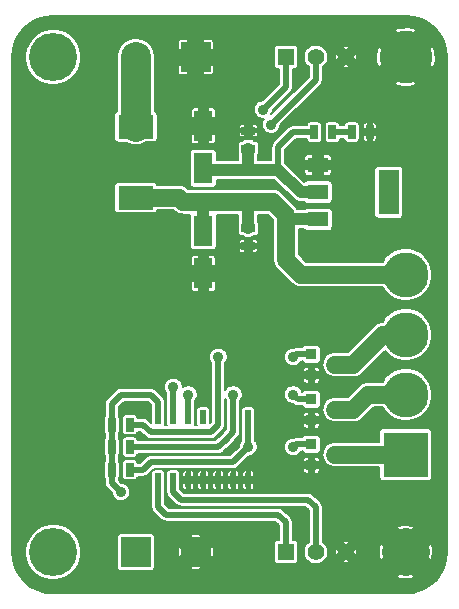
<source format=gtl>
G04 (created by PCBNEW (2013-may-18)-stable) date Wed 03 Jun 2015 10:45:29 PM CEST*
%MOIN*%
G04 Gerber Fmt 3.4, Leading zero omitted, Abs format*
%FSLAX34Y34*%
G01*
G70*
G90*
G04 APERTURE LIST*
%ADD10C,0.00590551*%
%ADD11R,0.036X0.036*%
%ADD12R,0.0709X0.0512*%
%ADD13R,0.0709X0.1496*%
%ADD14R,0.02X0.045*%
%ADD15R,0.1181X0.0787*%
%ADD16R,0.025X0.045*%
%ADD17R,0.045X0.025*%
%ADD18R,0.055X0.055*%
%ADD19C,0.055*%
%ADD20R,0.063X0.1024*%
%ADD21C,0.15*%
%ADD22R,0.15X0.15*%
%ADD23R,0.1X0.1*%
%ADD24C,0.1*%
%ADD25C,0.177165*%
%ADD26C,0.16*%
%ADD27C,0.035*%
%ADD28C,0.0590551*%
%ADD29C,0.0393701*%
%ADD30C,0.019685*%
%ADD31C,0.0984252*%
%ADD32C,0.00669291*%
G04 APERTURE END LIST*
G54D10*
G54D11*
X10100Y-15100D03*
X10100Y-14400D03*
X10900Y-14750D03*
X10100Y-13600D03*
X10100Y-12900D03*
X10900Y-13250D03*
X10100Y-12100D03*
X10100Y-11400D03*
X10900Y-11750D03*
G54D12*
X10319Y-5094D03*
X10319Y-6000D03*
X10319Y-6906D03*
G54D13*
X12681Y-6000D03*
G54D14*
X5000Y-15600D03*
X5500Y-15600D03*
X6000Y-15600D03*
X6500Y-15600D03*
X7000Y-15600D03*
X7500Y-15600D03*
X8000Y-15600D03*
X8000Y-13500D03*
X7500Y-13500D03*
X7000Y-13500D03*
X6500Y-13500D03*
X6000Y-13500D03*
X5500Y-13500D03*
X5000Y-13500D03*
G54D15*
X4250Y-3819D03*
X4250Y-6181D03*
G54D16*
X3450Y-14500D03*
X4050Y-14500D03*
X3450Y-15250D03*
X4050Y-15250D03*
X3450Y-13750D03*
X4050Y-13750D03*
X10200Y-4000D03*
X10800Y-4000D03*
X11450Y-4000D03*
X12050Y-4000D03*
G54D17*
X8000Y-4550D03*
X8000Y-3950D03*
X8000Y-7200D03*
X8000Y-7800D03*
G54D18*
X9250Y-1500D03*
G54D19*
X10250Y-1500D03*
X11250Y-1500D03*
G54D20*
X6500Y-7291D03*
X6500Y-8709D03*
X6500Y-5209D03*
X6500Y-3791D03*
G54D21*
X13250Y-12750D03*
X13250Y-10750D03*
G54D22*
X13250Y-14750D03*
G54D21*
X13250Y-8750D03*
G54D23*
X4250Y-18000D03*
G54D24*
X6250Y-18000D03*
G54D23*
X6250Y-1500D03*
G54D24*
X4250Y-1500D03*
G54D18*
X9250Y-18000D03*
G54D19*
X10250Y-18000D03*
X11250Y-18000D03*
G54D25*
X13250Y-1500D03*
G54D26*
X13250Y-18000D03*
X1500Y-18000D03*
X1500Y-1500D03*
G54D27*
X3750Y-16000D03*
X8000Y-5250D03*
X5500Y-12500D03*
X8500Y-3250D03*
X6000Y-12750D03*
X8750Y-3750D03*
X7500Y-12750D03*
X9500Y-12750D03*
X8000Y-14500D03*
X9500Y-14500D03*
X7000Y-11500D03*
X9500Y-11500D03*
G54D28*
X4250Y-6181D02*
X5681Y-6181D01*
X5819Y-6319D02*
X6500Y-6319D01*
X5681Y-6181D02*
X5819Y-6319D01*
G54D29*
X6500Y-7291D02*
X6500Y-6319D01*
X6500Y-6319D02*
X6500Y-6500D01*
X6500Y-6500D02*
X6500Y-6319D01*
X8000Y-7200D02*
X8000Y-6319D01*
X8000Y-6319D02*
X8000Y-6500D01*
X8000Y-6500D02*
X8000Y-6319D01*
X10319Y-6906D02*
X9406Y-6906D01*
X9406Y-6906D02*
X9250Y-6750D01*
G54D28*
X13250Y-8750D02*
X9750Y-8750D01*
X9250Y-8250D02*
X9750Y-8750D01*
X8819Y-6319D02*
X8000Y-6319D01*
X8000Y-6319D02*
X6500Y-6319D01*
X8819Y-6319D02*
X9250Y-6750D01*
X9250Y-6750D02*
X9250Y-8250D01*
G54D30*
X3450Y-15250D02*
X3450Y-15700D01*
X3450Y-15700D02*
X3750Y-16000D01*
X3450Y-13750D02*
X3450Y-13050D01*
X5000Y-13000D02*
X4750Y-12750D01*
X5000Y-13000D02*
X5000Y-13500D01*
X3750Y-12750D02*
X4750Y-12750D01*
X3450Y-13050D02*
X3750Y-12750D01*
X3450Y-14500D02*
X3450Y-13750D01*
X3450Y-15250D02*
X3450Y-14500D01*
X10200Y-4000D02*
X10000Y-4000D01*
X9000Y-4500D02*
X9500Y-4000D01*
X9500Y-4000D02*
X10000Y-4000D01*
X9000Y-4500D02*
X9000Y-5250D01*
G54D29*
X8000Y-5250D02*
X8000Y-4550D01*
X9000Y-5250D02*
X8000Y-5250D01*
X8000Y-5250D02*
X6541Y-5250D01*
X6541Y-5250D02*
X6500Y-5209D01*
X9750Y-6000D02*
X9000Y-5250D01*
X10319Y-6000D02*
X9750Y-6000D01*
G54D30*
X9250Y-18000D02*
X9250Y-17000D01*
X5000Y-16500D02*
X5250Y-16750D01*
X5250Y-16750D02*
X9000Y-16750D01*
X9000Y-16750D02*
X9250Y-17000D01*
X5000Y-16500D02*
X5000Y-15600D01*
X9250Y-2500D02*
X8500Y-3250D01*
X9250Y-1500D02*
X9250Y-2500D01*
X5500Y-12500D02*
X5500Y-13500D01*
X5750Y-16250D02*
X10000Y-16250D01*
X5500Y-16000D02*
X5750Y-16250D01*
X5500Y-15600D02*
X5500Y-16000D01*
X10250Y-16500D02*
X10250Y-18000D01*
X10000Y-16250D02*
X10250Y-16500D01*
X10250Y-2250D02*
X8750Y-3750D01*
X6000Y-13500D02*
X6000Y-12750D01*
X10250Y-2250D02*
X10250Y-1500D01*
G54D28*
X10900Y-14750D02*
X13250Y-14750D01*
X10900Y-11750D02*
X11500Y-11750D01*
X12500Y-10750D02*
X13250Y-10750D01*
X11500Y-11750D02*
X12500Y-10750D01*
X10900Y-13250D02*
X11500Y-13250D01*
X12000Y-12750D02*
X13250Y-12750D01*
X11500Y-13250D02*
X12000Y-12750D01*
G54D31*
X4250Y-1500D02*
X4250Y-3819D01*
G54D30*
X10800Y-4000D02*
X11450Y-4000D01*
X10100Y-12900D02*
X9650Y-12900D01*
X7500Y-12750D02*
X7500Y-13500D01*
X9650Y-12900D02*
X9500Y-12750D01*
X7500Y-13500D02*
X7500Y-14000D01*
X7000Y-14500D02*
X7250Y-14250D01*
X7000Y-14500D02*
X4050Y-14500D01*
X7500Y-14000D02*
X7250Y-14250D01*
X10100Y-14400D02*
X9600Y-14400D01*
X9600Y-14400D02*
X9500Y-14500D01*
X4050Y-15250D02*
X4500Y-15250D01*
X8000Y-14500D02*
X8000Y-13500D01*
X7500Y-15000D02*
X8000Y-14500D01*
X4750Y-15000D02*
X7500Y-15000D01*
X4500Y-15250D02*
X4750Y-15000D01*
X10100Y-11400D02*
X9600Y-11400D01*
X7000Y-11500D02*
X7000Y-13500D01*
X9600Y-11400D02*
X9500Y-11500D01*
X4050Y-13750D02*
X4500Y-13750D01*
X4750Y-14000D02*
X4500Y-13750D01*
X7000Y-13750D02*
X7000Y-13500D01*
X7000Y-13750D02*
X6750Y-14000D01*
X6750Y-14000D02*
X4750Y-14000D01*
G54D10*
G36*
X14629Y-17994D02*
X14603Y-18267D01*
X14525Y-18525D01*
X14398Y-18763D01*
X14239Y-18959D01*
X14239Y-1560D01*
X14232Y-1366D01*
X14208Y-1248D01*
X14138Y-1121D01*
X13759Y-1500D01*
X14138Y-1878D01*
X14208Y-1751D01*
X14239Y-1560D01*
X14239Y-18959D01*
X14228Y-18971D01*
X14154Y-19033D01*
X14154Y-18021D01*
X14141Y-17845D01*
X14133Y-17805D01*
X14133Y-15487D01*
X14133Y-14529D01*
X14133Y-12663D01*
X14133Y-10663D01*
X14133Y-8663D01*
X14099Y-8493D01*
X14033Y-8333D01*
X13937Y-8188D01*
X13815Y-8065D01*
X13672Y-7969D01*
X13628Y-7950D01*
X13628Y-2388D01*
X13628Y-611D01*
X13501Y-541D01*
X13310Y-510D01*
X13116Y-517D01*
X12998Y-541D01*
X12871Y-611D01*
X13250Y-990D01*
X13628Y-611D01*
X13628Y-2388D01*
X13250Y-2009D01*
X12871Y-2388D01*
X12998Y-2458D01*
X13189Y-2489D01*
X13383Y-2482D01*
X13501Y-2458D01*
X13628Y-2388D01*
X13628Y-7950D01*
X13512Y-7901D01*
X13342Y-7867D01*
X13169Y-7865D01*
X13169Y-7866D01*
X13169Y-6735D01*
X13168Y-5238D01*
X13163Y-5213D01*
X13153Y-5189D01*
X13139Y-5167D01*
X13120Y-5148D01*
X13099Y-5134D01*
X13075Y-5123D01*
X13049Y-5118D01*
X13023Y-5118D01*
X12740Y-5118D01*
X12740Y-1500D01*
X12361Y-1121D01*
X12291Y-1248D01*
X12260Y-1439D01*
X12267Y-1633D01*
X12291Y-1751D01*
X12361Y-1878D01*
X12740Y-1500D01*
X12740Y-5118D01*
X12313Y-5118D01*
X12287Y-5123D01*
X12275Y-5128D01*
X12275Y-4215D01*
X12275Y-3784D01*
X12275Y-3764D01*
X12271Y-3745D01*
X12263Y-3727D01*
X12252Y-3710D01*
X12238Y-3696D01*
X12222Y-3685D01*
X12204Y-3678D01*
X12184Y-3674D01*
X12137Y-3674D01*
X12112Y-3699D01*
X12112Y-3887D01*
X12250Y-3887D01*
X12275Y-3862D01*
X12275Y-3784D01*
X12275Y-4215D01*
X12275Y-4137D01*
X12250Y-4112D01*
X12112Y-4112D01*
X12112Y-4300D01*
X12137Y-4325D01*
X12184Y-4325D01*
X12204Y-4321D01*
X12222Y-4314D01*
X12238Y-4303D01*
X12252Y-4289D01*
X12263Y-4272D01*
X12271Y-4254D01*
X12275Y-4235D01*
X12275Y-4215D01*
X12275Y-5128D01*
X12263Y-5133D01*
X12241Y-5148D01*
X12223Y-5166D01*
X12208Y-5188D01*
X12198Y-5212D01*
X12193Y-5237D01*
X12192Y-5264D01*
X12193Y-6761D01*
X12198Y-6786D01*
X12208Y-6810D01*
X12222Y-6832D01*
X12241Y-6851D01*
X12262Y-6865D01*
X12286Y-6876D01*
X12312Y-6881D01*
X12338Y-6881D01*
X13048Y-6881D01*
X13074Y-6876D01*
X13098Y-6866D01*
X13120Y-6851D01*
X13138Y-6833D01*
X13153Y-6811D01*
X13163Y-6787D01*
X13168Y-6762D01*
X13169Y-6735D01*
X13169Y-7866D01*
X12999Y-7898D01*
X12838Y-7963D01*
X12693Y-8058D01*
X12569Y-8179D01*
X12472Y-8321D01*
X11987Y-8321D01*
X11987Y-4300D01*
X11987Y-4112D01*
X11987Y-3887D01*
X11987Y-3699D01*
X11962Y-3674D01*
X11915Y-3674D01*
X11895Y-3678D01*
X11877Y-3685D01*
X11861Y-3696D01*
X11847Y-3710D01*
X11836Y-3727D01*
X11828Y-3745D01*
X11824Y-3764D01*
X11824Y-3784D01*
X11824Y-3862D01*
X11849Y-3887D01*
X11987Y-3887D01*
X11987Y-4112D01*
X11849Y-4112D01*
X11824Y-4137D01*
X11824Y-4215D01*
X11824Y-4235D01*
X11828Y-4254D01*
X11836Y-4272D01*
X11847Y-4289D01*
X11861Y-4303D01*
X11877Y-4314D01*
X11895Y-4321D01*
X11915Y-4325D01*
X11962Y-4325D01*
X11987Y-4300D01*
X11987Y-8321D01*
X11708Y-8321D01*
X11708Y-4212D01*
X11708Y-3761D01*
X11703Y-3736D01*
X11693Y-3712D01*
X11678Y-3690D01*
X11660Y-3671D01*
X11638Y-3657D01*
X11626Y-3651D01*
X11626Y-1522D01*
X11623Y-1448D01*
X11614Y-1404D01*
X11576Y-1368D01*
X11444Y-1500D01*
X11576Y-1631D01*
X11614Y-1595D01*
X11626Y-1522D01*
X11626Y-3651D01*
X11614Y-3646D01*
X11589Y-3641D01*
X11562Y-3641D01*
X11381Y-3641D01*
X11381Y-1826D01*
X11381Y-1173D01*
X11345Y-1135D01*
X11272Y-1123D01*
X11198Y-1126D01*
X11154Y-1135D01*
X11118Y-1173D01*
X11250Y-1305D01*
X11381Y-1173D01*
X11381Y-1826D01*
X11250Y-1694D01*
X11118Y-1826D01*
X11154Y-1864D01*
X11227Y-1876D01*
X11301Y-1873D01*
X11345Y-1864D01*
X11381Y-1826D01*
X11381Y-3641D01*
X11311Y-3641D01*
X11286Y-3646D01*
X11262Y-3656D01*
X11240Y-3671D01*
X11221Y-3689D01*
X11207Y-3711D01*
X11196Y-3735D01*
X11191Y-3760D01*
X11191Y-3768D01*
X11058Y-3768D01*
X11058Y-3761D01*
X11055Y-3747D01*
X11055Y-1500D01*
X10923Y-1368D01*
X10885Y-1404D01*
X10873Y-1477D01*
X10876Y-1551D01*
X10885Y-1595D01*
X10923Y-1631D01*
X11055Y-1500D01*
X11055Y-3747D01*
X11053Y-3736D01*
X11043Y-3712D01*
X11028Y-3690D01*
X11010Y-3671D01*
X10988Y-3657D01*
X10964Y-3646D01*
X10939Y-3641D01*
X10912Y-3641D01*
X10661Y-3641D01*
X10658Y-3642D01*
X10658Y-1459D01*
X10642Y-1381D01*
X10612Y-1307D01*
X10568Y-1240D01*
X10511Y-1183D01*
X10445Y-1138D01*
X10371Y-1107D01*
X10292Y-1091D01*
X10212Y-1091D01*
X10134Y-1106D01*
X10059Y-1136D01*
X9992Y-1180D01*
X9935Y-1236D01*
X9890Y-1302D01*
X9858Y-1375D01*
X9842Y-1454D01*
X9840Y-1534D01*
X9855Y-1613D01*
X9884Y-1687D01*
X9928Y-1754D01*
X9983Y-1812D01*
X10018Y-1836D01*
X10018Y-2153D01*
X8769Y-3402D01*
X8794Y-3347D01*
X8807Y-3288D01*
X8807Y-3270D01*
X9413Y-2663D01*
X9427Y-2647D01*
X9441Y-2631D01*
X9441Y-2629D01*
X9442Y-2628D01*
X9452Y-2610D01*
X9463Y-2591D01*
X9463Y-2590D01*
X9464Y-2589D01*
X9470Y-2568D01*
X9476Y-2548D01*
X9476Y-2547D01*
X9477Y-2545D01*
X9479Y-2524D01*
X9481Y-2503D01*
X9481Y-2500D01*
X9481Y-2500D01*
X9481Y-2500D01*
X9481Y-2500D01*
X9481Y-1908D01*
X9538Y-1908D01*
X9563Y-1903D01*
X9587Y-1893D01*
X9609Y-1878D01*
X9628Y-1860D01*
X9642Y-1838D01*
X9653Y-1814D01*
X9658Y-1789D01*
X9658Y-1762D01*
X9658Y-1211D01*
X9653Y-1186D01*
X9643Y-1162D01*
X9628Y-1140D01*
X9610Y-1121D01*
X9588Y-1107D01*
X9564Y-1096D01*
X9539Y-1091D01*
X9512Y-1091D01*
X8961Y-1091D01*
X8936Y-1096D01*
X8912Y-1106D01*
X8890Y-1121D01*
X8871Y-1139D01*
X8857Y-1161D01*
X8846Y-1185D01*
X8841Y-1210D01*
X8841Y-1237D01*
X8841Y-1788D01*
X8846Y-1813D01*
X8856Y-1837D01*
X8871Y-1859D01*
X8889Y-1878D01*
X8911Y-1892D01*
X8935Y-1903D01*
X8960Y-1908D01*
X8987Y-1908D01*
X9018Y-1908D01*
X9018Y-2403D01*
X8480Y-2941D01*
X8471Y-2941D01*
X8412Y-2952D01*
X8356Y-2975D01*
X8305Y-3008D01*
X8262Y-3050D01*
X8228Y-3100D01*
X8204Y-3156D01*
X8191Y-3215D01*
X8191Y-3275D01*
X8202Y-3335D01*
X8224Y-3391D01*
X8257Y-3442D01*
X8299Y-3486D01*
X8348Y-3520D01*
X8404Y-3544D01*
X8463Y-3557D01*
X8507Y-3558D01*
X8478Y-3600D01*
X8454Y-3656D01*
X8441Y-3715D01*
X8441Y-3775D01*
X8452Y-3835D01*
X8474Y-3891D01*
X8507Y-3942D01*
X8549Y-3986D01*
X8598Y-4020D01*
X8654Y-4044D01*
X8713Y-4057D01*
X8773Y-4059D01*
X8833Y-4048D01*
X8889Y-4026D01*
X8940Y-3994D01*
X8984Y-3952D01*
X9019Y-3903D01*
X9044Y-3847D01*
X9057Y-3788D01*
X9057Y-3770D01*
X10413Y-2413D01*
X10427Y-2397D01*
X10441Y-2381D01*
X10441Y-2379D01*
X10442Y-2378D01*
X10452Y-2360D01*
X10463Y-2341D01*
X10463Y-2340D01*
X10464Y-2339D01*
X10470Y-2318D01*
X10476Y-2298D01*
X10476Y-2297D01*
X10477Y-2295D01*
X10479Y-2274D01*
X10481Y-2253D01*
X10481Y-2250D01*
X10481Y-2250D01*
X10481Y-2250D01*
X10481Y-2250D01*
X10481Y-1836D01*
X10502Y-1823D01*
X10560Y-1768D01*
X10606Y-1702D01*
X10639Y-1629D01*
X10657Y-1551D01*
X10658Y-1459D01*
X10658Y-3642D01*
X10636Y-3646D01*
X10612Y-3656D01*
X10590Y-3671D01*
X10571Y-3689D01*
X10557Y-3711D01*
X10546Y-3735D01*
X10541Y-3760D01*
X10541Y-3787D01*
X10541Y-4238D01*
X10546Y-4263D01*
X10556Y-4287D01*
X10571Y-4309D01*
X10589Y-4328D01*
X10611Y-4342D01*
X10635Y-4353D01*
X10660Y-4358D01*
X10687Y-4358D01*
X10938Y-4358D01*
X10963Y-4353D01*
X10987Y-4343D01*
X11009Y-4328D01*
X11028Y-4310D01*
X11042Y-4288D01*
X11053Y-4264D01*
X11058Y-4239D01*
X11058Y-4231D01*
X11191Y-4231D01*
X11191Y-4238D01*
X11196Y-4263D01*
X11206Y-4287D01*
X11221Y-4309D01*
X11239Y-4328D01*
X11261Y-4342D01*
X11285Y-4353D01*
X11310Y-4358D01*
X11337Y-4358D01*
X11588Y-4358D01*
X11613Y-4353D01*
X11637Y-4343D01*
X11659Y-4328D01*
X11678Y-4310D01*
X11692Y-4288D01*
X11703Y-4264D01*
X11708Y-4239D01*
X11708Y-4212D01*
X11708Y-8321D01*
X9927Y-8321D01*
X9678Y-8072D01*
X9678Y-7236D01*
X9853Y-7236D01*
X9860Y-7246D01*
X9879Y-7265D01*
X9900Y-7279D01*
X9924Y-7290D01*
X9950Y-7295D01*
X9976Y-7295D01*
X10686Y-7295D01*
X10712Y-7290D01*
X10736Y-7280D01*
X10758Y-7265D01*
X10776Y-7247D01*
X10791Y-7225D01*
X10801Y-7201D01*
X10806Y-7176D01*
X10807Y-7149D01*
X10807Y-6243D01*
X10806Y-5730D01*
X10801Y-5705D01*
X10791Y-5681D01*
X10777Y-5659D01*
X10773Y-5655D01*
X10773Y-5359D01*
X10773Y-4828D01*
X10770Y-4808D01*
X10762Y-4790D01*
X10751Y-4774D01*
X10737Y-4760D01*
X10721Y-4749D01*
X10703Y-4741D01*
X10684Y-4737D01*
X10664Y-4737D01*
X10521Y-4737D01*
X10496Y-4762D01*
X10496Y-4966D01*
X10748Y-4966D01*
X10773Y-4940D01*
X10773Y-4828D01*
X10773Y-5359D01*
X10773Y-5247D01*
X10748Y-5222D01*
X10496Y-5222D01*
X10496Y-5425D01*
X10521Y-5450D01*
X10664Y-5450D01*
X10684Y-5450D01*
X10703Y-5446D01*
X10721Y-5438D01*
X10737Y-5427D01*
X10751Y-5413D01*
X10762Y-5397D01*
X10770Y-5379D01*
X10773Y-5359D01*
X10773Y-5655D01*
X10758Y-5640D01*
X10737Y-5626D01*
X10713Y-5615D01*
X10687Y-5610D01*
X10661Y-5610D01*
X10141Y-5610D01*
X10141Y-5425D01*
X10141Y-5222D01*
X10141Y-4966D01*
X10141Y-4762D01*
X10116Y-4737D01*
X9973Y-4737D01*
X9953Y-4737D01*
X9934Y-4741D01*
X9916Y-4749D01*
X9900Y-4760D01*
X9886Y-4774D01*
X9875Y-4790D01*
X9867Y-4808D01*
X9864Y-4828D01*
X9864Y-4940D01*
X9889Y-4966D01*
X10141Y-4966D01*
X10141Y-5222D01*
X9889Y-5222D01*
X9864Y-5247D01*
X9864Y-5359D01*
X9867Y-5379D01*
X9875Y-5397D01*
X9886Y-5413D01*
X9900Y-5427D01*
X9916Y-5438D01*
X9934Y-5446D01*
X9953Y-5450D01*
X9973Y-5450D01*
X10116Y-5450D01*
X10141Y-5425D01*
X10141Y-5610D01*
X9951Y-5610D01*
X9925Y-5615D01*
X9901Y-5625D01*
X9879Y-5640D01*
X9868Y-5651D01*
X9233Y-5016D01*
X9231Y-5015D01*
X9231Y-4596D01*
X9596Y-4231D01*
X9941Y-4231D01*
X9941Y-4238D01*
X9946Y-4263D01*
X9956Y-4287D01*
X9971Y-4309D01*
X9989Y-4328D01*
X10011Y-4342D01*
X10035Y-4353D01*
X10060Y-4358D01*
X10087Y-4358D01*
X10338Y-4358D01*
X10363Y-4353D01*
X10387Y-4343D01*
X10409Y-4328D01*
X10428Y-4310D01*
X10442Y-4288D01*
X10453Y-4264D01*
X10458Y-4239D01*
X10458Y-4212D01*
X10458Y-3761D01*
X10453Y-3736D01*
X10443Y-3712D01*
X10428Y-3690D01*
X10410Y-3671D01*
X10388Y-3657D01*
X10364Y-3646D01*
X10339Y-3641D01*
X10312Y-3641D01*
X10061Y-3641D01*
X10036Y-3646D01*
X10012Y-3656D01*
X9990Y-3671D01*
X9971Y-3689D01*
X9957Y-3711D01*
X9946Y-3735D01*
X9941Y-3760D01*
X9941Y-3768D01*
X9500Y-3768D01*
X9478Y-3770D01*
X9457Y-3772D01*
X9456Y-3772D01*
X9454Y-3772D01*
X9434Y-3778D01*
X9413Y-3784D01*
X9412Y-3785D01*
X9411Y-3785D01*
X9392Y-3795D01*
X9373Y-3805D01*
X9372Y-3806D01*
X9371Y-3806D01*
X9355Y-3820D01*
X9338Y-3833D01*
X9336Y-3835D01*
X9336Y-3835D01*
X9336Y-3835D01*
X9336Y-3836D01*
X8836Y-4336D01*
X8822Y-4352D01*
X8808Y-4368D01*
X8808Y-4370D01*
X8807Y-4371D01*
X8797Y-4389D01*
X8786Y-4408D01*
X8786Y-4409D01*
X8785Y-4410D01*
X8779Y-4431D01*
X8773Y-4451D01*
X8773Y-4452D01*
X8772Y-4454D01*
X8770Y-4475D01*
X8768Y-4496D01*
X8768Y-4499D01*
X8768Y-4499D01*
X8768Y-4499D01*
X8768Y-4500D01*
X8768Y-4919D01*
X8330Y-4919D01*
X8330Y-4757D01*
X8342Y-4738D01*
X8353Y-4714D01*
X8358Y-4689D01*
X8358Y-4662D01*
X8358Y-4411D01*
X8353Y-4386D01*
X8343Y-4362D01*
X8328Y-4340D01*
X8325Y-4336D01*
X8325Y-4084D01*
X8325Y-3815D01*
X8321Y-3795D01*
X8314Y-3777D01*
X8303Y-3761D01*
X8289Y-3747D01*
X8272Y-3736D01*
X8254Y-3728D01*
X8235Y-3724D01*
X8215Y-3724D01*
X8137Y-3724D01*
X8112Y-3749D01*
X8112Y-3887D01*
X8300Y-3887D01*
X8325Y-3862D01*
X8325Y-3815D01*
X8325Y-4084D01*
X8325Y-4037D01*
X8300Y-4012D01*
X8112Y-4012D01*
X8112Y-4150D01*
X8137Y-4175D01*
X8215Y-4175D01*
X8235Y-4175D01*
X8254Y-4171D01*
X8272Y-4163D01*
X8289Y-4152D01*
X8303Y-4138D01*
X8314Y-4122D01*
X8321Y-4104D01*
X8325Y-4084D01*
X8325Y-4336D01*
X8310Y-4321D01*
X8288Y-4307D01*
X8264Y-4296D01*
X8239Y-4291D01*
X8212Y-4291D01*
X8203Y-4291D01*
X8184Y-4276D01*
X8128Y-4245D01*
X8066Y-4226D01*
X8002Y-4219D01*
X7938Y-4225D01*
X7887Y-4240D01*
X7887Y-4150D01*
X7887Y-4012D01*
X7887Y-3887D01*
X7887Y-3749D01*
X7862Y-3724D01*
X7784Y-3724D01*
X7764Y-3724D01*
X7745Y-3728D01*
X7727Y-3736D01*
X7710Y-3747D01*
X7696Y-3761D01*
X7685Y-3777D01*
X7678Y-3795D01*
X7674Y-3815D01*
X7674Y-3862D01*
X7699Y-3887D01*
X7887Y-3887D01*
X7887Y-4012D01*
X7699Y-4012D01*
X7674Y-4037D01*
X7674Y-4084D01*
X7678Y-4104D01*
X7685Y-4122D01*
X7696Y-4138D01*
X7710Y-4152D01*
X7727Y-4163D01*
X7745Y-4171D01*
X7764Y-4175D01*
X7784Y-4175D01*
X7862Y-4175D01*
X7887Y-4150D01*
X7887Y-4240D01*
X7876Y-4243D01*
X7819Y-4273D01*
X7796Y-4291D01*
X7761Y-4291D01*
X7736Y-4296D01*
X7712Y-4306D01*
X7690Y-4321D01*
X7671Y-4339D01*
X7657Y-4361D01*
X7646Y-4385D01*
X7641Y-4410D01*
X7641Y-4437D01*
X7641Y-4688D01*
X7646Y-4713D01*
X7656Y-4737D01*
X7669Y-4757D01*
X7669Y-4919D01*
X6948Y-4919D01*
X6948Y-4683D01*
X6943Y-4658D01*
X6933Y-4634D01*
X6918Y-4612D01*
X6915Y-4608D01*
X6915Y-4312D01*
X6915Y-3269D01*
X6911Y-3249D01*
X6904Y-3231D01*
X6893Y-3215D01*
X6879Y-3201D01*
X6862Y-3190D01*
X6850Y-3185D01*
X6850Y-1990D01*
X6850Y-1009D01*
X6850Y-989D01*
X6846Y-970D01*
X6838Y-952D01*
X6827Y-935D01*
X6813Y-921D01*
X6797Y-910D01*
X6779Y-903D01*
X6759Y-899D01*
X6525Y-899D01*
X6500Y-924D01*
X6500Y-1250D01*
X6825Y-1250D01*
X6850Y-1224D01*
X6850Y-1009D01*
X6850Y-1990D01*
X6850Y-1775D01*
X6825Y-1750D01*
X6500Y-1750D01*
X6500Y-2075D01*
X6525Y-2100D01*
X6759Y-2100D01*
X6779Y-2096D01*
X6797Y-2089D01*
X6813Y-2078D01*
X6827Y-2064D01*
X6838Y-2047D01*
X6846Y-2029D01*
X6850Y-2010D01*
X6850Y-1990D01*
X6850Y-3185D01*
X6844Y-3182D01*
X6825Y-3178D01*
X6805Y-3178D01*
X6682Y-3178D01*
X6657Y-3203D01*
X6657Y-3535D01*
X6890Y-3535D01*
X6915Y-3509D01*
X6915Y-3269D01*
X6915Y-4312D01*
X6915Y-4072D01*
X6890Y-4047D01*
X6657Y-4047D01*
X6657Y-4378D01*
X6682Y-4403D01*
X6805Y-4403D01*
X6825Y-4403D01*
X6844Y-4399D01*
X6862Y-4391D01*
X6879Y-4380D01*
X6893Y-4366D01*
X6904Y-4350D01*
X6911Y-4332D01*
X6915Y-4312D01*
X6915Y-4608D01*
X6900Y-4593D01*
X6878Y-4579D01*
X6854Y-4568D01*
X6829Y-4563D01*
X6802Y-4563D01*
X6342Y-4563D01*
X6342Y-4378D01*
X6342Y-4047D01*
X6342Y-3535D01*
X6342Y-3203D01*
X6317Y-3178D01*
X6194Y-3178D01*
X6174Y-3178D01*
X6155Y-3182D01*
X6137Y-3190D01*
X6120Y-3201D01*
X6106Y-3215D01*
X6095Y-3231D01*
X6088Y-3249D01*
X6084Y-3269D01*
X6084Y-3509D01*
X6109Y-3535D01*
X6342Y-3535D01*
X6342Y-4047D01*
X6109Y-4047D01*
X6084Y-4072D01*
X6084Y-4312D01*
X6088Y-4332D01*
X6095Y-4350D01*
X6106Y-4366D01*
X6120Y-4380D01*
X6137Y-4391D01*
X6155Y-4399D01*
X6174Y-4403D01*
X6194Y-4403D01*
X6317Y-4403D01*
X6342Y-4378D01*
X6342Y-4563D01*
X6171Y-4563D01*
X6146Y-4568D01*
X6122Y-4578D01*
X6100Y-4593D01*
X6081Y-4611D01*
X6067Y-4633D01*
X6056Y-4657D01*
X6051Y-4682D01*
X6051Y-4709D01*
X6051Y-5734D01*
X6056Y-5759D01*
X6066Y-5783D01*
X6081Y-5805D01*
X6099Y-5824D01*
X6121Y-5838D01*
X6145Y-5849D01*
X6170Y-5854D01*
X6197Y-5854D01*
X6828Y-5854D01*
X6853Y-5849D01*
X6877Y-5839D01*
X6899Y-5824D01*
X6918Y-5806D01*
X6932Y-5784D01*
X6943Y-5760D01*
X6948Y-5735D01*
X6948Y-5708D01*
X6948Y-5580D01*
X8000Y-5580D01*
X8863Y-5580D01*
X9516Y-6233D01*
X9539Y-6252D01*
X9563Y-6272D01*
X9564Y-6273D01*
X9566Y-6274D01*
X9593Y-6288D01*
X9619Y-6303D01*
X9621Y-6304D01*
X9623Y-6304D01*
X9652Y-6313D01*
X9681Y-6323D01*
X9683Y-6323D01*
X9684Y-6323D01*
X9715Y-6326D01*
X9745Y-6330D01*
X9748Y-6330D01*
X9748Y-6330D01*
X9748Y-6330D01*
X9750Y-6330D01*
X9853Y-6330D01*
X9860Y-6340D01*
X9879Y-6359D01*
X9900Y-6373D01*
X9924Y-6384D01*
X9950Y-6389D01*
X9976Y-6389D01*
X10686Y-6389D01*
X10712Y-6384D01*
X10736Y-6374D01*
X10758Y-6359D01*
X10776Y-6341D01*
X10791Y-6319D01*
X10801Y-6295D01*
X10806Y-6270D01*
X10807Y-6243D01*
X10807Y-7149D01*
X10806Y-6636D01*
X10801Y-6611D01*
X10791Y-6587D01*
X10777Y-6565D01*
X10758Y-6546D01*
X10737Y-6532D01*
X10713Y-6521D01*
X10687Y-6516D01*
X10661Y-6516D01*
X9951Y-6516D01*
X9925Y-6521D01*
X9901Y-6531D01*
X9879Y-6546D01*
X9861Y-6564D01*
X9853Y-6575D01*
X9640Y-6575D01*
X9627Y-6551D01*
X9609Y-6516D01*
X9608Y-6514D01*
X9607Y-6512D01*
X9582Y-6482D01*
X9557Y-6451D01*
X9554Y-6447D01*
X9554Y-6447D01*
X9554Y-6447D01*
X9553Y-6446D01*
X9122Y-6015D01*
X9091Y-5990D01*
X9061Y-5965D01*
X9059Y-5964D01*
X9057Y-5962D01*
X9022Y-5944D01*
X8987Y-5924D01*
X8985Y-5924D01*
X8983Y-5923D01*
X8945Y-5911D01*
X8908Y-5899D01*
X8905Y-5899D01*
X8903Y-5898D01*
X8864Y-5894D01*
X8824Y-5890D01*
X8820Y-5890D01*
X8820Y-5890D01*
X8820Y-5890D01*
X8819Y-5890D01*
X8000Y-5890D01*
X6500Y-5890D01*
X6000Y-5890D01*
X6000Y-2075D01*
X6000Y-1750D01*
X6000Y-1250D01*
X6000Y-924D01*
X5974Y-899D01*
X5740Y-899D01*
X5720Y-903D01*
X5702Y-910D01*
X5686Y-921D01*
X5672Y-935D01*
X5661Y-952D01*
X5653Y-970D01*
X5649Y-989D01*
X5649Y-1009D01*
X5649Y-1224D01*
X5674Y-1250D01*
X6000Y-1250D01*
X6000Y-1750D01*
X5674Y-1750D01*
X5649Y-1775D01*
X5649Y-1990D01*
X5649Y-2010D01*
X5653Y-2029D01*
X5661Y-2047D01*
X5672Y-2064D01*
X5686Y-2078D01*
X5702Y-2089D01*
X5720Y-2096D01*
X5740Y-2100D01*
X5974Y-2100D01*
X6000Y-2075D01*
X6000Y-5890D01*
X5996Y-5890D01*
X5984Y-5877D01*
X5953Y-5852D01*
X5923Y-5827D01*
X5921Y-5826D01*
X5919Y-5824D01*
X5884Y-5806D01*
X5849Y-5786D01*
X5847Y-5786D01*
X5845Y-5785D01*
X5807Y-5773D01*
X5770Y-5761D01*
X5767Y-5761D01*
X5765Y-5760D01*
X5726Y-5756D01*
X5686Y-5752D01*
X5682Y-5752D01*
X5682Y-5752D01*
X5682Y-5752D01*
X5681Y-5752D01*
X4974Y-5752D01*
X4974Y-4200D01*
X4973Y-3412D01*
X4968Y-3386D01*
X4958Y-3362D01*
X4944Y-3340D01*
X4925Y-3322D01*
X4904Y-3307D01*
X4880Y-3297D01*
X4875Y-3296D01*
X4875Y-1605D01*
X4881Y-1579D01*
X4883Y-1437D01*
X4859Y-1316D01*
X4812Y-1201D01*
X4743Y-1097D01*
X4655Y-1009D01*
X4552Y-940D01*
X4438Y-891D01*
X4316Y-866D01*
X4192Y-866D01*
X4070Y-889D01*
X3955Y-935D01*
X3851Y-1003D01*
X3762Y-1090D01*
X3692Y-1193D01*
X3643Y-1307D01*
X3617Y-1429D01*
X3615Y-1553D01*
X3624Y-1600D01*
X3624Y-3296D01*
X3620Y-3297D01*
X3596Y-3307D01*
X3574Y-3321D01*
X3556Y-3340D01*
X3541Y-3361D01*
X3531Y-3385D01*
X3526Y-3411D01*
X3525Y-3437D01*
X3526Y-4225D01*
X3531Y-4251D01*
X3541Y-4275D01*
X3555Y-4297D01*
X3574Y-4315D01*
X3595Y-4330D01*
X3619Y-4340D01*
X3645Y-4345D01*
X3671Y-4346D01*
X3915Y-4346D01*
X4007Y-4395D01*
X4124Y-4431D01*
X4245Y-4444D01*
X4367Y-4433D01*
X4484Y-4399D01*
X4585Y-4345D01*
X4853Y-4345D01*
X4879Y-4340D01*
X4903Y-4330D01*
X4925Y-4316D01*
X4943Y-4297D01*
X4958Y-4276D01*
X4968Y-4252D01*
X4973Y-4226D01*
X4974Y-4200D01*
X4974Y-5752D01*
X4969Y-5752D01*
X4968Y-5748D01*
X4958Y-5724D01*
X4944Y-5702D01*
X4925Y-5684D01*
X4904Y-5669D01*
X4880Y-5659D01*
X4854Y-5654D01*
X4828Y-5653D01*
X3646Y-5654D01*
X3620Y-5659D01*
X3596Y-5669D01*
X3574Y-5683D01*
X3556Y-5702D01*
X3541Y-5723D01*
X3531Y-5747D01*
X3526Y-5773D01*
X3525Y-5799D01*
X3526Y-6587D01*
X3531Y-6613D01*
X3541Y-6637D01*
X3555Y-6659D01*
X3574Y-6677D01*
X3595Y-6692D01*
X3619Y-6702D01*
X3645Y-6707D01*
X3671Y-6708D01*
X4853Y-6707D01*
X4879Y-6702D01*
X4903Y-6692D01*
X4925Y-6678D01*
X4943Y-6659D01*
X4958Y-6638D01*
X4968Y-6614D01*
X4969Y-6609D01*
X5503Y-6609D01*
X5515Y-6622D01*
X5546Y-6647D01*
X5576Y-6672D01*
X5578Y-6673D01*
X5580Y-6675D01*
X5615Y-6693D01*
X5650Y-6713D01*
X5652Y-6713D01*
X5654Y-6714D01*
X5692Y-6726D01*
X5729Y-6738D01*
X5732Y-6738D01*
X5734Y-6739D01*
X5773Y-6743D01*
X5813Y-6747D01*
X5817Y-6747D01*
X5817Y-6747D01*
X5817Y-6747D01*
X5819Y-6747D01*
X6055Y-6747D01*
X6051Y-6764D01*
X6051Y-6791D01*
X6051Y-7816D01*
X6056Y-7841D01*
X6066Y-7865D01*
X6081Y-7887D01*
X6099Y-7906D01*
X6121Y-7920D01*
X6145Y-7931D01*
X6170Y-7936D01*
X6197Y-7936D01*
X6828Y-7936D01*
X6853Y-7931D01*
X6877Y-7921D01*
X6899Y-7906D01*
X6918Y-7888D01*
X6932Y-7866D01*
X6943Y-7842D01*
X6948Y-7817D01*
X6948Y-7790D01*
X6948Y-6765D01*
X6944Y-6747D01*
X7669Y-6747D01*
X7669Y-6992D01*
X7657Y-7011D01*
X7646Y-7035D01*
X7641Y-7060D01*
X7641Y-7087D01*
X7641Y-7338D01*
X7646Y-7363D01*
X7656Y-7387D01*
X7671Y-7409D01*
X7689Y-7428D01*
X7711Y-7442D01*
X7735Y-7453D01*
X7760Y-7458D01*
X7787Y-7458D01*
X7796Y-7458D01*
X7815Y-7473D01*
X7871Y-7504D01*
X7933Y-7523D01*
X7997Y-7530D01*
X8061Y-7524D01*
X8123Y-7506D01*
X8180Y-7476D01*
X8203Y-7458D01*
X8238Y-7458D01*
X8263Y-7453D01*
X8287Y-7443D01*
X8309Y-7428D01*
X8328Y-7410D01*
X8342Y-7388D01*
X8353Y-7364D01*
X8358Y-7339D01*
X8358Y-7312D01*
X8358Y-7061D01*
X8353Y-7036D01*
X8343Y-7012D01*
X8330Y-6992D01*
X8330Y-6747D01*
X8641Y-6747D01*
X8821Y-6927D01*
X8821Y-8250D01*
X8825Y-8289D01*
X8828Y-8328D01*
X8829Y-8331D01*
X8829Y-8333D01*
X8840Y-8371D01*
X8851Y-8409D01*
X8852Y-8411D01*
X8853Y-8413D01*
X8872Y-8448D01*
X8890Y-8483D01*
X8891Y-8485D01*
X8892Y-8487D01*
X8917Y-8517D01*
X8942Y-8548D01*
X8945Y-8552D01*
X8945Y-8552D01*
X8945Y-8552D01*
X8946Y-8553D01*
X9446Y-9053D01*
X9477Y-9078D01*
X9507Y-9103D01*
X9509Y-9104D01*
X9511Y-9106D01*
X9546Y-9124D01*
X9581Y-9144D01*
X9583Y-9144D01*
X9585Y-9145D01*
X9623Y-9157D01*
X9660Y-9169D01*
X9663Y-9169D01*
X9665Y-9170D01*
X9704Y-9174D01*
X9744Y-9178D01*
X9748Y-9178D01*
X9748Y-9178D01*
X9748Y-9178D01*
X9750Y-9178D01*
X12475Y-9178D01*
X12554Y-9301D01*
X12674Y-9426D01*
X12816Y-9524D01*
X12975Y-9594D01*
X13144Y-9631D01*
X13318Y-9635D01*
X13488Y-9605D01*
X13650Y-9542D01*
X13796Y-9449D01*
X13922Y-9330D01*
X14021Y-9188D01*
X14092Y-9030D01*
X14130Y-8861D01*
X14133Y-8663D01*
X14133Y-10663D01*
X14099Y-10493D01*
X14033Y-10333D01*
X13937Y-10188D01*
X13815Y-10065D01*
X13672Y-9969D01*
X13512Y-9901D01*
X13342Y-9867D01*
X13169Y-9865D01*
X12999Y-9898D01*
X12838Y-9963D01*
X12693Y-10058D01*
X12569Y-10179D01*
X12472Y-10322D01*
X12471Y-10324D01*
X12460Y-10325D01*
X12421Y-10328D01*
X12418Y-10329D01*
X12416Y-10329D01*
X12378Y-10340D01*
X12340Y-10351D01*
X12338Y-10352D01*
X12336Y-10353D01*
X12301Y-10372D01*
X12266Y-10390D01*
X12264Y-10391D01*
X12262Y-10392D01*
X12232Y-10417D01*
X12201Y-10442D01*
X12197Y-10445D01*
X12197Y-10445D01*
X12197Y-10445D01*
X12196Y-10446D01*
X11322Y-11321D01*
X10900Y-11321D01*
X10816Y-11329D01*
X10736Y-11353D01*
X10662Y-11392D01*
X10597Y-11445D01*
X10544Y-11510D01*
X10504Y-11583D01*
X10480Y-11663D01*
X10471Y-11747D01*
X10478Y-11830D01*
X10502Y-11910D01*
X10541Y-11984D01*
X10593Y-12049D01*
X10657Y-12103D01*
X10731Y-12144D01*
X10810Y-12169D01*
X10894Y-12178D01*
X10900Y-12178D01*
X11500Y-12178D01*
X11539Y-12174D01*
X11578Y-12171D01*
X11581Y-12170D01*
X11583Y-12170D01*
X11621Y-12159D01*
X11659Y-12148D01*
X11661Y-12147D01*
X11663Y-12146D01*
X11698Y-12127D01*
X11733Y-12109D01*
X11735Y-12108D01*
X11737Y-12107D01*
X11767Y-12082D01*
X11798Y-12057D01*
X11802Y-12054D01*
X11802Y-12054D01*
X11802Y-12054D01*
X11803Y-12053D01*
X12554Y-11301D01*
X12674Y-11426D01*
X12816Y-11524D01*
X12975Y-11594D01*
X13144Y-11631D01*
X13318Y-11635D01*
X13488Y-11605D01*
X13650Y-11542D01*
X13796Y-11449D01*
X13922Y-11330D01*
X14021Y-11188D01*
X14092Y-11030D01*
X14130Y-10861D01*
X14133Y-10663D01*
X14133Y-12663D01*
X14099Y-12493D01*
X14033Y-12333D01*
X13937Y-12188D01*
X13815Y-12065D01*
X13672Y-11969D01*
X13512Y-11901D01*
X13342Y-11867D01*
X13169Y-11865D01*
X12999Y-11898D01*
X12838Y-11963D01*
X12693Y-12058D01*
X12569Y-12179D01*
X12472Y-12321D01*
X12000Y-12321D01*
X11960Y-12325D01*
X11921Y-12328D01*
X11918Y-12329D01*
X11916Y-12329D01*
X11878Y-12340D01*
X11840Y-12351D01*
X11838Y-12352D01*
X11836Y-12353D01*
X11801Y-12372D01*
X11766Y-12390D01*
X11764Y-12391D01*
X11762Y-12392D01*
X11732Y-12417D01*
X11701Y-12442D01*
X11697Y-12445D01*
X11697Y-12445D01*
X11697Y-12445D01*
X11696Y-12446D01*
X11322Y-12821D01*
X10900Y-12821D01*
X10816Y-12829D01*
X10736Y-12853D01*
X10662Y-12892D01*
X10597Y-12945D01*
X10544Y-13010D01*
X10504Y-13083D01*
X10480Y-13163D01*
X10471Y-13247D01*
X10478Y-13330D01*
X10502Y-13410D01*
X10541Y-13484D01*
X10593Y-13549D01*
X10657Y-13603D01*
X10731Y-13644D01*
X10810Y-13669D01*
X10894Y-13678D01*
X10900Y-13678D01*
X11500Y-13678D01*
X11539Y-13674D01*
X11578Y-13671D01*
X11581Y-13670D01*
X11583Y-13670D01*
X11621Y-13659D01*
X11659Y-13648D01*
X11661Y-13647D01*
X11663Y-13646D01*
X11698Y-13627D01*
X11733Y-13609D01*
X11735Y-13608D01*
X11737Y-13607D01*
X11767Y-13582D01*
X11798Y-13557D01*
X11802Y-13554D01*
X11802Y-13554D01*
X11802Y-13554D01*
X11803Y-13553D01*
X12177Y-13178D01*
X12475Y-13178D01*
X12554Y-13301D01*
X12674Y-13426D01*
X12816Y-13524D01*
X12975Y-13594D01*
X13144Y-13631D01*
X13318Y-13635D01*
X13488Y-13605D01*
X13650Y-13542D01*
X13796Y-13449D01*
X13922Y-13330D01*
X14021Y-13188D01*
X14092Y-13030D01*
X14130Y-12861D01*
X14133Y-12663D01*
X14133Y-14529D01*
X14133Y-13986D01*
X14128Y-13961D01*
X14118Y-13937D01*
X14103Y-13915D01*
X14085Y-13896D01*
X14063Y-13882D01*
X14039Y-13871D01*
X14014Y-13866D01*
X13987Y-13866D01*
X12486Y-13866D01*
X12461Y-13871D01*
X12437Y-13881D01*
X12415Y-13896D01*
X12396Y-13914D01*
X12382Y-13936D01*
X12371Y-13960D01*
X12366Y-13985D01*
X12366Y-14012D01*
X12366Y-14321D01*
X10900Y-14321D01*
X10816Y-14329D01*
X10736Y-14353D01*
X10662Y-14392D01*
X10597Y-14445D01*
X10544Y-14510D01*
X10504Y-14583D01*
X10480Y-14663D01*
X10471Y-14747D01*
X10478Y-14830D01*
X10502Y-14910D01*
X10541Y-14984D01*
X10593Y-15049D01*
X10657Y-15103D01*
X10731Y-15144D01*
X10810Y-15169D01*
X10894Y-15178D01*
X10900Y-15178D01*
X12366Y-15178D01*
X12366Y-15513D01*
X12371Y-15538D01*
X12381Y-15562D01*
X12396Y-15584D01*
X12414Y-15603D01*
X12436Y-15617D01*
X12460Y-15628D01*
X12485Y-15633D01*
X12512Y-15633D01*
X14013Y-15633D01*
X14038Y-15628D01*
X14062Y-15618D01*
X14084Y-15603D01*
X14103Y-15585D01*
X14117Y-15563D01*
X14128Y-15539D01*
X14133Y-15514D01*
X14133Y-15487D01*
X14133Y-17805D01*
X14133Y-17803D01*
X14072Y-17687D01*
X13759Y-18000D01*
X14072Y-18312D01*
X14133Y-18196D01*
X14154Y-18021D01*
X14154Y-19033D01*
X14021Y-19143D01*
X13784Y-19271D01*
X13562Y-19340D01*
X13562Y-18822D01*
X13562Y-17177D01*
X13446Y-17116D01*
X13271Y-17095D01*
X13095Y-17108D01*
X13053Y-17116D01*
X12937Y-17177D01*
X13250Y-17490D01*
X13562Y-17177D01*
X13562Y-18822D01*
X13250Y-18509D01*
X12937Y-18822D01*
X13053Y-18883D01*
X13228Y-18904D01*
X13404Y-18891D01*
X13446Y-18883D01*
X13562Y-18822D01*
X13562Y-19340D01*
X13527Y-19351D01*
X13253Y-19379D01*
X13249Y-19379D01*
X12740Y-19379D01*
X12740Y-18000D01*
X12427Y-17687D01*
X12366Y-17803D01*
X12345Y-17978D01*
X12358Y-18154D01*
X12366Y-18196D01*
X12427Y-18312D01*
X12740Y-18000D01*
X12740Y-19379D01*
X11626Y-19379D01*
X11626Y-18022D01*
X11623Y-17948D01*
X11614Y-17904D01*
X11576Y-17868D01*
X11444Y-18000D01*
X11576Y-18131D01*
X11614Y-18095D01*
X11626Y-18022D01*
X11626Y-19379D01*
X11381Y-19379D01*
X11381Y-18326D01*
X11381Y-17673D01*
X11345Y-17635D01*
X11272Y-17623D01*
X11198Y-17626D01*
X11154Y-17635D01*
X11118Y-17673D01*
X11250Y-17805D01*
X11381Y-17673D01*
X11381Y-18326D01*
X11250Y-18194D01*
X11118Y-18326D01*
X11154Y-18364D01*
X11227Y-18376D01*
X11301Y-18373D01*
X11345Y-18364D01*
X11381Y-18326D01*
X11381Y-19379D01*
X11055Y-19379D01*
X11055Y-18000D01*
X10923Y-17868D01*
X10885Y-17904D01*
X10873Y-17977D01*
X10876Y-18051D01*
X10885Y-18095D01*
X10923Y-18131D01*
X11055Y-18000D01*
X11055Y-19379D01*
X10658Y-19379D01*
X10658Y-17959D01*
X10642Y-17881D01*
X10612Y-17807D01*
X10568Y-17740D01*
X10511Y-17683D01*
X10481Y-17663D01*
X10481Y-16500D01*
X10479Y-16478D01*
X10477Y-16457D01*
X10477Y-16456D01*
X10477Y-16454D01*
X10471Y-16434D01*
X10465Y-16413D01*
X10464Y-16412D01*
X10464Y-16411D01*
X10454Y-16392D01*
X10444Y-16373D01*
X10443Y-16372D01*
X10443Y-16371D01*
X10429Y-16355D01*
X10416Y-16338D01*
X10414Y-16336D01*
X10414Y-16336D01*
X10414Y-16336D01*
X10413Y-16336D01*
X10413Y-16335D01*
X10413Y-14567D01*
X10413Y-13067D01*
X10413Y-11567D01*
X10413Y-11206D01*
X10408Y-11181D01*
X10398Y-11157D01*
X10383Y-11135D01*
X10365Y-11116D01*
X10343Y-11102D01*
X10319Y-11091D01*
X10294Y-11086D01*
X10267Y-11086D01*
X9906Y-11086D01*
X9881Y-11091D01*
X9857Y-11101D01*
X9835Y-11116D01*
X9816Y-11134D01*
X9802Y-11156D01*
X9797Y-11168D01*
X9600Y-11168D01*
X9578Y-11170D01*
X9557Y-11172D01*
X9556Y-11172D01*
X9554Y-11172D01*
X9534Y-11178D01*
X9513Y-11184D01*
X9512Y-11185D01*
X9511Y-11185D01*
X9500Y-11191D01*
X9471Y-11191D01*
X9412Y-11202D01*
X9356Y-11225D01*
X9305Y-11258D01*
X9262Y-11300D01*
X9228Y-11350D01*
X9204Y-11406D01*
X9191Y-11465D01*
X9191Y-11525D01*
X9202Y-11585D01*
X9224Y-11641D01*
X9257Y-11692D01*
X9299Y-11736D01*
X9348Y-11770D01*
X9404Y-11794D01*
X9463Y-11807D01*
X9523Y-11809D01*
X9583Y-11798D01*
X9639Y-11776D01*
X9690Y-11744D01*
X9734Y-11702D01*
X9769Y-11653D01*
X9778Y-11631D01*
X9797Y-11631D01*
X9801Y-11642D01*
X9816Y-11664D01*
X9834Y-11683D01*
X9856Y-11697D01*
X9880Y-11708D01*
X9905Y-11713D01*
X9932Y-11713D01*
X10293Y-11713D01*
X10318Y-11708D01*
X10342Y-11698D01*
X10364Y-11683D01*
X10383Y-11665D01*
X10397Y-11643D01*
X10408Y-11619D01*
X10413Y-11594D01*
X10413Y-11567D01*
X10413Y-13067D01*
X10413Y-12706D01*
X10408Y-12681D01*
X10398Y-12657D01*
X10383Y-12635D01*
X10380Y-12631D01*
X10380Y-12289D01*
X10380Y-11910D01*
X10376Y-11890D01*
X10369Y-11872D01*
X10358Y-11856D01*
X10344Y-11842D01*
X10327Y-11831D01*
X10309Y-11823D01*
X10290Y-11819D01*
X10270Y-11819D01*
X10215Y-11819D01*
X10190Y-11844D01*
X10190Y-12010D01*
X10355Y-12010D01*
X10380Y-11984D01*
X10380Y-11910D01*
X10380Y-12289D01*
X10380Y-12215D01*
X10355Y-12190D01*
X10190Y-12190D01*
X10190Y-12355D01*
X10215Y-12380D01*
X10270Y-12380D01*
X10290Y-12380D01*
X10309Y-12376D01*
X10327Y-12368D01*
X10344Y-12357D01*
X10358Y-12343D01*
X10369Y-12327D01*
X10376Y-12309D01*
X10380Y-12289D01*
X10380Y-12631D01*
X10365Y-12616D01*
X10343Y-12602D01*
X10319Y-12591D01*
X10294Y-12586D01*
X10267Y-12586D01*
X10010Y-12586D01*
X10010Y-12355D01*
X10010Y-12190D01*
X10010Y-12010D01*
X10010Y-11844D01*
X9984Y-11819D01*
X9929Y-11819D01*
X9909Y-11819D01*
X9890Y-11823D01*
X9872Y-11831D01*
X9855Y-11842D01*
X9841Y-11856D01*
X9830Y-11872D01*
X9823Y-11890D01*
X9819Y-11910D01*
X9819Y-11984D01*
X9844Y-12010D01*
X10010Y-12010D01*
X10010Y-12190D01*
X9844Y-12190D01*
X9819Y-12215D01*
X9819Y-12289D01*
X9823Y-12309D01*
X9830Y-12327D01*
X9841Y-12343D01*
X9855Y-12357D01*
X9872Y-12368D01*
X9890Y-12376D01*
X9909Y-12380D01*
X9929Y-12380D01*
X9984Y-12380D01*
X10010Y-12355D01*
X10010Y-12586D01*
X9906Y-12586D01*
X9881Y-12591D01*
X9857Y-12601D01*
X9835Y-12616D01*
X9816Y-12634D01*
X9802Y-12656D01*
X9797Y-12666D01*
X9796Y-12660D01*
X9773Y-12604D01*
X9740Y-12554D01*
X9697Y-12511D01*
X9647Y-12477D01*
X9591Y-12453D01*
X9532Y-12441D01*
X9471Y-12441D01*
X9412Y-12452D01*
X9356Y-12475D01*
X9305Y-12508D01*
X9262Y-12550D01*
X9228Y-12600D01*
X9204Y-12656D01*
X9191Y-12715D01*
X9191Y-12775D01*
X9202Y-12835D01*
X9224Y-12891D01*
X9257Y-12942D01*
X9299Y-12986D01*
X9348Y-13020D01*
X9404Y-13044D01*
X9463Y-13057D01*
X9480Y-13058D01*
X9486Y-13063D01*
X9502Y-13077D01*
X9518Y-13091D01*
X9520Y-13091D01*
X9521Y-13092D01*
X9539Y-13102D01*
X9558Y-13113D01*
X9559Y-13113D01*
X9560Y-13114D01*
X9581Y-13120D01*
X9601Y-13126D01*
X9602Y-13126D01*
X9604Y-13127D01*
X9625Y-13129D01*
X9646Y-13131D01*
X9649Y-13131D01*
X9649Y-13131D01*
X9649Y-13131D01*
X9650Y-13131D01*
X9797Y-13131D01*
X9801Y-13142D01*
X9816Y-13164D01*
X9834Y-13183D01*
X9856Y-13197D01*
X9880Y-13208D01*
X9905Y-13213D01*
X9932Y-13213D01*
X10293Y-13213D01*
X10318Y-13208D01*
X10342Y-13198D01*
X10364Y-13183D01*
X10383Y-13165D01*
X10397Y-13143D01*
X10408Y-13119D01*
X10413Y-13094D01*
X10413Y-13067D01*
X10413Y-14567D01*
X10413Y-14206D01*
X10408Y-14181D01*
X10398Y-14157D01*
X10383Y-14135D01*
X10380Y-14131D01*
X10380Y-13789D01*
X10380Y-13410D01*
X10376Y-13390D01*
X10369Y-13372D01*
X10358Y-13356D01*
X10344Y-13342D01*
X10327Y-13331D01*
X10309Y-13323D01*
X10290Y-13319D01*
X10270Y-13319D01*
X10215Y-13319D01*
X10190Y-13344D01*
X10190Y-13510D01*
X10355Y-13510D01*
X10380Y-13484D01*
X10380Y-13410D01*
X10380Y-13789D01*
X10380Y-13715D01*
X10355Y-13690D01*
X10190Y-13690D01*
X10190Y-13855D01*
X10215Y-13880D01*
X10270Y-13880D01*
X10290Y-13880D01*
X10309Y-13876D01*
X10327Y-13868D01*
X10344Y-13857D01*
X10358Y-13843D01*
X10369Y-13827D01*
X10376Y-13809D01*
X10380Y-13789D01*
X10380Y-14131D01*
X10365Y-14116D01*
X10343Y-14102D01*
X10319Y-14091D01*
X10294Y-14086D01*
X10267Y-14086D01*
X10010Y-14086D01*
X10010Y-13855D01*
X10010Y-13690D01*
X10010Y-13510D01*
X10010Y-13344D01*
X9984Y-13319D01*
X9929Y-13319D01*
X9909Y-13319D01*
X9890Y-13323D01*
X9872Y-13331D01*
X9855Y-13342D01*
X9841Y-13356D01*
X9830Y-13372D01*
X9823Y-13390D01*
X9819Y-13410D01*
X9819Y-13484D01*
X9844Y-13510D01*
X10010Y-13510D01*
X10010Y-13690D01*
X9844Y-13690D01*
X9819Y-13715D01*
X9819Y-13789D01*
X9823Y-13809D01*
X9830Y-13827D01*
X9841Y-13843D01*
X9855Y-13857D01*
X9872Y-13868D01*
X9890Y-13876D01*
X9909Y-13880D01*
X9929Y-13880D01*
X9984Y-13880D01*
X10010Y-13855D01*
X10010Y-14086D01*
X9906Y-14086D01*
X9881Y-14091D01*
X9857Y-14101D01*
X9835Y-14116D01*
X9816Y-14134D01*
X9802Y-14156D01*
X9797Y-14168D01*
X9600Y-14168D01*
X9578Y-14170D01*
X9557Y-14172D01*
X9556Y-14172D01*
X9554Y-14172D01*
X9534Y-14178D01*
X9513Y-14184D01*
X9512Y-14185D01*
X9511Y-14185D01*
X9500Y-14191D01*
X9471Y-14191D01*
X9412Y-14202D01*
X9356Y-14225D01*
X9305Y-14258D01*
X9262Y-14300D01*
X9228Y-14350D01*
X9204Y-14406D01*
X9191Y-14465D01*
X9191Y-14525D01*
X9202Y-14585D01*
X9224Y-14641D01*
X9257Y-14692D01*
X9299Y-14736D01*
X9348Y-14770D01*
X9404Y-14794D01*
X9463Y-14807D01*
X9523Y-14809D01*
X9583Y-14798D01*
X9639Y-14776D01*
X9690Y-14744D01*
X9734Y-14702D01*
X9769Y-14653D01*
X9778Y-14631D01*
X9797Y-14631D01*
X9801Y-14642D01*
X9816Y-14664D01*
X9834Y-14683D01*
X9856Y-14697D01*
X9880Y-14708D01*
X9905Y-14713D01*
X9932Y-14713D01*
X10293Y-14713D01*
X10318Y-14708D01*
X10342Y-14698D01*
X10364Y-14683D01*
X10383Y-14665D01*
X10397Y-14643D01*
X10408Y-14619D01*
X10413Y-14594D01*
X10413Y-14567D01*
X10413Y-16335D01*
X10380Y-16302D01*
X10380Y-15289D01*
X10380Y-14910D01*
X10376Y-14890D01*
X10369Y-14872D01*
X10358Y-14856D01*
X10344Y-14842D01*
X10327Y-14831D01*
X10309Y-14823D01*
X10290Y-14819D01*
X10270Y-14819D01*
X10215Y-14819D01*
X10190Y-14844D01*
X10190Y-15010D01*
X10355Y-15010D01*
X10380Y-14984D01*
X10380Y-14910D01*
X10380Y-15289D01*
X10380Y-15215D01*
X10355Y-15190D01*
X10190Y-15190D01*
X10190Y-15355D01*
X10215Y-15380D01*
X10270Y-15380D01*
X10290Y-15380D01*
X10309Y-15376D01*
X10327Y-15368D01*
X10344Y-15357D01*
X10358Y-15343D01*
X10369Y-15327D01*
X10376Y-15309D01*
X10380Y-15289D01*
X10380Y-16302D01*
X10163Y-16086D01*
X10147Y-16072D01*
X10131Y-16058D01*
X10129Y-16058D01*
X10128Y-16057D01*
X10110Y-16047D01*
X10091Y-16036D01*
X10090Y-16036D01*
X10089Y-16035D01*
X10068Y-16029D01*
X10048Y-16023D01*
X10047Y-16023D01*
X10045Y-16022D01*
X10024Y-16020D01*
X10010Y-16018D01*
X10010Y-15355D01*
X10010Y-15190D01*
X10010Y-15010D01*
X10010Y-14844D01*
X9984Y-14819D01*
X9929Y-14819D01*
X9909Y-14819D01*
X9890Y-14823D01*
X9872Y-14831D01*
X9855Y-14842D01*
X9841Y-14856D01*
X9830Y-14872D01*
X9823Y-14890D01*
X9819Y-14910D01*
X9819Y-14984D01*
X9844Y-15010D01*
X10010Y-15010D01*
X10010Y-15190D01*
X9844Y-15190D01*
X9819Y-15215D01*
X9819Y-15289D01*
X9823Y-15309D01*
X9830Y-15327D01*
X9841Y-15343D01*
X9855Y-15357D01*
X9872Y-15368D01*
X9890Y-15376D01*
X9909Y-15380D01*
X9929Y-15380D01*
X9984Y-15380D01*
X10010Y-15355D01*
X10010Y-16018D01*
X10003Y-16018D01*
X10000Y-16018D01*
X10000Y-16018D01*
X10000Y-16018D01*
X10000Y-16018D01*
X8325Y-16018D01*
X8325Y-7934D01*
X8325Y-7665D01*
X8321Y-7645D01*
X8314Y-7627D01*
X8303Y-7611D01*
X8289Y-7597D01*
X8272Y-7586D01*
X8254Y-7578D01*
X8235Y-7574D01*
X8215Y-7574D01*
X8137Y-7574D01*
X8112Y-7599D01*
X8112Y-7737D01*
X8300Y-7737D01*
X8325Y-7712D01*
X8325Y-7665D01*
X8325Y-7934D01*
X8325Y-7887D01*
X8300Y-7862D01*
X8112Y-7862D01*
X8112Y-8000D01*
X8137Y-8025D01*
X8215Y-8025D01*
X8235Y-8025D01*
X8254Y-8021D01*
X8272Y-8013D01*
X8289Y-8002D01*
X8303Y-7988D01*
X8314Y-7972D01*
X8321Y-7954D01*
X8325Y-7934D01*
X8325Y-16018D01*
X8308Y-16018D01*
X8308Y-14469D01*
X8296Y-14410D01*
X8273Y-14354D01*
X8240Y-14304D01*
X8231Y-14295D01*
X8231Y-13746D01*
X8233Y-13739D01*
X8233Y-13712D01*
X8233Y-13261D01*
X8228Y-13236D01*
X8218Y-13212D01*
X8203Y-13190D01*
X8185Y-13171D01*
X8163Y-13157D01*
X8139Y-13146D01*
X8114Y-13141D01*
X8087Y-13141D01*
X7887Y-13141D01*
X7887Y-8000D01*
X7887Y-7862D01*
X7887Y-7737D01*
X7887Y-7599D01*
X7862Y-7574D01*
X7784Y-7574D01*
X7764Y-7574D01*
X7745Y-7578D01*
X7727Y-7586D01*
X7710Y-7597D01*
X7696Y-7611D01*
X7685Y-7627D01*
X7678Y-7645D01*
X7674Y-7665D01*
X7674Y-7712D01*
X7699Y-7737D01*
X7887Y-7737D01*
X7887Y-7862D01*
X7699Y-7862D01*
X7674Y-7887D01*
X7674Y-7934D01*
X7678Y-7954D01*
X7685Y-7972D01*
X7696Y-7988D01*
X7710Y-8002D01*
X7727Y-8013D01*
X7745Y-8021D01*
X7764Y-8025D01*
X7784Y-8025D01*
X7862Y-8025D01*
X7887Y-8000D01*
X7887Y-13141D01*
X7886Y-13141D01*
X7861Y-13146D01*
X7837Y-13156D01*
X7815Y-13171D01*
X7808Y-13177D01*
X7808Y-12719D01*
X7796Y-12660D01*
X7773Y-12604D01*
X7740Y-12554D01*
X7697Y-12511D01*
X7647Y-12477D01*
X7591Y-12453D01*
X7532Y-12441D01*
X7471Y-12441D01*
X7412Y-12452D01*
X7356Y-12475D01*
X7305Y-12508D01*
X7262Y-12550D01*
X7231Y-12595D01*
X7231Y-11705D01*
X7234Y-11702D01*
X7269Y-11653D01*
X7294Y-11597D01*
X7307Y-11538D01*
X7308Y-11469D01*
X7296Y-11410D01*
X7273Y-11354D01*
X7240Y-11304D01*
X7197Y-11261D01*
X7147Y-11227D01*
X7091Y-11203D01*
X7032Y-11191D01*
X6971Y-11191D01*
X6915Y-11202D01*
X6915Y-9230D01*
X6915Y-8187D01*
X6911Y-8167D01*
X6904Y-8149D01*
X6893Y-8133D01*
X6879Y-8119D01*
X6862Y-8108D01*
X6844Y-8100D01*
X6825Y-8096D01*
X6805Y-8096D01*
X6682Y-8096D01*
X6657Y-8121D01*
X6657Y-8453D01*
X6890Y-8453D01*
X6915Y-8427D01*
X6915Y-8187D01*
X6915Y-9230D01*
X6915Y-8990D01*
X6890Y-8965D01*
X6657Y-8965D01*
X6657Y-9296D01*
X6682Y-9321D01*
X6805Y-9321D01*
X6825Y-9321D01*
X6844Y-9317D01*
X6862Y-9309D01*
X6879Y-9298D01*
X6893Y-9284D01*
X6904Y-9268D01*
X6911Y-9250D01*
X6915Y-9230D01*
X6915Y-11202D01*
X6912Y-11202D01*
X6856Y-11225D01*
X6805Y-11258D01*
X6762Y-11300D01*
X6728Y-11350D01*
X6704Y-11406D01*
X6691Y-11465D01*
X6691Y-11525D01*
X6702Y-11585D01*
X6724Y-11641D01*
X6757Y-11692D01*
X6768Y-11703D01*
X6768Y-13253D01*
X6766Y-13260D01*
X6766Y-13287D01*
X6766Y-13655D01*
X6733Y-13688D01*
X6733Y-13261D01*
X6728Y-13236D01*
X6718Y-13212D01*
X6703Y-13190D01*
X6685Y-13171D01*
X6663Y-13157D01*
X6639Y-13146D01*
X6614Y-13141D01*
X6587Y-13141D01*
X6386Y-13141D01*
X6361Y-13146D01*
X6342Y-13154D01*
X6342Y-9296D01*
X6342Y-8965D01*
X6342Y-8453D01*
X6342Y-8121D01*
X6317Y-8096D01*
X6194Y-8096D01*
X6174Y-8096D01*
X6155Y-8100D01*
X6137Y-8108D01*
X6120Y-8119D01*
X6106Y-8133D01*
X6095Y-8149D01*
X6088Y-8167D01*
X6084Y-8187D01*
X6084Y-8427D01*
X6109Y-8453D01*
X6342Y-8453D01*
X6342Y-8965D01*
X6109Y-8965D01*
X6084Y-8990D01*
X6084Y-9230D01*
X6088Y-9250D01*
X6095Y-9268D01*
X6106Y-9284D01*
X6120Y-9298D01*
X6137Y-9309D01*
X6155Y-9317D01*
X6174Y-9321D01*
X6194Y-9321D01*
X6317Y-9321D01*
X6342Y-9296D01*
X6342Y-13154D01*
X6337Y-13156D01*
X6315Y-13171D01*
X6296Y-13189D01*
X6282Y-13211D01*
X6271Y-13235D01*
X6266Y-13260D01*
X6266Y-13287D01*
X6266Y-13738D01*
X6271Y-13763D01*
X6273Y-13768D01*
X6226Y-13768D01*
X6228Y-13764D01*
X6233Y-13739D01*
X6233Y-13712D01*
X6233Y-13261D01*
X6231Y-13253D01*
X6231Y-12955D01*
X6234Y-12952D01*
X6269Y-12903D01*
X6294Y-12847D01*
X6307Y-12788D01*
X6308Y-12719D01*
X6296Y-12660D01*
X6273Y-12604D01*
X6240Y-12554D01*
X6197Y-12511D01*
X6147Y-12477D01*
X6091Y-12453D01*
X6032Y-12441D01*
X5971Y-12441D01*
X5912Y-12452D01*
X5856Y-12475D01*
X5807Y-12507D01*
X5808Y-12469D01*
X5796Y-12410D01*
X5773Y-12354D01*
X5740Y-12304D01*
X5697Y-12261D01*
X5647Y-12227D01*
X5591Y-12203D01*
X5532Y-12191D01*
X5471Y-12191D01*
X5412Y-12202D01*
X5356Y-12225D01*
X5305Y-12258D01*
X5262Y-12300D01*
X5228Y-12350D01*
X5204Y-12406D01*
X5191Y-12465D01*
X5191Y-12525D01*
X5202Y-12585D01*
X5224Y-12641D01*
X5257Y-12692D01*
X5268Y-12703D01*
X5268Y-13253D01*
X5266Y-13260D01*
X5266Y-13287D01*
X5266Y-13738D01*
X5271Y-13763D01*
X5273Y-13768D01*
X5226Y-13768D01*
X5228Y-13764D01*
X5233Y-13739D01*
X5233Y-13712D01*
X5233Y-13261D01*
X5231Y-13253D01*
X5231Y-13000D01*
X5229Y-12978D01*
X5227Y-12957D01*
X5227Y-12956D01*
X5227Y-12954D01*
X5221Y-12934D01*
X5215Y-12913D01*
X5214Y-12912D01*
X5214Y-12911D01*
X5204Y-12892D01*
X5194Y-12873D01*
X5193Y-12872D01*
X5193Y-12871D01*
X5179Y-12855D01*
X5166Y-12838D01*
X5164Y-12836D01*
X5164Y-12836D01*
X5164Y-12836D01*
X5163Y-12836D01*
X4913Y-12586D01*
X4897Y-12572D01*
X4881Y-12558D01*
X4879Y-12558D01*
X4878Y-12557D01*
X4860Y-12547D01*
X4841Y-12536D01*
X4840Y-12536D01*
X4839Y-12535D01*
X4818Y-12529D01*
X4798Y-12523D01*
X4797Y-12523D01*
X4795Y-12522D01*
X4774Y-12520D01*
X4753Y-12518D01*
X4750Y-12518D01*
X4750Y-12518D01*
X4750Y-12518D01*
X4750Y-12518D01*
X3750Y-12518D01*
X3728Y-12520D01*
X3707Y-12522D01*
X3706Y-12522D01*
X3704Y-12522D01*
X3684Y-12528D01*
X3663Y-12534D01*
X3662Y-12535D01*
X3661Y-12535D01*
X3642Y-12545D01*
X3623Y-12555D01*
X3622Y-12556D01*
X3621Y-12556D01*
X3605Y-12570D01*
X3588Y-12583D01*
X3586Y-12585D01*
X3586Y-12585D01*
X3586Y-12585D01*
X3586Y-12586D01*
X3286Y-12886D01*
X3272Y-12902D01*
X3258Y-12918D01*
X3258Y-12920D01*
X3257Y-12921D01*
X3247Y-12939D01*
X3236Y-12958D01*
X3236Y-12959D01*
X3235Y-12960D01*
X3229Y-12981D01*
X3223Y-13001D01*
X3223Y-13002D01*
X3222Y-13004D01*
X3220Y-13025D01*
X3218Y-13046D01*
X3218Y-13049D01*
X3218Y-13049D01*
X3218Y-13049D01*
X3218Y-13050D01*
X3218Y-13444D01*
X3207Y-13461D01*
X3196Y-13485D01*
X3191Y-13510D01*
X3191Y-13537D01*
X3191Y-13988D01*
X3196Y-14013D01*
X3206Y-14037D01*
X3218Y-14055D01*
X3218Y-14194D01*
X3207Y-14211D01*
X3196Y-14235D01*
X3191Y-14260D01*
X3191Y-14287D01*
X3191Y-14738D01*
X3196Y-14763D01*
X3206Y-14787D01*
X3218Y-14805D01*
X3218Y-14944D01*
X3207Y-14961D01*
X3196Y-14985D01*
X3191Y-15010D01*
X3191Y-15037D01*
X3191Y-15488D01*
X3196Y-15513D01*
X3206Y-15537D01*
X3218Y-15555D01*
X3218Y-15700D01*
X3220Y-15721D01*
X3222Y-15742D01*
X3222Y-15743D01*
X3222Y-15745D01*
X3228Y-15765D01*
X3234Y-15786D01*
X3235Y-15787D01*
X3235Y-15788D01*
X3245Y-15807D01*
X3255Y-15826D01*
X3256Y-15827D01*
X3256Y-15828D01*
X3270Y-15844D01*
X3283Y-15861D01*
X3285Y-15863D01*
X3285Y-15863D01*
X3285Y-15863D01*
X3286Y-15863D01*
X3441Y-16019D01*
X3441Y-16025D01*
X3452Y-16085D01*
X3474Y-16141D01*
X3507Y-16192D01*
X3549Y-16236D01*
X3598Y-16270D01*
X3654Y-16294D01*
X3713Y-16307D01*
X3773Y-16309D01*
X3833Y-16298D01*
X3889Y-16276D01*
X3940Y-16244D01*
X3984Y-16202D01*
X4019Y-16153D01*
X4044Y-16097D01*
X4057Y-16038D01*
X4058Y-15969D01*
X4046Y-15910D01*
X4023Y-15854D01*
X3990Y-15804D01*
X3947Y-15761D01*
X3897Y-15727D01*
X3841Y-15703D01*
X3782Y-15691D01*
X3769Y-15691D01*
X3681Y-15603D01*
X3681Y-15555D01*
X3692Y-15538D01*
X3703Y-15514D01*
X3708Y-15489D01*
X3708Y-15462D01*
X3708Y-15011D01*
X3703Y-14986D01*
X3693Y-14962D01*
X3681Y-14944D01*
X3681Y-14805D01*
X3692Y-14788D01*
X3703Y-14764D01*
X3708Y-14739D01*
X3708Y-14712D01*
X3708Y-14261D01*
X3703Y-14236D01*
X3693Y-14212D01*
X3681Y-14194D01*
X3681Y-14055D01*
X3692Y-14038D01*
X3703Y-14014D01*
X3708Y-13989D01*
X3708Y-13962D01*
X3708Y-13511D01*
X3703Y-13486D01*
X3693Y-13462D01*
X3681Y-13444D01*
X3681Y-13146D01*
X3846Y-12981D01*
X4653Y-12981D01*
X4768Y-13096D01*
X4768Y-13253D01*
X4766Y-13260D01*
X4766Y-13287D01*
X4766Y-13688D01*
X4663Y-13586D01*
X4647Y-13572D01*
X4631Y-13558D01*
X4629Y-13558D01*
X4628Y-13557D01*
X4610Y-13547D01*
X4591Y-13536D01*
X4590Y-13536D01*
X4589Y-13535D01*
X4568Y-13529D01*
X4548Y-13523D01*
X4547Y-13523D01*
X4545Y-13522D01*
X4524Y-13520D01*
X4503Y-13518D01*
X4500Y-13518D01*
X4500Y-13518D01*
X4500Y-13518D01*
X4500Y-13518D01*
X4308Y-13518D01*
X4308Y-13511D01*
X4303Y-13486D01*
X4293Y-13462D01*
X4278Y-13440D01*
X4260Y-13421D01*
X4238Y-13407D01*
X4214Y-13396D01*
X4189Y-13391D01*
X4162Y-13391D01*
X3911Y-13391D01*
X3886Y-13396D01*
X3862Y-13406D01*
X3840Y-13421D01*
X3821Y-13439D01*
X3807Y-13461D01*
X3796Y-13485D01*
X3791Y-13510D01*
X3791Y-13537D01*
X3791Y-13988D01*
X3796Y-14013D01*
X3806Y-14037D01*
X3821Y-14059D01*
X3839Y-14078D01*
X3861Y-14092D01*
X3885Y-14103D01*
X3910Y-14108D01*
X3937Y-14108D01*
X4188Y-14108D01*
X4213Y-14103D01*
X4237Y-14093D01*
X4259Y-14078D01*
X4278Y-14060D01*
X4292Y-14038D01*
X4303Y-14014D01*
X4308Y-13989D01*
X4308Y-13981D01*
X4403Y-13981D01*
X4586Y-14163D01*
X4602Y-14177D01*
X4618Y-14191D01*
X4620Y-14191D01*
X4621Y-14192D01*
X4639Y-14202D01*
X4658Y-14213D01*
X4659Y-14213D01*
X4660Y-14214D01*
X4681Y-14220D01*
X4701Y-14226D01*
X4702Y-14226D01*
X4704Y-14227D01*
X4725Y-14229D01*
X4746Y-14231D01*
X4749Y-14231D01*
X4749Y-14231D01*
X4749Y-14231D01*
X4750Y-14231D01*
X6750Y-14231D01*
X6771Y-14229D01*
X6792Y-14227D01*
X6793Y-14227D01*
X6795Y-14227D01*
X6815Y-14221D01*
X6836Y-14215D01*
X6837Y-14214D01*
X6838Y-14214D01*
X6857Y-14204D01*
X6876Y-14194D01*
X6877Y-14193D01*
X6878Y-14193D01*
X6894Y-14179D01*
X6911Y-14166D01*
X6913Y-14164D01*
X6913Y-14164D01*
X6913Y-14164D01*
X6913Y-14163D01*
X7163Y-13913D01*
X7177Y-13897D01*
X7191Y-13881D01*
X7191Y-13879D01*
X7192Y-13878D01*
X7202Y-13860D01*
X7213Y-13841D01*
X7213Y-13840D01*
X7214Y-13839D01*
X7220Y-13818D01*
X7226Y-13798D01*
X7226Y-13797D01*
X7227Y-13795D01*
X7229Y-13774D01*
X7231Y-13753D01*
X7231Y-13750D01*
X7231Y-13750D01*
X7231Y-13750D01*
X7231Y-13750D01*
X7231Y-13746D01*
X7233Y-13739D01*
X7233Y-13712D01*
X7233Y-13261D01*
X7231Y-13253D01*
X7231Y-12903D01*
X7257Y-12942D01*
X7268Y-12953D01*
X7268Y-13253D01*
X7266Y-13260D01*
X7266Y-13287D01*
X7266Y-13738D01*
X7268Y-13746D01*
X7268Y-13903D01*
X7086Y-14086D01*
X7086Y-14086D01*
X6903Y-14268D01*
X4308Y-14268D01*
X4308Y-14261D01*
X4303Y-14236D01*
X4293Y-14212D01*
X4278Y-14190D01*
X4260Y-14171D01*
X4238Y-14157D01*
X4214Y-14146D01*
X4189Y-14141D01*
X4162Y-14141D01*
X3911Y-14141D01*
X3886Y-14146D01*
X3862Y-14156D01*
X3840Y-14171D01*
X3821Y-14189D01*
X3807Y-14211D01*
X3796Y-14235D01*
X3791Y-14260D01*
X3791Y-14287D01*
X3791Y-14738D01*
X3796Y-14763D01*
X3806Y-14787D01*
X3821Y-14809D01*
X3839Y-14828D01*
X3861Y-14842D01*
X3885Y-14853D01*
X3910Y-14858D01*
X3937Y-14858D01*
X4188Y-14858D01*
X4213Y-14853D01*
X4237Y-14843D01*
X4259Y-14828D01*
X4278Y-14810D01*
X4292Y-14788D01*
X4303Y-14764D01*
X4308Y-14739D01*
X4308Y-14731D01*
X7000Y-14731D01*
X7021Y-14729D01*
X7042Y-14727D01*
X7043Y-14727D01*
X7045Y-14727D01*
X7065Y-14721D01*
X7086Y-14715D01*
X7087Y-14714D01*
X7088Y-14714D01*
X7107Y-14704D01*
X7126Y-14694D01*
X7127Y-14693D01*
X7128Y-14693D01*
X7144Y-14679D01*
X7161Y-14666D01*
X7163Y-14664D01*
X7163Y-14664D01*
X7163Y-14664D01*
X7163Y-14663D01*
X7413Y-14413D01*
X7413Y-14413D01*
X7413Y-14413D01*
X7663Y-14163D01*
X7677Y-14147D01*
X7691Y-14131D01*
X7691Y-14129D01*
X7692Y-14128D01*
X7702Y-14110D01*
X7713Y-14091D01*
X7713Y-14090D01*
X7714Y-14089D01*
X7720Y-14068D01*
X7726Y-14048D01*
X7726Y-14047D01*
X7727Y-14045D01*
X7729Y-14024D01*
X7731Y-14003D01*
X7731Y-14000D01*
X7731Y-14000D01*
X7731Y-14000D01*
X7731Y-14000D01*
X7731Y-13746D01*
X7733Y-13739D01*
X7733Y-13712D01*
X7733Y-13261D01*
X7731Y-13253D01*
X7731Y-12955D01*
X7734Y-12952D01*
X7769Y-12903D01*
X7794Y-12847D01*
X7807Y-12788D01*
X7808Y-12719D01*
X7808Y-13177D01*
X7796Y-13189D01*
X7782Y-13211D01*
X7771Y-13235D01*
X7766Y-13260D01*
X7766Y-13287D01*
X7766Y-13738D01*
X7768Y-13746D01*
X7768Y-14295D01*
X7762Y-14300D01*
X7728Y-14350D01*
X7704Y-14406D01*
X7691Y-14465D01*
X7691Y-14480D01*
X7403Y-14768D01*
X4750Y-14768D01*
X4728Y-14770D01*
X4707Y-14772D01*
X4706Y-14772D01*
X4704Y-14772D01*
X4684Y-14778D01*
X4663Y-14784D01*
X4662Y-14785D01*
X4661Y-14785D01*
X4642Y-14795D01*
X4623Y-14805D01*
X4622Y-14806D01*
X4621Y-14806D01*
X4605Y-14820D01*
X4588Y-14833D01*
X4586Y-14835D01*
X4586Y-14835D01*
X4586Y-14835D01*
X4586Y-14836D01*
X4403Y-15018D01*
X4308Y-15018D01*
X4308Y-15011D01*
X4303Y-14986D01*
X4293Y-14962D01*
X4278Y-14940D01*
X4260Y-14921D01*
X4238Y-14907D01*
X4214Y-14896D01*
X4189Y-14891D01*
X4162Y-14891D01*
X3911Y-14891D01*
X3886Y-14896D01*
X3862Y-14906D01*
X3840Y-14921D01*
X3821Y-14939D01*
X3807Y-14961D01*
X3796Y-14985D01*
X3791Y-15010D01*
X3791Y-15037D01*
X3791Y-15488D01*
X3796Y-15513D01*
X3806Y-15537D01*
X3821Y-15559D01*
X3839Y-15578D01*
X3861Y-15592D01*
X3885Y-15603D01*
X3910Y-15608D01*
X3937Y-15608D01*
X4188Y-15608D01*
X4213Y-15603D01*
X4237Y-15593D01*
X4259Y-15578D01*
X4278Y-15560D01*
X4292Y-15538D01*
X4303Y-15514D01*
X4308Y-15489D01*
X4308Y-15481D01*
X4500Y-15481D01*
X4521Y-15479D01*
X4542Y-15477D01*
X4543Y-15477D01*
X4545Y-15477D01*
X4565Y-15471D01*
X4586Y-15465D01*
X4587Y-15464D01*
X4588Y-15464D01*
X4607Y-15454D01*
X4626Y-15444D01*
X4627Y-15443D01*
X4628Y-15443D01*
X4644Y-15429D01*
X4661Y-15416D01*
X4663Y-15414D01*
X4663Y-15414D01*
X4663Y-15414D01*
X4663Y-15413D01*
X4846Y-15231D01*
X7500Y-15231D01*
X7521Y-15229D01*
X7542Y-15227D01*
X7543Y-15227D01*
X7545Y-15227D01*
X7565Y-15221D01*
X7586Y-15215D01*
X7587Y-15214D01*
X7588Y-15214D01*
X7607Y-15204D01*
X7626Y-15194D01*
X7627Y-15193D01*
X7628Y-15193D01*
X7644Y-15179D01*
X7661Y-15166D01*
X7663Y-15164D01*
X7663Y-15164D01*
X7663Y-15164D01*
X7663Y-15163D01*
X8018Y-14808D01*
X8023Y-14809D01*
X8083Y-14798D01*
X8139Y-14776D01*
X8190Y-14744D01*
X8234Y-14702D01*
X8269Y-14653D01*
X8294Y-14597D01*
X8307Y-14538D01*
X8308Y-14469D01*
X8308Y-16018D01*
X8200Y-16018D01*
X8200Y-15815D01*
X8200Y-15384D01*
X8200Y-15364D01*
X8196Y-15345D01*
X8188Y-15327D01*
X8177Y-15310D01*
X8163Y-15296D01*
X8147Y-15285D01*
X8129Y-15278D01*
X8109Y-15274D01*
X8075Y-15274D01*
X8050Y-15299D01*
X8050Y-15487D01*
X8175Y-15487D01*
X8200Y-15462D01*
X8200Y-15384D01*
X8200Y-15815D01*
X8200Y-15737D01*
X8175Y-15712D01*
X8050Y-15712D01*
X8050Y-15900D01*
X8075Y-15925D01*
X8109Y-15925D01*
X8129Y-15921D01*
X8147Y-15914D01*
X8163Y-15903D01*
X8177Y-15889D01*
X8188Y-15872D01*
X8196Y-15854D01*
X8200Y-15835D01*
X8200Y-15815D01*
X8200Y-16018D01*
X7950Y-16018D01*
X7950Y-15900D01*
X7950Y-15712D01*
X7950Y-15487D01*
X7950Y-15299D01*
X7924Y-15274D01*
X7890Y-15274D01*
X7870Y-15278D01*
X7852Y-15285D01*
X7836Y-15296D01*
X7822Y-15310D01*
X7811Y-15327D01*
X7803Y-15345D01*
X7799Y-15364D01*
X7799Y-15384D01*
X7799Y-15462D01*
X7824Y-15487D01*
X7950Y-15487D01*
X7950Y-15712D01*
X7824Y-15712D01*
X7799Y-15737D01*
X7799Y-15815D01*
X7799Y-15835D01*
X7803Y-15854D01*
X7811Y-15872D01*
X7822Y-15889D01*
X7836Y-15903D01*
X7852Y-15914D01*
X7870Y-15921D01*
X7890Y-15925D01*
X7924Y-15925D01*
X7950Y-15900D01*
X7950Y-16018D01*
X7700Y-16018D01*
X7700Y-15815D01*
X7700Y-15384D01*
X7700Y-15364D01*
X7696Y-15345D01*
X7688Y-15327D01*
X7677Y-15310D01*
X7663Y-15296D01*
X7647Y-15285D01*
X7629Y-15278D01*
X7609Y-15274D01*
X7575Y-15274D01*
X7550Y-15299D01*
X7550Y-15487D01*
X7675Y-15487D01*
X7700Y-15462D01*
X7700Y-15384D01*
X7700Y-15815D01*
X7700Y-15737D01*
X7675Y-15712D01*
X7550Y-15712D01*
X7550Y-15900D01*
X7575Y-15925D01*
X7609Y-15925D01*
X7629Y-15921D01*
X7647Y-15914D01*
X7663Y-15903D01*
X7677Y-15889D01*
X7688Y-15872D01*
X7696Y-15854D01*
X7700Y-15835D01*
X7700Y-15815D01*
X7700Y-16018D01*
X7450Y-16018D01*
X7450Y-15900D01*
X7450Y-15712D01*
X7450Y-15487D01*
X7450Y-15299D01*
X7424Y-15274D01*
X7390Y-15274D01*
X7370Y-15278D01*
X7352Y-15285D01*
X7336Y-15296D01*
X7322Y-15310D01*
X7311Y-15327D01*
X7303Y-15345D01*
X7299Y-15364D01*
X7299Y-15384D01*
X7299Y-15462D01*
X7324Y-15487D01*
X7450Y-15487D01*
X7450Y-15712D01*
X7324Y-15712D01*
X7299Y-15737D01*
X7299Y-15815D01*
X7299Y-15835D01*
X7303Y-15854D01*
X7311Y-15872D01*
X7322Y-15889D01*
X7336Y-15903D01*
X7352Y-15914D01*
X7370Y-15921D01*
X7390Y-15925D01*
X7424Y-15925D01*
X7450Y-15900D01*
X7450Y-16018D01*
X7200Y-16018D01*
X7200Y-15815D01*
X7200Y-15384D01*
X7200Y-15364D01*
X7196Y-15345D01*
X7188Y-15327D01*
X7177Y-15310D01*
X7163Y-15296D01*
X7147Y-15285D01*
X7129Y-15278D01*
X7109Y-15274D01*
X7075Y-15274D01*
X7050Y-15299D01*
X7050Y-15487D01*
X7175Y-15487D01*
X7200Y-15462D01*
X7200Y-15384D01*
X7200Y-15815D01*
X7200Y-15737D01*
X7175Y-15712D01*
X7050Y-15712D01*
X7050Y-15900D01*
X7075Y-15925D01*
X7109Y-15925D01*
X7129Y-15921D01*
X7147Y-15914D01*
X7163Y-15903D01*
X7177Y-15889D01*
X7188Y-15872D01*
X7196Y-15854D01*
X7200Y-15835D01*
X7200Y-15815D01*
X7200Y-16018D01*
X6950Y-16018D01*
X6950Y-15900D01*
X6950Y-15712D01*
X6950Y-15487D01*
X6950Y-15299D01*
X6924Y-15274D01*
X6890Y-15274D01*
X6870Y-15278D01*
X6852Y-15285D01*
X6836Y-15296D01*
X6822Y-15310D01*
X6811Y-15327D01*
X6803Y-15345D01*
X6799Y-15364D01*
X6799Y-15384D01*
X6799Y-15462D01*
X6824Y-15487D01*
X6950Y-15487D01*
X6950Y-15712D01*
X6824Y-15712D01*
X6799Y-15737D01*
X6799Y-15815D01*
X6799Y-15835D01*
X6803Y-15854D01*
X6811Y-15872D01*
X6822Y-15889D01*
X6836Y-15903D01*
X6852Y-15914D01*
X6870Y-15921D01*
X6890Y-15925D01*
X6924Y-15925D01*
X6950Y-15900D01*
X6950Y-16018D01*
X6700Y-16018D01*
X6700Y-15815D01*
X6700Y-15384D01*
X6700Y-15364D01*
X6696Y-15345D01*
X6688Y-15327D01*
X6677Y-15310D01*
X6663Y-15296D01*
X6647Y-15285D01*
X6629Y-15278D01*
X6609Y-15274D01*
X6575Y-15274D01*
X6550Y-15299D01*
X6550Y-15487D01*
X6675Y-15487D01*
X6700Y-15462D01*
X6700Y-15384D01*
X6700Y-15815D01*
X6700Y-15737D01*
X6675Y-15712D01*
X6550Y-15712D01*
X6550Y-15900D01*
X6575Y-15925D01*
X6609Y-15925D01*
X6629Y-15921D01*
X6647Y-15914D01*
X6663Y-15903D01*
X6677Y-15889D01*
X6688Y-15872D01*
X6696Y-15854D01*
X6700Y-15835D01*
X6700Y-15815D01*
X6700Y-16018D01*
X6450Y-16018D01*
X6450Y-15900D01*
X6450Y-15712D01*
X6450Y-15487D01*
X6450Y-15299D01*
X6424Y-15274D01*
X6390Y-15274D01*
X6370Y-15278D01*
X6352Y-15285D01*
X6336Y-15296D01*
X6322Y-15310D01*
X6311Y-15327D01*
X6303Y-15345D01*
X6299Y-15364D01*
X6299Y-15384D01*
X6299Y-15462D01*
X6324Y-15487D01*
X6450Y-15487D01*
X6450Y-15712D01*
X6324Y-15712D01*
X6299Y-15737D01*
X6299Y-15815D01*
X6299Y-15835D01*
X6303Y-15854D01*
X6311Y-15872D01*
X6322Y-15889D01*
X6336Y-15903D01*
X6352Y-15914D01*
X6370Y-15921D01*
X6390Y-15925D01*
X6424Y-15925D01*
X6450Y-15900D01*
X6450Y-16018D01*
X6200Y-16018D01*
X6200Y-15815D01*
X6200Y-15384D01*
X6200Y-15364D01*
X6196Y-15345D01*
X6188Y-15327D01*
X6177Y-15310D01*
X6163Y-15296D01*
X6147Y-15285D01*
X6129Y-15278D01*
X6109Y-15274D01*
X6075Y-15274D01*
X6050Y-15299D01*
X6050Y-15487D01*
X6175Y-15487D01*
X6200Y-15462D01*
X6200Y-15384D01*
X6200Y-15815D01*
X6200Y-15737D01*
X6175Y-15712D01*
X6050Y-15712D01*
X6050Y-15900D01*
X6075Y-15925D01*
X6109Y-15925D01*
X6129Y-15921D01*
X6147Y-15914D01*
X6163Y-15903D01*
X6177Y-15889D01*
X6188Y-15872D01*
X6196Y-15854D01*
X6200Y-15835D01*
X6200Y-15815D01*
X6200Y-16018D01*
X5950Y-16018D01*
X5950Y-15900D01*
X5950Y-15712D01*
X5950Y-15487D01*
X5950Y-15299D01*
X5924Y-15274D01*
X5890Y-15274D01*
X5870Y-15278D01*
X5852Y-15285D01*
X5836Y-15296D01*
X5822Y-15310D01*
X5811Y-15327D01*
X5803Y-15345D01*
X5799Y-15364D01*
X5799Y-15384D01*
X5799Y-15462D01*
X5824Y-15487D01*
X5950Y-15487D01*
X5950Y-15712D01*
X5824Y-15712D01*
X5799Y-15737D01*
X5799Y-15815D01*
X5799Y-15835D01*
X5803Y-15854D01*
X5811Y-15872D01*
X5822Y-15889D01*
X5836Y-15903D01*
X5852Y-15914D01*
X5870Y-15921D01*
X5890Y-15925D01*
X5924Y-15925D01*
X5950Y-15900D01*
X5950Y-16018D01*
X5846Y-16018D01*
X5731Y-15903D01*
X5731Y-15846D01*
X5733Y-15839D01*
X5733Y-15812D01*
X5733Y-15361D01*
X5728Y-15336D01*
X5718Y-15312D01*
X5703Y-15290D01*
X5685Y-15271D01*
X5663Y-15257D01*
X5639Y-15246D01*
X5614Y-15241D01*
X5587Y-15241D01*
X5386Y-15241D01*
X5361Y-15246D01*
X5337Y-15256D01*
X5315Y-15271D01*
X5296Y-15289D01*
X5282Y-15311D01*
X5271Y-15335D01*
X5266Y-15360D01*
X5266Y-15387D01*
X5266Y-15838D01*
X5268Y-15846D01*
X5268Y-16000D01*
X5270Y-16021D01*
X5272Y-16042D01*
X5272Y-16043D01*
X5272Y-16045D01*
X5278Y-16065D01*
X5284Y-16086D01*
X5285Y-16087D01*
X5285Y-16088D01*
X5295Y-16107D01*
X5305Y-16126D01*
X5306Y-16127D01*
X5306Y-16128D01*
X5320Y-16144D01*
X5333Y-16161D01*
X5335Y-16163D01*
X5335Y-16163D01*
X5335Y-16163D01*
X5336Y-16163D01*
X5586Y-16413D01*
X5602Y-16427D01*
X5618Y-16441D01*
X5620Y-16441D01*
X5621Y-16442D01*
X5639Y-16452D01*
X5658Y-16463D01*
X5659Y-16463D01*
X5660Y-16464D01*
X5681Y-16470D01*
X5701Y-16476D01*
X5702Y-16476D01*
X5704Y-16477D01*
X5725Y-16479D01*
X5746Y-16481D01*
X5749Y-16481D01*
X5749Y-16481D01*
X5749Y-16481D01*
X5750Y-16481D01*
X9903Y-16481D01*
X10018Y-16596D01*
X10018Y-17663D01*
X9992Y-17680D01*
X9935Y-17736D01*
X9890Y-17802D01*
X9858Y-17875D01*
X9842Y-17954D01*
X9840Y-18034D01*
X9855Y-18113D01*
X9884Y-18187D01*
X9928Y-18254D01*
X9983Y-18312D01*
X10049Y-18358D01*
X10123Y-18390D01*
X10201Y-18407D01*
X10281Y-18409D01*
X10360Y-18395D01*
X10435Y-18366D01*
X10502Y-18323D01*
X10560Y-18268D01*
X10606Y-18202D01*
X10639Y-18129D01*
X10657Y-18051D01*
X10658Y-17959D01*
X10658Y-19379D01*
X9658Y-19379D01*
X9658Y-18262D01*
X9658Y-17711D01*
X9653Y-17686D01*
X9643Y-17662D01*
X9628Y-17640D01*
X9610Y-17621D01*
X9588Y-17607D01*
X9564Y-17596D01*
X9539Y-17591D01*
X9512Y-17591D01*
X9481Y-17591D01*
X9481Y-17000D01*
X9479Y-16978D01*
X9477Y-16957D01*
X9477Y-16956D01*
X9477Y-16954D01*
X9471Y-16934D01*
X9465Y-16913D01*
X9464Y-16912D01*
X9464Y-16911D01*
X9454Y-16892D01*
X9444Y-16873D01*
X9443Y-16872D01*
X9443Y-16871D01*
X9429Y-16855D01*
X9416Y-16838D01*
X9414Y-16836D01*
X9414Y-16836D01*
X9414Y-16836D01*
X9413Y-16836D01*
X9163Y-16586D01*
X9147Y-16572D01*
X9131Y-16558D01*
X9129Y-16558D01*
X9128Y-16557D01*
X9110Y-16547D01*
X9091Y-16536D01*
X9090Y-16536D01*
X9089Y-16535D01*
X9068Y-16529D01*
X9048Y-16523D01*
X9047Y-16523D01*
X9045Y-16522D01*
X9024Y-16520D01*
X9003Y-16518D01*
X9000Y-16518D01*
X9000Y-16518D01*
X9000Y-16518D01*
X9000Y-16518D01*
X5346Y-16518D01*
X5231Y-16403D01*
X5231Y-15846D01*
X5233Y-15839D01*
X5233Y-15812D01*
X5233Y-15361D01*
X5228Y-15336D01*
X5218Y-15312D01*
X5203Y-15290D01*
X5185Y-15271D01*
X5163Y-15257D01*
X5139Y-15246D01*
X5114Y-15241D01*
X5087Y-15241D01*
X4886Y-15241D01*
X4861Y-15246D01*
X4837Y-15256D01*
X4815Y-15271D01*
X4796Y-15289D01*
X4782Y-15311D01*
X4771Y-15335D01*
X4766Y-15360D01*
X4766Y-15387D01*
X4766Y-15838D01*
X4768Y-15846D01*
X4768Y-16500D01*
X4770Y-16521D01*
X4772Y-16542D01*
X4772Y-16543D01*
X4772Y-16545D01*
X4778Y-16565D01*
X4784Y-16586D01*
X4785Y-16587D01*
X4785Y-16588D01*
X4795Y-16607D01*
X4805Y-16626D01*
X4806Y-16627D01*
X4806Y-16628D01*
X4820Y-16644D01*
X4833Y-16661D01*
X4835Y-16663D01*
X4835Y-16663D01*
X4835Y-16663D01*
X4836Y-16663D01*
X5086Y-16913D01*
X5102Y-16927D01*
X5118Y-16941D01*
X5120Y-16941D01*
X5121Y-16942D01*
X5139Y-16952D01*
X5158Y-16963D01*
X5159Y-16963D01*
X5160Y-16964D01*
X5181Y-16970D01*
X5201Y-16976D01*
X5202Y-16976D01*
X5204Y-16977D01*
X5225Y-16979D01*
X5246Y-16981D01*
X5249Y-16981D01*
X5249Y-16981D01*
X5249Y-16981D01*
X5250Y-16981D01*
X8903Y-16981D01*
X9018Y-17096D01*
X9018Y-17591D01*
X8961Y-17591D01*
X8936Y-17596D01*
X8912Y-17606D01*
X8890Y-17621D01*
X8871Y-17639D01*
X8857Y-17661D01*
X8846Y-17685D01*
X8841Y-17710D01*
X8841Y-17737D01*
X8841Y-18288D01*
X8846Y-18313D01*
X8856Y-18337D01*
X8871Y-18359D01*
X8889Y-18378D01*
X8911Y-18392D01*
X8935Y-18403D01*
X8960Y-18408D01*
X8987Y-18408D01*
X9538Y-18408D01*
X9563Y-18403D01*
X9587Y-18393D01*
X9609Y-18378D01*
X9628Y-18360D01*
X9642Y-18338D01*
X9653Y-18314D01*
X9658Y-18289D01*
X9658Y-18262D01*
X9658Y-19379D01*
X6853Y-19379D01*
X6853Y-18003D01*
X6842Y-17886D01*
X6841Y-17879D01*
X6795Y-17808D01*
X6603Y-18000D01*
X6795Y-18191D01*
X6841Y-18120D01*
X6853Y-18003D01*
X6853Y-19379D01*
X6441Y-19379D01*
X6441Y-18545D01*
X6441Y-17454D01*
X6370Y-17408D01*
X6253Y-17396D01*
X6136Y-17407D01*
X6129Y-17408D01*
X6058Y-17454D01*
X6250Y-17646D01*
X6441Y-17454D01*
X6441Y-18545D01*
X6250Y-18353D01*
X6058Y-18545D01*
X6129Y-18591D01*
X6246Y-18603D01*
X6363Y-18592D01*
X6370Y-18591D01*
X6441Y-18545D01*
X6441Y-19379D01*
X5896Y-19379D01*
X5896Y-18000D01*
X5704Y-17808D01*
X5658Y-17879D01*
X5646Y-17996D01*
X5657Y-18113D01*
X5658Y-18120D01*
X5704Y-18191D01*
X5896Y-18000D01*
X5896Y-19379D01*
X4883Y-19379D01*
X4883Y-18487D01*
X4883Y-17486D01*
X4878Y-17461D01*
X4868Y-17437D01*
X4853Y-17415D01*
X4835Y-17396D01*
X4813Y-17382D01*
X4789Y-17371D01*
X4764Y-17366D01*
X4737Y-17366D01*
X3736Y-17366D01*
X3711Y-17371D01*
X3687Y-17381D01*
X3665Y-17396D01*
X3646Y-17414D01*
X3632Y-17436D01*
X3621Y-17460D01*
X3616Y-17485D01*
X3616Y-17512D01*
X3616Y-18513D01*
X3621Y-18538D01*
X3631Y-18562D01*
X3646Y-18584D01*
X3664Y-18603D01*
X3686Y-18617D01*
X3710Y-18628D01*
X3735Y-18633D01*
X3762Y-18633D01*
X4763Y-18633D01*
X4788Y-18628D01*
X4812Y-18618D01*
X4834Y-18603D01*
X4853Y-18585D01*
X4867Y-18563D01*
X4878Y-18539D01*
X4883Y-18514D01*
X4883Y-18487D01*
X4883Y-19379D01*
X2433Y-19379D01*
X2433Y-17908D01*
X2433Y-1408D01*
X2397Y-1228D01*
X2328Y-1059D01*
X2226Y-907D01*
X2097Y-777D01*
X1946Y-674D01*
X1777Y-603D01*
X1598Y-567D01*
X1414Y-565D01*
X1235Y-600D01*
X1065Y-668D01*
X912Y-768D01*
X781Y-897D01*
X678Y-1048D01*
X605Y-1216D01*
X567Y-1395D01*
X565Y-1578D01*
X598Y-1758D01*
X665Y-1928D01*
X764Y-2082D01*
X892Y-2214D01*
X1042Y-2318D01*
X1210Y-2392D01*
X1388Y-2431D01*
X1571Y-2435D01*
X1752Y-2403D01*
X1922Y-2337D01*
X2077Y-2239D01*
X2210Y-2112D01*
X2315Y-1963D01*
X2390Y-1796D01*
X2430Y-1617D01*
X2433Y-1408D01*
X2433Y-17908D01*
X2397Y-17728D01*
X2328Y-17559D01*
X2226Y-17407D01*
X2097Y-17277D01*
X1946Y-17174D01*
X1777Y-17103D01*
X1598Y-17067D01*
X1414Y-17065D01*
X1235Y-17100D01*
X1065Y-17168D01*
X912Y-17268D01*
X781Y-17397D01*
X678Y-17548D01*
X605Y-17716D01*
X567Y-17895D01*
X565Y-18078D01*
X598Y-18258D01*
X665Y-18428D01*
X764Y-18582D01*
X892Y-18714D01*
X1042Y-18818D01*
X1210Y-18892D01*
X1388Y-18931D01*
X1571Y-18935D01*
X1752Y-18903D01*
X1922Y-18837D01*
X2077Y-18739D01*
X2210Y-18612D01*
X2315Y-18463D01*
X2390Y-18296D01*
X2430Y-18117D01*
X2433Y-17908D01*
X2433Y-19379D01*
X1505Y-19379D01*
X1232Y-19353D01*
X974Y-19275D01*
X736Y-19148D01*
X528Y-18978D01*
X356Y-18771D01*
X228Y-18534D01*
X148Y-18277D01*
X120Y-18003D01*
X120Y-17999D01*
X120Y-1505D01*
X146Y-1232D01*
X224Y-974D01*
X351Y-736D01*
X521Y-528D01*
X728Y-356D01*
X965Y-228D01*
X1222Y-148D01*
X1496Y-120D01*
X1500Y-120D01*
X13244Y-120D01*
X13517Y-146D01*
X13775Y-224D01*
X14013Y-351D01*
X14221Y-521D01*
X14393Y-728D01*
X14521Y-965D01*
X14601Y-1222D01*
X14629Y-1496D01*
X14629Y-1500D01*
X14629Y-17994D01*
X14629Y-17994D01*
G37*
G54D32*
X14629Y-17994D02*
X14603Y-18267D01*
X14525Y-18525D01*
X14398Y-18763D01*
X14239Y-18959D01*
X14239Y-1560D01*
X14232Y-1366D01*
X14208Y-1248D01*
X14138Y-1121D01*
X13759Y-1500D01*
X14138Y-1878D01*
X14208Y-1751D01*
X14239Y-1560D01*
X14239Y-18959D01*
X14228Y-18971D01*
X14154Y-19033D01*
X14154Y-18021D01*
X14141Y-17845D01*
X14133Y-17805D01*
X14133Y-15487D01*
X14133Y-14529D01*
X14133Y-12663D01*
X14133Y-10663D01*
X14133Y-8663D01*
X14099Y-8493D01*
X14033Y-8333D01*
X13937Y-8188D01*
X13815Y-8065D01*
X13672Y-7969D01*
X13628Y-7950D01*
X13628Y-2388D01*
X13628Y-611D01*
X13501Y-541D01*
X13310Y-510D01*
X13116Y-517D01*
X12998Y-541D01*
X12871Y-611D01*
X13250Y-990D01*
X13628Y-611D01*
X13628Y-2388D01*
X13250Y-2009D01*
X12871Y-2388D01*
X12998Y-2458D01*
X13189Y-2489D01*
X13383Y-2482D01*
X13501Y-2458D01*
X13628Y-2388D01*
X13628Y-7950D01*
X13512Y-7901D01*
X13342Y-7867D01*
X13169Y-7865D01*
X13169Y-7866D01*
X13169Y-6735D01*
X13168Y-5238D01*
X13163Y-5213D01*
X13153Y-5189D01*
X13139Y-5167D01*
X13120Y-5148D01*
X13099Y-5134D01*
X13075Y-5123D01*
X13049Y-5118D01*
X13023Y-5118D01*
X12740Y-5118D01*
X12740Y-1500D01*
X12361Y-1121D01*
X12291Y-1248D01*
X12260Y-1439D01*
X12267Y-1633D01*
X12291Y-1751D01*
X12361Y-1878D01*
X12740Y-1500D01*
X12740Y-5118D01*
X12313Y-5118D01*
X12287Y-5123D01*
X12275Y-5128D01*
X12275Y-4215D01*
X12275Y-3784D01*
X12275Y-3764D01*
X12271Y-3745D01*
X12263Y-3727D01*
X12252Y-3710D01*
X12238Y-3696D01*
X12222Y-3685D01*
X12204Y-3678D01*
X12184Y-3674D01*
X12137Y-3674D01*
X12112Y-3699D01*
X12112Y-3887D01*
X12250Y-3887D01*
X12275Y-3862D01*
X12275Y-3784D01*
X12275Y-4215D01*
X12275Y-4137D01*
X12250Y-4112D01*
X12112Y-4112D01*
X12112Y-4300D01*
X12137Y-4325D01*
X12184Y-4325D01*
X12204Y-4321D01*
X12222Y-4314D01*
X12238Y-4303D01*
X12252Y-4289D01*
X12263Y-4272D01*
X12271Y-4254D01*
X12275Y-4235D01*
X12275Y-4215D01*
X12275Y-5128D01*
X12263Y-5133D01*
X12241Y-5148D01*
X12223Y-5166D01*
X12208Y-5188D01*
X12198Y-5212D01*
X12193Y-5237D01*
X12192Y-5264D01*
X12193Y-6761D01*
X12198Y-6786D01*
X12208Y-6810D01*
X12222Y-6832D01*
X12241Y-6851D01*
X12262Y-6865D01*
X12286Y-6876D01*
X12312Y-6881D01*
X12338Y-6881D01*
X13048Y-6881D01*
X13074Y-6876D01*
X13098Y-6866D01*
X13120Y-6851D01*
X13138Y-6833D01*
X13153Y-6811D01*
X13163Y-6787D01*
X13168Y-6762D01*
X13169Y-6735D01*
X13169Y-7866D01*
X12999Y-7898D01*
X12838Y-7963D01*
X12693Y-8058D01*
X12569Y-8179D01*
X12472Y-8321D01*
X11987Y-8321D01*
X11987Y-4300D01*
X11987Y-4112D01*
X11987Y-3887D01*
X11987Y-3699D01*
X11962Y-3674D01*
X11915Y-3674D01*
X11895Y-3678D01*
X11877Y-3685D01*
X11861Y-3696D01*
X11847Y-3710D01*
X11836Y-3727D01*
X11828Y-3745D01*
X11824Y-3764D01*
X11824Y-3784D01*
X11824Y-3862D01*
X11849Y-3887D01*
X11987Y-3887D01*
X11987Y-4112D01*
X11849Y-4112D01*
X11824Y-4137D01*
X11824Y-4215D01*
X11824Y-4235D01*
X11828Y-4254D01*
X11836Y-4272D01*
X11847Y-4289D01*
X11861Y-4303D01*
X11877Y-4314D01*
X11895Y-4321D01*
X11915Y-4325D01*
X11962Y-4325D01*
X11987Y-4300D01*
X11987Y-8321D01*
X11708Y-8321D01*
X11708Y-4212D01*
X11708Y-3761D01*
X11703Y-3736D01*
X11693Y-3712D01*
X11678Y-3690D01*
X11660Y-3671D01*
X11638Y-3657D01*
X11626Y-3651D01*
X11626Y-1522D01*
X11623Y-1448D01*
X11614Y-1404D01*
X11576Y-1368D01*
X11444Y-1500D01*
X11576Y-1631D01*
X11614Y-1595D01*
X11626Y-1522D01*
X11626Y-3651D01*
X11614Y-3646D01*
X11589Y-3641D01*
X11562Y-3641D01*
X11381Y-3641D01*
X11381Y-1826D01*
X11381Y-1173D01*
X11345Y-1135D01*
X11272Y-1123D01*
X11198Y-1126D01*
X11154Y-1135D01*
X11118Y-1173D01*
X11250Y-1305D01*
X11381Y-1173D01*
X11381Y-1826D01*
X11250Y-1694D01*
X11118Y-1826D01*
X11154Y-1864D01*
X11227Y-1876D01*
X11301Y-1873D01*
X11345Y-1864D01*
X11381Y-1826D01*
X11381Y-3641D01*
X11311Y-3641D01*
X11286Y-3646D01*
X11262Y-3656D01*
X11240Y-3671D01*
X11221Y-3689D01*
X11207Y-3711D01*
X11196Y-3735D01*
X11191Y-3760D01*
X11191Y-3768D01*
X11058Y-3768D01*
X11058Y-3761D01*
X11055Y-3747D01*
X11055Y-1500D01*
X10923Y-1368D01*
X10885Y-1404D01*
X10873Y-1477D01*
X10876Y-1551D01*
X10885Y-1595D01*
X10923Y-1631D01*
X11055Y-1500D01*
X11055Y-3747D01*
X11053Y-3736D01*
X11043Y-3712D01*
X11028Y-3690D01*
X11010Y-3671D01*
X10988Y-3657D01*
X10964Y-3646D01*
X10939Y-3641D01*
X10912Y-3641D01*
X10661Y-3641D01*
X10658Y-3642D01*
X10658Y-1459D01*
X10642Y-1381D01*
X10612Y-1307D01*
X10568Y-1240D01*
X10511Y-1183D01*
X10445Y-1138D01*
X10371Y-1107D01*
X10292Y-1091D01*
X10212Y-1091D01*
X10134Y-1106D01*
X10059Y-1136D01*
X9992Y-1180D01*
X9935Y-1236D01*
X9890Y-1302D01*
X9858Y-1375D01*
X9842Y-1454D01*
X9840Y-1534D01*
X9855Y-1613D01*
X9884Y-1687D01*
X9928Y-1754D01*
X9983Y-1812D01*
X10018Y-1836D01*
X10018Y-2153D01*
X8769Y-3402D01*
X8794Y-3347D01*
X8807Y-3288D01*
X8807Y-3270D01*
X9413Y-2663D01*
X9427Y-2647D01*
X9441Y-2631D01*
X9441Y-2629D01*
X9442Y-2628D01*
X9452Y-2610D01*
X9463Y-2591D01*
X9463Y-2590D01*
X9464Y-2589D01*
X9470Y-2568D01*
X9476Y-2548D01*
X9476Y-2547D01*
X9477Y-2545D01*
X9479Y-2524D01*
X9481Y-2503D01*
X9481Y-2500D01*
X9481Y-2500D01*
X9481Y-2500D01*
X9481Y-2500D01*
X9481Y-1908D01*
X9538Y-1908D01*
X9563Y-1903D01*
X9587Y-1893D01*
X9609Y-1878D01*
X9628Y-1860D01*
X9642Y-1838D01*
X9653Y-1814D01*
X9658Y-1789D01*
X9658Y-1762D01*
X9658Y-1211D01*
X9653Y-1186D01*
X9643Y-1162D01*
X9628Y-1140D01*
X9610Y-1121D01*
X9588Y-1107D01*
X9564Y-1096D01*
X9539Y-1091D01*
X9512Y-1091D01*
X8961Y-1091D01*
X8936Y-1096D01*
X8912Y-1106D01*
X8890Y-1121D01*
X8871Y-1139D01*
X8857Y-1161D01*
X8846Y-1185D01*
X8841Y-1210D01*
X8841Y-1237D01*
X8841Y-1788D01*
X8846Y-1813D01*
X8856Y-1837D01*
X8871Y-1859D01*
X8889Y-1878D01*
X8911Y-1892D01*
X8935Y-1903D01*
X8960Y-1908D01*
X8987Y-1908D01*
X9018Y-1908D01*
X9018Y-2403D01*
X8480Y-2941D01*
X8471Y-2941D01*
X8412Y-2952D01*
X8356Y-2975D01*
X8305Y-3008D01*
X8262Y-3050D01*
X8228Y-3100D01*
X8204Y-3156D01*
X8191Y-3215D01*
X8191Y-3275D01*
X8202Y-3335D01*
X8224Y-3391D01*
X8257Y-3442D01*
X8299Y-3486D01*
X8348Y-3520D01*
X8404Y-3544D01*
X8463Y-3557D01*
X8507Y-3558D01*
X8478Y-3600D01*
X8454Y-3656D01*
X8441Y-3715D01*
X8441Y-3775D01*
X8452Y-3835D01*
X8474Y-3891D01*
X8507Y-3942D01*
X8549Y-3986D01*
X8598Y-4020D01*
X8654Y-4044D01*
X8713Y-4057D01*
X8773Y-4059D01*
X8833Y-4048D01*
X8889Y-4026D01*
X8940Y-3994D01*
X8984Y-3952D01*
X9019Y-3903D01*
X9044Y-3847D01*
X9057Y-3788D01*
X9057Y-3770D01*
X10413Y-2413D01*
X10427Y-2397D01*
X10441Y-2381D01*
X10441Y-2379D01*
X10442Y-2378D01*
X10452Y-2360D01*
X10463Y-2341D01*
X10463Y-2340D01*
X10464Y-2339D01*
X10470Y-2318D01*
X10476Y-2298D01*
X10476Y-2297D01*
X10477Y-2295D01*
X10479Y-2274D01*
X10481Y-2253D01*
X10481Y-2250D01*
X10481Y-2250D01*
X10481Y-2250D01*
X10481Y-2250D01*
X10481Y-1836D01*
X10502Y-1823D01*
X10560Y-1768D01*
X10606Y-1702D01*
X10639Y-1629D01*
X10657Y-1551D01*
X10658Y-1459D01*
X10658Y-3642D01*
X10636Y-3646D01*
X10612Y-3656D01*
X10590Y-3671D01*
X10571Y-3689D01*
X10557Y-3711D01*
X10546Y-3735D01*
X10541Y-3760D01*
X10541Y-3787D01*
X10541Y-4238D01*
X10546Y-4263D01*
X10556Y-4287D01*
X10571Y-4309D01*
X10589Y-4328D01*
X10611Y-4342D01*
X10635Y-4353D01*
X10660Y-4358D01*
X10687Y-4358D01*
X10938Y-4358D01*
X10963Y-4353D01*
X10987Y-4343D01*
X11009Y-4328D01*
X11028Y-4310D01*
X11042Y-4288D01*
X11053Y-4264D01*
X11058Y-4239D01*
X11058Y-4231D01*
X11191Y-4231D01*
X11191Y-4238D01*
X11196Y-4263D01*
X11206Y-4287D01*
X11221Y-4309D01*
X11239Y-4328D01*
X11261Y-4342D01*
X11285Y-4353D01*
X11310Y-4358D01*
X11337Y-4358D01*
X11588Y-4358D01*
X11613Y-4353D01*
X11637Y-4343D01*
X11659Y-4328D01*
X11678Y-4310D01*
X11692Y-4288D01*
X11703Y-4264D01*
X11708Y-4239D01*
X11708Y-4212D01*
X11708Y-8321D01*
X9927Y-8321D01*
X9678Y-8072D01*
X9678Y-7236D01*
X9853Y-7236D01*
X9860Y-7246D01*
X9879Y-7265D01*
X9900Y-7279D01*
X9924Y-7290D01*
X9950Y-7295D01*
X9976Y-7295D01*
X10686Y-7295D01*
X10712Y-7290D01*
X10736Y-7280D01*
X10758Y-7265D01*
X10776Y-7247D01*
X10791Y-7225D01*
X10801Y-7201D01*
X10806Y-7176D01*
X10807Y-7149D01*
X10807Y-6243D01*
X10806Y-5730D01*
X10801Y-5705D01*
X10791Y-5681D01*
X10777Y-5659D01*
X10773Y-5655D01*
X10773Y-5359D01*
X10773Y-4828D01*
X10770Y-4808D01*
X10762Y-4790D01*
X10751Y-4774D01*
X10737Y-4760D01*
X10721Y-4749D01*
X10703Y-4741D01*
X10684Y-4737D01*
X10664Y-4737D01*
X10521Y-4737D01*
X10496Y-4762D01*
X10496Y-4966D01*
X10748Y-4966D01*
X10773Y-4940D01*
X10773Y-4828D01*
X10773Y-5359D01*
X10773Y-5247D01*
X10748Y-5222D01*
X10496Y-5222D01*
X10496Y-5425D01*
X10521Y-5450D01*
X10664Y-5450D01*
X10684Y-5450D01*
X10703Y-5446D01*
X10721Y-5438D01*
X10737Y-5427D01*
X10751Y-5413D01*
X10762Y-5397D01*
X10770Y-5379D01*
X10773Y-5359D01*
X10773Y-5655D01*
X10758Y-5640D01*
X10737Y-5626D01*
X10713Y-5615D01*
X10687Y-5610D01*
X10661Y-5610D01*
X10141Y-5610D01*
X10141Y-5425D01*
X10141Y-5222D01*
X10141Y-4966D01*
X10141Y-4762D01*
X10116Y-4737D01*
X9973Y-4737D01*
X9953Y-4737D01*
X9934Y-4741D01*
X9916Y-4749D01*
X9900Y-4760D01*
X9886Y-4774D01*
X9875Y-4790D01*
X9867Y-4808D01*
X9864Y-4828D01*
X9864Y-4940D01*
X9889Y-4966D01*
X10141Y-4966D01*
X10141Y-5222D01*
X9889Y-5222D01*
X9864Y-5247D01*
X9864Y-5359D01*
X9867Y-5379D01*
X9875Y-5397D01*
X9886Y-5413D01*
X9900Y-5427D01*
X9916Y-5438D01*
X9934Y-5446D01*
X9953Y-5450D01*
X9973Y-5450D01*
X10116Y-5450D01*
X10141Y-5425D01*
X10141Y-5610D01*
X9951Y-5610D01*
X9925Y-5615D01*
X9901Y-5625D01*
X9879Y-5640D01*
X9868Y-5651D01*
X9233Y-5016D01*
X9231Y-5015D01*
X9231Y-4596D01*
X9596Y-4231D01*
X9941Y-4231D01*
X9941Y-4238D01*
X9946Y-4263D01*
X9956Y-4287D01*
X9971Y-4309D01*
X9989Y-4328D01*
X10011Y-4342D01*
X10035Y-4353D01*
X10060Y-4358D01*
X10087Y-4358D01*
X10338Y-4358D01*
X10363Y-4353D01*
X10387Y-4343D01*
X10409Y-4328D01*
X10428Y-4310D01*
X10442Y-4288D01*
X10453Y-4264D01*
X10458Y-4239D01*
X10458Y-4212D01*
X10458Y-3761D01*
X10453Y-3736D01*
X10443Y-3712D01*
X10428Y-3690D01*
X10410Y-3671D01*
X10388Y-3657D01*
X10364Y-3646D01*
X10339Y-3641D01*
X10312Y-3641D01*
X10061Y-3641D01*
X10036Y-3646D01*
X10012Y-3656D01*
X9990Y-3671D01*
X9971Y-3689D01*
X9957Y-3711D01*
X9946Y-3735D01*
X9941Y-3760D01*
X9941Y-3768D01*
X9500Y-3768D01*
X9478Y-3770D01*
X9457Y-3772D01*
X9456Y-3772D01*
X9454Y-3772D01*
X9434Y-3778D01*
X9413Y-3784D01*
X9412Y-3785D01*
X9411Y-3785D01*
X9392Y-3795D01*
X9373Y-3805D01*
X9372Y-3806D01*
X9371Y-3806D01*
X9355Y-3820D01*
X9338Y-3833D01*
X9336Y-3835D01*
X9336Y-3835D01*
X9336Y-3835D01*
X9336Y-3836D01*
X8836Y-4336D01*
X8822Y-4352D01*
X8808Y-4368D01*
X8808Y-4370D01*
X8807Y-4371D01*
X8797Y-4389D01*
X8786Y-4408D01*
X8786Y-4409D01*
X8785Y-4410D01*
X8779Y-4431D01*
X8773Y-4451D01*
X8773Y-4452D01*
X8772Y-4454D01*
X8770Y-4475D01*
X8768Y-4496D01*
X8768Y-4499D01*
X8768Y-4499D01*
X8768Y-4499D01*
X8768Y-4500D01*
X8768Y-4919D01*
X8330Y-4919D01*
X8330Y-4757D01*
X8342Y-4738D01*
X8353Y-4714D01*
X8358Y-4689D01*
X8358Y-4662D01*
X8358Y-4411D01*
X8353Y-4386D01*
X8343Y-4362D01*
X8328Y-4340D01*
X8325Y-4336D01*
X8325Y-4084D01*
X8325Y-3815D01*
X8321Y-3795D01*
X8314Y-3777D01*
X8303Y-3761D01*
X8289Y-3747D01*
X8272Y-3736D01*
X8254Y-3728D01*
X8235Y-3724D01*
X8215Y-3724D01*
X8137Y-3724D01*
X8112Y-3749D01*
X8112Y-3887D01*
X8300Y-3887D01*
X8325Y-3862D01*
X8325Y-3815D01*
X8325Y-4084D01*
X8325Y-4037D01*
X8300Y-4012D01*
X8112Y-4012D01*
X8112Y-4150D01*
X8137Y-4175D01*
X8215Y-4175D01*
X8235Y-4175D01*
X8254Y-4171D01*
X8272Y-4163D01*
X8289Y-4152D01*
X8303Y-4138D01*
X8314Y-4122D01*
X8321Y-4104D01*
X8325Y-4084D01*
X8325Y-4336D01*
X8310Y-4321D01*
X8288Y-4307D01*
X8264Y-4296D01*
X8239Y-4291D01*
X8212Y-4291D01*
X8203Y-4291D01*
X8184Y-4276D01*
X8128Y-4245D01*
X8066Y-4226D01*
X8002Y-4219D01*
X7938Y-4225D01*
X7887Y-4240D01*
X7887Y-4150D01*
X7887Y-4012D01*
X7887Y-3887D01*
X7887Y-3749D01*
X7862Y-3724D01*
X7784Y-3724D01*
X7764Y-3724D01*
X7745Y-3728D01*
X7727Y-3736D01*
X7710Y-3747D01*
X7696Y-3761D01*
X7685Y-3777D01*
X7678Y-3795D01*
X7674Y-3815D01*
X7674Y-3862D01*
X7699Y-3887D01*
X7887Y-3887D01*
X7887Y-4012D01*
X7699Y-4012D01*
X7674Y-4037D01*
X7674Y-4084D01*
X7678Y-4104D01*
X7685Y-4122D01*
X7696Y-4138D01*
X7710Y-4152D01*
X7727Y-4163D01*
X7745Y-4171D01*
X7764Y-4175D01*
X7784Y-4175D01*
X7862Y-4175D01*
X7887Y-4150D01*
X7887Y-4240D01*
X7876Y-4243D01*
X7819Y-4273D01*
X7796Y-4291D01*
X7761Y-4291D01*
X7736Y-4296D01*
X7712Y-4306D01*
X7690Y-4321D01*
X7671Y-4339D01*
X7657Y-4361D01*
X7646Y-4385D01*
X7641Y-4410D01*
X7641Y-4437D01*
X7641Y-4688D01*
X7646Y-4713D01*
X7656Y-4737D01*
X7669Y-4757D01*
X7669Y-4919D01*
X6948Y-4919D01*
X6948Y-4683D01*
X6943Y-4658D01*
X6933Y-4634D01*
X6918Y-4612D01*
X6915Y-4608D01*
X6915Y-4312D01*
X6915Y-3269D01*
X6911Y-3249D01*
X6904Y-3231D01*
X6893Y-3215D01*
X6879Y-3201D01*
X6862Y-3190D01*
X6850Y-3185D01*
X6850Y-1990D01*
X6850Y-1009D01*
X6850Y-989D01*
X6846Y-970D01*
X6838Y-952D01*
X6827Y-935D01*
X6813Y-921D01*
X6797Y-910D01*
X6779Y-903D01*
X6759Y-899D01*
X6525Y-899D01*
X6500Y-924D01*
X6500Y-1250D01*
X6825Y-1250D01*
X6850Y-1224D01*
X6850Y-1009D01*
X6850Y-1990D01*
X6850Y-1775D01*
X6825Y-1750D01*
X6500Y-1750D01*
X6500Y-2075D01*
X6525Y-2100D01*
X6759Y-2100D01*
X6779Y-2096D01*
X6797Y-2089D01*
X6813Y-2078D01*
X6827Y-2064D01*
X6838Y-2047D01*
X6846Y-2029D01*
X6850Y-2010D01*
X6850Y-1990D01*
X6850Y-3185D01*
X6844Y-3182D01*
X6825Y-3178D01*
X6805Y-3178D01*
X6682Y-3178D01*
X6657Y-3203D01*
X6657Y-3535D01*
X6890Y-3535D01*
X6915Y-3509D01*
X6915Y-3269D01*
X6915Y-4312D01*
X6915Y-4072D01*
X6890Y-4047D01*
X6657Y-4047D01*
X6657Y-4378D01*
X6682Y-4403D01*
X6805Y-4403D01*
X6825Y-4403D01*
X6844Y-4399D01*
X6862Y-4391D01*
X6879Y-4380D01*
X6893Y-4366D01*
X6904Y-4350D01*
X6911Y-4332D01*
X6915Y-4312D01*
X6915Y-4608D01*
X6900Y-4593D01*
X6878Y-4579D01*
X6854Y-4568D01*
X6829Y-4563D01*
X6802Y-4563D01*
X6342Y-4563D01*
X6342Y-4378D01*
X6342Y-4047D01*
X6342Y-3535D01*
X6342Y-3203D01*
X6317Y-3178D01*
X6194Y-3178D01*
X6174Y-3178D01*
X6155Y-3182D01*
X6137Y-3190D01*
X6120Y-3201D01*
X6106Y-3215D01*
X6095Y-3231D01*
X6088Y-3249D01*
X6084Y-3269D01*
X6084Y-3509D01*
X6109Y-3535D01*
X6342Y-3535D01*
X6342Y-4047D01*
X6109Y-4047D01*
X6084Y-4072D01*
X6084Y-4312D01*
X6088Y-4332D01*
X6095Y-4350D01*
X6106Y-4366D01*
X6120Y-4380D01*
X6137Y-4391D01*
X6155Y-4399D01*
X6174Y-4403D01*
X6194Y-4403D01*
X6317Y-4403D01*
X6342Y-4378D01*
X6342Y-4563D01*
X6171Y-4563D01*
X6146Y-4568D01*
X6122Y-4578D01*
X6100Y-4593D01*
X6081Y-4611D01*
X6067Y-4633D01*
X6056Y-4657D01*
X6051Y-4682D01*
X6051Y-4709D01*
X6051Y-5734D01*
X6056Y-5759D01*
X6066Y-5783D01*
X6081Y-5805D01*
X6099Y-5824D01*
X6121Y-5838D01*
X6145Y-5849D01*
X6170Y-5854D01*
X6197Y-5854D01*
X6828Y-5854D01*
X6853Y-5849D01*
X6877Y-5839D01*
X6899Y-5824D01*
X6918Y-5806D01*
X6932Y-5784D01*
X6943Y-5760D01*
X6948Y-5735D01*
X6948Y-5708D01*
X6948Y-5580D01*
X8000Y-5580D01*
X8863Y-5580D01*
X9516Y-6233D01*
X9539Y-6252D01*
X9563Y-6272D01*
X9564Y-6273D01*
X9566Y-6274D01*
X9593Y-6288D01*
X9619Y-6303D01*
X9621Y-6304D01*
X9623Y-6304D01*
X9652Y-6313D01*
X9681Y-6323D01*
X9683Y-6323D01*
X9684Y-6323D01*
X9715Y-6326D01*
X9745Y-6330D01*
X9748Y-6330D01*
X9748Y-6330D01*
X9748Y-6330D01*
X9750Y-6330D01*
X9853Y-6330D01*
X9860Y-6340D01*
X9879Y-6359D01*
X9900Y-6373D01*
X9924Y-6384D01*
X9950Y-6389D01*
X9976Y-6389D01*
X10686Y-6389D01*
X10712Y-6384D01*
X10736Y-6374D01*
X10758Y-6359D01*
X10776Y-6341D01*
X10791Y-6319D01*
X10801Y-6295D01*
X10806Y-6270D01*
X10807Y-6243D01*
X10807Y-7149D01*
X10806Y-6636D01*
X10801Y-6611D01*
X10791Y-6587D01*
X10777Y-6565D01*
X10758Y-6546D01*
X10737Y-6532D01*
X10713Y-6521D01*
X10687Y-6516D01*
X10661Y-6516D01*
X9951Y-6516D01*
X9925Y-6521D01*
X9901Y-6531D01*
X9879Y-6546D01*
X9861Y-6564D01*
X9853Y-6575D01*
X9640Y-6575D01*
X9627Y-6551D01*
X9609Y-6516D01*
X9608Y-6514D01*
X9607Y-6512D01*
X9582Y-6482D01*
X9557Y-6451D01*
X9554Y-6447D01*
X9554Y-6447D01*
X9554Y-6447D01*
X9553Y-6446D01*
X9122Y-6015D01*
X9091Y-5990D01*
X9061Y-5965D01*
X9059Y-5964D01*
X9057Y-5962D01*
X9022Y-5944D01*
X8987Y-5924D01*
X8985Y-5924D01*
X8983Y-5923D01*
X8945Y-5911D01*
X8908Y-5899D01*
X8905Y-5899D01*
X8903Y-5898D01*
X8864Y-5894D01*
X8824Y-5890D01*
X8820Y-5890D01*
X8820Y-5890D01*
X8820Y-5890D01*
X8819Y-5890D01*
X8000Y-5890D01*
X6500Y-5890D01*
X6000Y-5890D01*
X6000Y-2075D01*
X6000Y-1750D01*
X6000Y-1250D01*
X6000Y-924D01*
X5974Y-899D01*
X5740Y-899D01*
X5720Y-903D01*
X5702Y-910D01*
X5686Y-921D01*
X5672Y-935D01*
X5661Y-952D01*
X5653Y-970D01*
X5649Y-989D01*
X5649Y-1009D01*
X5649Y-1224D01*
X5674Y-1250D01*
X6000Y-1250D01*
X6000Y-1750D01*
X5674Y-1750D01*
X5649Y-1775D01*
X5649Y-1990D01*
X5649Y-2010D01*
X5653Y-2029D01*
X5661Y-2047D01*
X5672Y-2064D01*
X5686Y-2078D01*
X5702Y-2089D01*
X5720Y-2096D01*
X5740Y-2100D01*
X5974Y-2100D01*
X6000Y-2075D01*
X6000Y-5890D01*
X5996Y-5890D01*
X5984Y-5877D01*
X5953Y-5852D01*
X5923Y-5827D01*
X5921Y-5826D01*
X5919Y-5824D01*
X5884Y-5806D01*
X5849Y-5786D01*
X5847Y-5786D01*
X5845Y-5785D01*
X5807Y-5773D01*
X5770Y-5761D01*
X5767Y-5761D01*
X5765Y-5760D01*
X5726Y-5756D01*
X5686Y-5752D01*
X5682Y-5752D01*
X5682Y-5752D01*
X5682Y-5752D01*
X5681Y-5752D01*
X4974Y-5752D01*
X4974Y-4200D01*
X4973Y-3412D01*
X4968Y-3386D01*
X4958Y-3362D01*
X4944Y-3340D01*
X4925Y-3322D01*
X4904Y-3307D01*
X4880Y-3297D01*
X4875Y-3296D01*
X4875Y-1605D01*
X4881Y-1579D01*
X4883Y-1437D01*
X4859Y-1316D01*
X4812Y-1201D01*
X4743Y-1097D01*
X4655Y-1009D01*
X4552Y-940D01*
X4438Y-891D01*
X4316Y-866D01*
X4192Y-866D01*
X4070Y-889D01*
X3955Y-935D01*
X3851Y-1003D01*
X3762Y-1090D01*
X3692Y-1193D01*
X3643Y-1307D01*
X3617Y-1429D01*
X3615Y-1553D01*
X3624Y-1600D01*
X3624Y-3296D01*
X3620Y-3297D01*
X3596Y-3307D01*
X3574Y-3321D01*
X3556Y-3340D01*
X3541Y-3361D01*
X3531Y-3385D01*
X3526Y-3411D01*
X3525Y-3437D01*
X3526Y-4225D01*
X3531Y-4251D01*
X3541Y-4275D01*
X3555Y-4297D01*
X3574Y-4315D01*
X3595Y-4330D01*
X3619Y-4340D01*
X3645Y-4345D01*
X3671Y-4346D01*
X3915Y-4346D01*
X4007Y-4395D01*
X4124Y-4431D01*
X4245Y-4444D01*
X4367Y-4433D01*
X4484Y-4399D01*
X4585Y-4345D01*
X4853Y-4345D01*
X4879Y-4340D01*
X4903Y-4330D01*
X4925Y-4316D01*
X4943Y-4297D01*
X4958Y-4276D01*
X4968Y-4252D01*
X4973Y-4226D01*
X4974Y-4200D01*
X4974Y-5752D01*
X4969Y-5752D01*
X4968Y-5748D01*
X4958Y-5724D01*
X4944Y-5702D01*
X4925Y-5684D01*
X4904Y-5669D01*
X4880Y-5659D01*
X4854Y-5654D01*
X4828Y-5653D01*
X3646Y-5654D01*
X3620Y-5659D01*
X3596Y-5669D01*
X3574Y-5683D01*
X3556Y-5702D01*
X3541Y-5723D01*
X3531Y-5747D01*
X3526Y-5773D01*
X3525Y-5799D01*
X3526Y-6587D01*
X3531Y-6613D01*
X3541Y-6637D01*
X3555Y-6659D01*
X3574Y-6677D01*
X3595Y-6692D01*
X3619Y-6702D01*
X3645Y-6707D01*
X3671Y-6708D01*
X4853Y-6707D01*
X4879Y-6702D01*
X4903Y-6692D01*
X4925Y-6678D01*
X4943Y-6659D01*
X4958Y-6638D01*
X4968Y-6614D01*
X4969Y-6609D01*
X5503Y-6609D01*
X5515Y-6622D01*
X5546Y-6647D01*
X5576Y-6672D01*
X5578Y-6673D01*
X5580Y-6675D01*
X5615Y-6693D01*
X5650Y-6713D01*
X5652Y-6713D01*
X5654Y-6714D01*
X5692Y-6726D01*
X5729Y-6738D01*
X5732Y-6738D01*
X5734Y-6739D01*
X5773Y-6743D01*
X5813Y-6747D01*
X5817Y-6747D01*
X5817Y-6747D01*
X5817Y-6747D01*
X5819Y-6747D01*
X6055Y-6747D01*
X6051Y-6764D01*
X6051Y-6791D01*
X6051Y-7816D01*
X6056Y-7841D01*
X6066Y-7865D01*
X6081Y-7887D01*
X6099Y-7906D01*
X6121Y-7920D01*
X6145Y-7931D01*
X6170Y-7936D01*
X6197Y-7936D01*
X6828Y-7936D01*
X6853Y-7931D01*
X6877Y-7921D01*
X6899Y-7906D01*
X6918Y-7888D01*
X6932Y-7866D01*
X6943Y-7842D01*
X6948Y-7817D01*
X6948Y-7790D01*
X6948Y-6765D01*
X6944Y-6747D01*
X7669Y-6747D01*
X7669Y-6992D01*
X7657Y-7011D01*
X7646Y-7035D01*
X7641Y-7060D01*
X7641Y-7087D01*
X7641Y-7338D01*
X7646Y-7363D01*
X7656Y-7387D01*
X7671Y-7409D01*
X7689Y-7428D01*
X7711Y-7442D01*
X7735Y-7453D01*
X7760Y-7458D01*
X7787Y-7458D01*
X7796Y-7458D01*
X7815Y-7473D01*
X7871Y-7504D01*
X7933Y-7523D01*
X7997Y-7530D01*
X8061Y-7524D01*
X8123Y-7506D01*
X8180Y-7476D01*
X8203Y-7458D01*
X8238Y-7458D01*
X8263Y-7453D01*
X8287Y-7443D01*
X8309Y-7428D01*
X8328Y-7410D01*
X8342Y-7388D01*
X8353Y-7364D01*
X8358Y-7339D01*
X8358Y-7312D01*
X8358Y-7061D01*
X8353Y-7036D01*
X8343Y-7012D01*
X8330Y-6992D01*
X8330Y-6747D01*
X8641Y-6747D01*
X8821Y-6927D01*
X8821Y-8250D01*
X8825Y-8289D01*
X8828Y-8328D01*
X8829Y-8331D01*
X8829Y-8333D01*
X8840Y-8371D01*
X8851Y-8409D01*
X8852Y-8411D01*
X8853Y-8413D01*
X8872Y-8448D01*
X8890Y-8483D01*
X8891Y-8485D01*
X8892Y-8487D01*
X8917Y-8517D01*
X8942Y-8548D01*
X8945Y-8552D01*
X8945Y-8552D01*
X8945Y-8552D01*
X8946Y-8553D01*
X9446Y-9053D01*
X9477Y-9078D01*
X9507Y-9103D01*
X9509Y-9104D01*
X9511Y-9106D01*
X9546Y-9124D01*
X9581Y-9144D01*
X9583Y-9144D01*
X9585Y-9145D01*
X9623Y-9157D01*
X9660Y-9169D01*
X9663Y-9169D01*
X9665Y-9170D01*
X9704Y-9174D01*
X9744Y-9178D01*
X9748Y-9178D01*
X9748Y-9178D01*
X9748Y-9178D01*
X9750Y-9178D01*
X12475Y-9178D01*
X12554Y-9301D01*
X12674Y-9426D01*
X12816Y-9524D01*
X12975Y-9594D01*
X13144Y-9631D01*
X13318Y-9635D01*
X13488Y-9605D01*
X13650Y-9542D01*
X13796Y-9449D01*
X13922Y-9330D01*
X14021Y-9188D01*
X14092Y-9030D01*
X14130Y-8861D01*
X14133Y-8663D01*
X14133Y-10663D01*
X14099Y-10493D01*
X14033Y-10333D01*
X13937Y-10188D01*
X13815Y-10065D01*
X13672Y-9969D01*
X13512Y-9901D01*
X13342Y-9867D01*
X13169Y-9865D01*
X12999Y-9898D01*
X12838Y-9963D01*
X12693Y-10058D01*
X12569Y-10179D01*
X12472Y-10322D01*
X12471Y-10324D01*
X12460Y-10325D01*
X12421Y-10328D01*
X12418Y-10329D01*
X12416Y-10329D01*
X12378Y-10340D01*
X12340Y-10351D01*
X12338Y-10352D01*
X12336Y-10353D01*
X12301Y-10372D01*
X12266Y-10390D01*
X12264Y-10391D01*
X12262Y-10392D01*
X12232Y-10417D01*
X12201Y-10442D01*
X12197Y-10445D01*
X12197Y-10445D01*
X12197Y-10445D01*
X12196Y-10446D01*
X11322Y-11321D01*
X10900Y-11321D01*
X10816Y-11329D01*
X10736Y-11353D01*
X10662Y-11392D01*
X10597Y-11445D01*
X10544Y-11510D01*
X10504Y-11583D01*
X10480Y-11663D01*
X10471Y-11747D01*
X10478Y-11830D01*
X10502Y-11910D01*
X10541Y-11984D01*
X10593Y-12049D01*
X10657Y-12103D01*
X10731Y-12144D01*
X10810Y-12169D01*
X10894Y-12178D01*
X10900Y-12178D01*
X11500Y-12178D01*
X11539Y-12174D01*
X11578Y-12171D01*
X11581Y-12170D01*
X11583Y-12170D01*
X11621Y-12159D01*
X11659Y-12148D01*
X11661Y-12147D01*
X11663Y-12146D01*
X11698Y-12127D01*
X11733Y-12109D01*
X11735Y-12108D01*
X11737Y-12107D01*
X11767Y-12082D01*
X11798Y-12057D01*
X11802Y-12054D01*
X11802Y-12054D01*
X11802Y-12054D01*
X11803Y-12053D01*
X12554Y-11301D01*
X12674Y-11426D01*
X12816Y-11524D01*
X12975Y-11594D01*
X13144Y-11631D01*
X13318Y-11635D01*
X13488Y-11605D01*
X13650Y-11542D01*
X13796Y-11449D01*
X13922Y-11330D01*
X14021Y-11188D01*
X14092Y-11030D01*
X14130Y-10861D01*
X14133Y-10663D01*
X14133Y-12663D01*
X14099Y-12493D01*
X14033Y-12333D01*
X13937Y-12188D01*
X13815Y-12065D01*
X13672Y-11969D01*
X13512Y-11901D01*
X13342Y-11867D01*
X13169Y-11865D01*
X12999Y-11898D01*
X12838Y-11963D01*
X12693Y-12058D01*
X12569Y-12179D01*
X12472Y-12321D01*
X12000Y-12321D01*
X11960Y-12325D01*
X11921Y-12328D01*
X11918Y-12329D01*
X11916Y-12329D01*
X11878Y-12340D01*
X11840Y-12351D01*
X11838Y-12352D01*
X11836Y-12353D01*
X11801Y-12372D01*
X11766Y-12390D01*
X11764Y-12391D01*
X11762Y-12392D01*
X11732Y-12417D01*
X11701Y-12442D01*
X11697Y-12445D01*
X11697Y-12445D01*
X11697Y-12445D01*
X11696Y-12446D01*
X11322Y-12821D01*
X10900Y-12821D01*
X10816Y-12829D01*
X10736Y-12853D01*
X10662Y-12892D01*
X10597Y-12945D01*
X10544Y-13010D01*
X10504Y-13083D01*
X10480Y-13163D01*
X10471Y-13247D01*
X10478Y-13330D01*
X10502Y-13410D01*
X10541Y-13484D01*
X10593Y-13549D01*
X10657Y-13603D01*
X10731Y-13644D01*
X10810Y-13669D01*
X10894Y-13678D01*
X10900Y-13678D01*
X11500Y-13678D01*
X11539Y-13674D01*
X11578Y-13671D01*
X11581Y-13670D01*
X11583Y-13670D01*
X11621Y-13659D01*
X11659Y-13648D01*
X11661Y-13647D01*
X11663Y-13646D01*
X11698Y-13627D01*
X11733Y-13609D01*
X11735Y-13608D01*
X11737Y-13607D01*
X11767Y-13582D01*
X11798Y-13557D01*
X11802Y-13554D01*
X11802Y-13554D01*
X11802Y-13554D01*
X11803Y-13553D01*
X12177Y-13178D01*
X12475Y-13178D01*
X12554Y-13301D01*
X12674Y-13426D01*
X12816Y-13524D01*
X12975Y-13594D01*
X13144Y-13631D01*
X13318Y-13635D01*
X13488Y-13605D01*
X13650Y-13542D01*
X13796Y-13449D01*
X13922Y-13330D01*
X14021Y-13188D01*
X14092Y-13030D01*
X14130Y-12861D01*
X14133Y-12663D01*
X14133Y-14529D01*
X14133Y-13986D01*
X14128Y-13961D01*
X14118Y-13937D01*
X14103Y-13915D01*
X14085Y-13896D01*
X14063Y-13882D01*
X14039Y-13871D01*
X14014Y-13866D01*
X13987Y-13866D01*
X12486Y-13866D01*
X12461Y-13871D01*
X12437Y-13881D01*
X12415Y-13896D01*
X12396Y-13914D01*
X12382Y-13936D01*
X12371Y-13960D01*
X12366Y-13985D01*
X12366Y-14012D01*
X12366Y-14321D01*
X10900Y-14321D01*
X10816Y-14329D01*
X10736Y-14353D01*
X10662Y-14392D01*
X10597Y-14445D01*
X10544Y-14510D01*
X10504Y-14583D01*
X10480Y-14663D01*
X10471Y-14747D01*
X10478Y-14830D01*
X10502Y-14910D01*
X10541Y-14984D01*
X10593Y-15049D01*
X10657Y-15103D01*
X10731Y-15144D01*
X10810Y-15169D01*
X10894Y-15178D01*
X10900Y-15178D01*
X12366Y-15178D01*
X12366Y-15513D01*
X12371Y-15538D01*
X12381Y-15562D01*
X12396Y-15584D01*
X12414Y-15603D01*
X12436Y-15617D01*
X12460Y-15628D01*
X12485Y-15633D01*
X12512Y-15633D01*
X14013Y-15633D01*
X14038Y-15628D01*
X14062Y-15618D01*
X14084Y-15603D01*
X14103Y-15585D01*
X14117Y-15563D01*
X14128Y-15539D01*
X14133Y-15514D01*
X14133Y-15487D01*
X14133Y-17805D01*
X14133Y-17803D01*
X14072Y-17687D01*
X13759Y-18000D01*
X14072Y-18312D01*
X14133Y-18196D01*
X14154Y-18021D01*
X14154Y-19033D01*
X14021Y-19143D01*
X13784Y-19271D01*
X13562Y-19340D01*
X13562Y-18822D01*
X13562Y-17177D01*
X13446Y-17116D01*
X13271Y-17095D01*
X13095Y-17108D01*
X13053Y-17116D01*
X12937Y-17177D01*
X13250Y-17490D01*
X13562Y-17177D01*
X13562Y-18822D01*
X13250Y-18509D01*
X12937Y-18822D01*
X13053Y-18883D01*
X13228Y-18904D01*
X13404Y-18891D01*
X13446Y-18883D01*
X13562Y-18822D01*
X13562Y-19340D01*
X13527Y-19351D01*
X13253Y-19379D01*
X13249Y-19379D01*
X12740Y-19379D01*
X12740Y-18000D01*
X12427Y-17687D01*
X12366Y-17803D01*
X12345Y-17978D01*
X12358Y-18154D01*
X12366Y-18196D01*
X12427Y-18312D01*
X12740Y-18000D01*
X12740Y-19379D01*
X11626Y-19379D01*
X11626Y-18022D01*
X11623Y-17948D01*
X11614Y-17904D01*
X11576Y-17868D01*
X11444Y-18000D01*
X11576Y-18131D01*
X11614Y-18095D01*
X11626Y-18022D01*
X11626Y-19379D01*
X11381Y-19379D01*
X11381Y-18326D01*
X11381Y-17673D01*
X11345Y-17635D01*
X11272Y-17623D01*
X11198Y-17626D01*
X11154Y-17635D01*
X11118Y-17673D01*
X11250Y-17805D01*
X11381Y-17673D01*
X11381Y-18326D01*
X11250Y-18194D01*
X11118Y-18326D01*
X11154Y-18364D01*
X11227Y-18376D01*
X11301Y-18373D01*
X11345Y-18364D01*
X11381Y-18326D01*
X11381Y-19379D01*
X11055Y-19379D01*
X11055Y-18000D01*
X10923Y-17868D01*
X10885Y-17904D01*
X10873Y-17977D01*
X10876Y-18051D01*
X10885Y-18095D01*
X10923Y-18131D01*
X11055Y-18000D01*
X11055Y-19379D01*
X10658Y-19379D01*
X10658Y-17959D01*
X10642Y-17881D01*
X10612Y-17807D01*
X10568Y-17740D01*
X10511Y-17683D01*
X10481Y-17663D01*
X10481Y-16500D01*
X10479Y-16478D01*
X10477Y-16457D01*
X10477Y-16456D01*
X10477Y-16454D01*
X10471Y-16434D01*
X10465Y-16413D01*
X10464Y-16412D01*
X10464Y-16411D01*
X10454Y-16392D01*
X10444Y-16373D01*
X10443Y-16372D01*
X10443Y-16371D01*
X10429Y-16355D01*
X10416Y-16338D01*
X10414Y-16336D01*
X10414Y-16336D01*
X10414Y-16336D01*
X10413Y-16336D01*
X10413Y-16335D01*
X10413Y-14567D01*
X10413Y-13067D01*
X10413Y-11567D01*
X10413Y-11206D01*
X10408Y-11181D01*
X10398Y-11157D01*
X10383Y-11135D01*
X10365Y-11116D01*
X10343Y-11102D01*
X10319Y-11091D01*
X10294Y-11086D01*
X10267Y-11086D01*
X9906Y-11086D01*
X9881Y-11091D01*
X9857Y-11101D01*
X9835Y-11116D01*
X9816Y-11134D01*
X9802Y-11156D01*
X9797Y-11168D01*
X9600Y-11168D01*
X9578Y-11170D01*
X9557Y-11172D01*
X9556Y-11172D01*
X9554Y-11172D01*
X9534Y-11178D01*
X9513Y-11184D01*
X9512Y-11185D01*
X9511Y-11185D01*
X9500Y-11191D01*
X9471Y-11191D01*
X9412Y-11202D01*
X9356Y-11225D01*
X9305Y-11258D01*
X9262Y-11300D01*
X9228Y-11350D01*
X9204Y-11406D01*
X9191Y-11465D01*
X9191Y-11525D01*
X9202Y-11585D01*
X9224Y-11641D01*
X9257Y-11692D01*
X9299Y-11736D01*
X9348Y-11770D01*
X9404Y-11794D01*
X9463Y-11807D01*
X9523Y-11809D01*
X9583Y-11798D01*
X9639Y-11776D01*
X9690Y-11744D01*
X9734Y-11702D01*
X9769Y-11653D01*
X9778Y-11631D01*
X9797Y-11631D01*
X9801Y-11642D01*
X9816Y-11664D01*
X9834Y-11683D01*
X9856Y-11697D01*
X9880Y-11708D01*
X9905Y-11713D01*
X9932Y-11713D01*
X10293Y-11713D01*
X10318Y-11708D01*
X10342Y-11698D01*
X10364Y-11683D01*
X10383Y-11665D01*
X10397Y-11643D01*
X10408Y-11619D01*
X10413Y-11594D01*
X10413Y-11567D01*
X10413Y-13067D01*
X10413Y-12706D01*
X10408Y-12681D01*
X10398Y-12657D01*
X10383Y-12635D01*
X10380Y-12631D01*
X10380Y-12289D01*
X10380Y-11910D01*
X10376Y-11890D01*
X10369Y-11872D01*
X10358Y-11856D01*
X10344Y-11842D01*
X10327Y-11831D01*
X10309Y-11823D01*
X10290Y-11819D01*
X10270Y-11819D01*
X10215Y-11819D01*
X10190Y-11844D01*
X10190Y-12010D01*
X10355Y-12010D01*
X10380Y-11984D01*
X10380Y-11910D01*
X10380Y-12289D01*
X10380Y-12215D01*
X10355Y-12190D01*
X10190Y-12190D01*
X10190Y-12355D01*
X10215Y-12380D01*
X10270Y-12380D01*
X10290Y-12380D01*
X10309Y-12376D01*
X10327Y-12368D01*
X10344Y-12357D01*
X10358Y-12343D01*
X10369Y-12327D01*
X10376Y-12309D01*
X10380Y-12289D01*
X10380Y-12631D01*
X10365Y-12616D01*
X10343Y-12602D01*
X10319Y-12591D01*
X10294Y-12586D01*
X10267Y-12586D01*
X10010Y-12586D01*
X10010Y-12355D01*
X10010Y-12190D01*
X10010Y-12010D01*
X10010Y-11844D01*
X9984Y-11819D01*
X9929Y-11819D01*
X9909Y-11819D01*
X9890Y-11823D01*
X9872Y-11831D01*
X9855Y-11842D01*
X9841Y-11856D01*
X9830Y-11872D01*
X9823Y-11890D01*
X9819Y-11910D01*
X9819Y-11984D01*
X9844Y-12010D01*
X10010Y-12010D01*
X10010Y-12190D01*
X9844Y-12190D01*
X9819Y-12215D01*
X9819Y-12289D01*
X9823Y-12309D01*
X9830Y-12327D01*
X9841Y-12343D01*
X9855Y-12357D01*
X9872Y-12368D01*
X9890Y-12376D01*
X9909Y-12380D01*
X9929Y-12380D01*
X9984Y-12380D01*
X10010Y-12355D01*
X10010Y-12586D01*
X9906Y-12586D01*
X9881Y-12591D01*
X9857Y-12601D01*
X9835Y-12616D01*
X9816Y-12634D01*
X9802Y-12656D01*
X9797Y-12666D01*
X9796Y-12660D01*
X9773Y-12604D01*
X9740Y-12554D01*
X9697Y-12511D01*
X9647Y-12477D01*
X9591Y-12453D01*
X9532Y-12441D01*
X9471Y-12441D01*
X9412Y-12452D01*
X9356Y-12475D01*
X9305Y-12508D01*
X9262Y-12550D01*
X9228Y-12600D01*
X9204Y-12656D01*
X9191Y-12715D01*
X9191Y-12775D01*
X9202Y-12835D01*
X9224Y-12891D01*
X9257Y-12942D01*
X9299Y-12986D01*
X9348Y-13020D01*
X9404Y-13044D01*
X9463Y-13057D01*
X9480Y-13058D01*
X9486Y-13063D01*
X9502Y-13077D01*
X9518Y-13091D01*
X9520Y-13091D01*
X9521Y-13092D01*
X9539Y-13102D01*
X9558Y-13113D01*
X9559Y-13113D01*
X9560Y-13114D01*
X9581Y-13120D01*
X9601Y-13126D01*
X9602Y-13126D01*
X9604Y-13127D01*
X9625Y-13129D01*
X9646Y-13131D01*
X9649Y-13131D01*
X9649Y-13131D01*
X9649Y-13131D01*
X9650Y-13131D01*
X9797Y-13131D01*
X9801Y-13142D01*
X9816Y-13164D01*
X9834Y-13183D01*
X9856Y-13197D01*
X9880Y-13208D01*
X9905Y-13213D01*
X9932Y-13213D01*
X10293Y-13213D01*
X10318Y-13208D01*
X10342Y-13198D01*
X10364Y-13183D01*
X10383Y-13165D01*
X10397Y-13143D01*
X10408Y-13119D01*
X10413Y-13094D01*
X10413Y-13067D01*
X10413Y-14567D01*
X10413Y-14206D01*
X10408Y-14181D01*
X10398Y-14157D01*
X10383Y-14135D01*
X10380Y-14131D01*
X10380Y-13789D01*
X10380Y-13410D01*
X10376Y-13390D01*
X10369Y-13372D01*
X10358Y-13356D01*
X10344Y-13342D01*
X10327Y-13331D01*
X10309Y-13323D01*
X10290Y-13319D01*
X10270Y-13319D01*
X10215Y-13319D01*
X10190Y-13344D01*
X10190Y-13510D01*
X10355Y-13510D01*
X10380Y-13484D01*
X10380Y-13410D01*
X10380Y-13789D01*
X10380Y-13715D01*
X10355Y-13690D01*
X10190Y-13690D01*
X10190Y-13855D01*
X10215Y-13880D01*
X10270Y-13880D01*
X10290Y-13880D01*
X10309Y-13876D01*
X10327Y-13868D01*
X10344Y-13857D01*
X10358Y-13843D01*
X10369Y-13827D01*
X10376Y-13809D01*
X10380Y-13789D01*
X10380Y-14131D01*
X10365Y-14116D01*
X10343Y-14102D01*
X10319Y-14091D01*
X10294Y-14086D01*
X10267Y-14086D01*
X10010Y-14086D01*
X10010Y-13855D01*
X10010Y-13690D01*
X10010Y-13510D01*
X10010Y-13344D01*
X9984Y-13319D01*
X9929Y-13319D01*
X9909Y-13319D01*
X9890Y-13323D01*
X9872Y-13331D01*
X9855Y-13342D01*
X9841Y-13356D01*
X9830Y-13372D01*
X9823Y-13390D01*
X9819Y-13410D01*
X9819Y-13484D01*
X9844Y-13510D01*
X10010Y-13510D01*
X10010Y-13690D01*
X9844Y-13690D01*
X9819Y-13715D01*
X9819Y-13789D01*
X9823Y-13809D01*
X9830Y-13827D01*
X9841Y-13843D01*
X9855Y-13857D01*
X9872Y-13868D01*
X9890Y-13876D01*
X9909Y-13880D01*
X9929Y-13880D01*
X9984Y-13880D01*
X10010Y-13855D01*
X10010Y-14086D01*
X9906Y-14086D01*
X9881Y-14091D01*
X9857Y-14101D01*
X9835Y-14116D01*
X9816Y-14134D01*
X9802Y-14156D01*
X9797Y-14168D01*
X9600Y-14168D01*
X9578Y-14170D01*
X9557Y-14172D01*
X9556Y-14172D01*
X9554Y-14172D01*
X9534Y-14178D01*
X9513Y-14184D01*
X9512Y-14185D01*
X9511Y-14185D01*
X9500Y-14191D01*
X9471Y-14191D01*
X9412Y-14202D01*
X9356Y-14225D01*
X9305Y-14258D01*
X9262Y-14300D01*
X9228Y-14350D01*
X9204Y-14406D01*
X9191Y-14465D01*
X9191Y-14525D01*
X9202Y-14585D01*
X9224Y-14641D01*
X9257Y-14692D01*
X9299Y-14736D01*
X9348Y-14770D01*
X9404Y-14794D01*
X9463Y-14807D01*
X9523Y-14809D01*
X9583Y-14798D01*
X9639Y-14776D01*
X9690Y-14744D01*
X9734Y-14702D01*
X9769Y-14653D01*
X9778Y-14631D01*
X9797Y-14631D01*
X9801Y-14642D01*
X9816Y-14664D01*
X9834Y-14683D01*
X9856Y-14697D01*
X9880Y-14708D01*
X9905Y-14713D01*
X9932Y-14713D01*
X10293Y-14713D01*
X10318Y-14708D01*
X10342Y-14698D01*
X10364Y-14683D01*
X10383Y-14665D01*
X10397Y-14643D01*
X10408Y-14619D01*
X10413Y-14594D01*
X10413Y-14567D01*
X10413Y-16335D01*
X10380Y-16302D01*
X10380Y-15289D01*
X10380Y-14910D01*
X10376Y-14890D01*
X10369Y-14872D01*
X10358Y-14856D01*
X10344Y-14842D01*
X10327Y-14831D01*
X10309Y-14823D01*
X10290Y-14819D01*
X10270Y-14819D01*
X10215Y-14819D01*
X10190Y-14844D01*
X10190Y-15010D01*
X10355Y-15010D01*
X10380Y-14984D01*
X10380Y-14910D01*
X10380Y-15289D01*
X10380Y-15215D01*
X10355Y-15190D01*
X10190Y-15190D01*
X10190Y-15355D01*
X10215Y-15380D01*
X10270Y-15380D01*
X10290Y-15380D01*
X10309Y-15376D01*
X10327Y-15368D01*
X10344Y-15357D01*
X10358Y-15343D01*
X10369Y-15327D01*
X10376Y-15309D01*
X10380Y-15289D01*
X10380Y-16302D01*
X10163Y-16086D01*
X10147Y-16072D01*
X10131Y-16058D01*
X10129Y-16058D01*
X10128Y-16057D01*
X10110Y-16047D01*
X10091Y-16036D01*
X10090Y-16036D01*
X10089Y-16035D01*
X10068Y-16029D01*
X10048Y-16023D01*
X10047Y-16023D01*
X10045Y-16022D01*
X10024Y-16020D01*
X10010Y-16018D01*
X10010Y-15355D01*
X10010Y-15190D01*
X10010Y-15010D01*
X10010Y-14844D01*
X9984Y-14819D01*
X9929Y-14819D01*
X9909Y-14819D01*
X9890Y-14823D01*
X9872Y-14831D01*
X9855Y-14842D01*
X9841Y-14856D01*
X9830Y-14872D01*
X9823Y-14890D01*
X9819Y-14910D01*
X9819Y-14984D01*
X9844Y-15010D01*
X10010Y-15010D01*
X10010Y-15190D01*
X9844Y-15190D01*
X9819Y-15215D01*
X9819Y-15289D01*
X9823Y-15309D01*
X9830Y-15327D01*
X9841Y-15343D01*
X9855Y-15357D01*
X9872Y-15368D01*
X9890Y-15376D01*
X9909Y-15380D01*
X9929Y-15380D01*
X9984Y-15380D01*
X10010Y-15355D01*
X10010Y-16018D01*
X10003Y-16018D01*
X10000Y-16018D01*
X10000Y-16018D01*
X10000Y-16018D01*
X10000Y-16018D01*
X8325Y-16018D01*
X8325Y-7934D01*
X8325Y-7665D01*
X8321Y-7645D01*
X8314Y-7627D01*
X8303Y-7611D01*
X8289Y-7597D01*
X8272Y-7586D01*
X8254Y-7578D01*
X8235Y-7574D01*
X8215Y-7574D01*
X8137Y-7574D01*
X8112Y-7599D01*
X8112Y-7737D01*
X8300Y-7737D01*
X8325Y-7712D01*
X8325Y-7665D01*
X8325Y-7934D01*
X8325Y-7887D01*
X8300Y-7862D01*
X8112Y-7862D01*
X8112Y-8000D01*
X8137Y-8025D01*
X8215Y-8025D01*
X8235Y-8025D01*
X8254Y-8021D01*
X8272Y-8013D01*
X8289Y-8002D01*
X8303Y-7988D01*
X8314Y-7972D01*
X8321Y-7954D01*
X8325Y-7934D01*
X8325Y-16018D01*
X8308Y-16018D01*
X8308Y-14469D01*
X8296Y-14410D01*
X8273Y-14354D01*
X8240Y-14304D01*
X8231Y-14295D01*
X8231Y-13746D01*
X8233Y-13739D01*
X8233Y-13712D01*
X8233Y-13261D01*
X8228Y-13236D01*
X8218Y-13212D01*
X8203Y-13190D01*
X8185Y-13171D01*
X8163Y-13157D01*
X8139Y-13146D01*
X8114Y-13141D01*
X8087Y-13141D01*
X7887Y-13141D01*
X7887Y-8000D01*
X7887Y-7862D01*
X7887Y-7737D01*
X7887Y-7599D01*
X7862Y-7574D01*
X7784Y-7574D01*
X7764Y-7574D01*
X7745Y-7578D01*
X7727Y-7586D01*
X7710Y-7597D01*
X7696Y-7611D01*
X7685Y-7627D01*
X7678Y-7645D01*
X7674Y-7665D01*
X7674Y-7712D01*
X7699Y-7737D01*
X7887Y-7737D01*
X7887Y-7862D01*
X7699Y-7862D01*
X7674Y-7887D01*
X7674Y-7934D01*
X7678Y-7954D01*
X7685Y-7972D01*
X7696Y-7988D01*
X7710Y-8002D01*
X7727Y-8013D01*
X7745Y-8021D01*
X7764Y-8025D01*
X7784Y-8025D01*
X7862Y-8025D01*
X7887Y-8000D01*
X7887Y-13141D01*
X7886Y-13141D01*
X7861Y-13146D01*
X7837Y-13156D01*
X7815Y-13171D01*
X7808Y-13177D01*
X7808Y-12719D01*
X7796Y-12660D01*
X7773Y-12604D01*
X7740Y-12554D01*
X7697Y-12511D01*
X7647Y-12477D01*
X7591Y-12453D01*
X7532Y-12441D01*
X7471Y-12441D01*
X7412Y-12452D01*
X7356Y-12475D01*
X7305Y-12508D01*
X7262Y-12550D01*
X7231Y-12595D01*
X7231Y-11705D01*
X7234Y-11702D01*
X7269Y-11653D01*
X7294Y-11597D01*
X7307Y-11538D01*
X7308Y-11469D01*
X7296Y-11410D01*
X7273Y-11354D01*
X7240Y-11304D01*
X7197Y-11261D01*
X7147Y-11227D01*
X7091Y-11203D01*
X7032Y-11191D01*
X6971Y-11191D01*
X6915Y-11202D01*
X6915Y-9230D01*
X6915Y-8187D01*
X6911Y-8167D01*
X6904Y-8149D01*
X6893Y-8133D01*
X6879Y-8119D01*
X6862Y-8108D01*
X6844Y-8100D01*
X6825Y-8096D01*
X6805Y-8096D01*
X6682Y-8096D01*
X6657Y-8121D01*
X6657Y-8453D01*
X6890Y-8453D01*
X6915Y-8427D01*
X6915Y-8187D01*
X6915Y-9230D01*
X6915Y-8990D01*
X6890Y-8965D01*
X6657Y-8965D01*
X6657Y-9296D01*
X6682Y-9321D01*
X6805Y-9321D01*
X6825Y-9321D01*
X6844Y-9317D01*
X6862Y-9309D01*
X6879Y-9298D01*
X6893Y-9284D01*
X6904Y-9268D01*
X6911Y-9250D01*
X6915Y-9230D01*
X6915Y-11202D01*
X6912Y-11202D01*
X6856Y-11225D01*
X6805Y-11258D01*
X6762Y-11300D01*
X6728Y-11350D01*
X6704Y-11406D01*
X6691Y-11465D01*
X6691Y-11525D01*
X6702Y-11585D01*
X6724Y-11641D01*
X6757Y-11692D01*
X6768Y-11703D01*
X6768Y-13253D01*
X6766Y-13260D01*
X6766Y-13287D01*
X6766Y-13655D01*
X6733Y-13688D01*
X6733Y-13261D01*
X6728Y-13236D01*
X6718Y-13212D01*
X6703Y-13190D01*
X6685Y-13171D01*
X6663Y-13157D01*
X6639Y-13146D01*
X6614Y-13141D01*
X6587Y-13141D01*
X6386Y-13141D01*
X6361Y-13146D01*
X6342Y-13154D01*
X6342Y-9296D01*
X6342Y-8965D01*
X6342Y-8453D01*
X6342Y-8121D01*
X6317Y-8096D01*
X6194Y-8096D01*
X6174Y-8096D01*
X6155Y-8100D01*
X6137Y-8108D01*
X6120Y-8119D01*
X6106Y-8133D01*
X6095Y-8149D01*
X6088Y-8167D01*
X6084Y-8187D01*
X6084Y-8427D01*
X6109Y-8453D01*
X6342Y-8453D01*
X6342Y-8965D01*
X6109Y-8965D01*
X6084Y-8990D01*
X6084Y-9230D01*
X6088Y-9250D01*
X6095Y-9268D01*
X6106Y-9284D01*
X6120Y-9298D01*
X6137Y-9309D01*
X6155Y-9317D01*
X6174Y-9321D01*
X6194Y-9321D01*
X6317Y-9321D01*
X6342Y-9296D01*
X6342Y-13154D01*
X6337Y-13156D01*
X6315Y-13171D01*
X6296Y-13189D01*
X6282Y-13211D01*
X6271Y-13235D01*
X6266Y-13260D01*
X6266Y-13287D01*
X6266Y-13738D01*
X6271Y-13763D01*
X6273Y-13768D01*
X6226Y-13768D01*
X6228Y-13764D01*
X6233Y-13739D01*
X6233Y-13712D01*
X6233Y-13261D01*
X6231Y-13253D01*
X6231Y-12955D01*
X6234Y-12952D01*
X6269Y-12903D01*
X6294Y-12847D01*
X6307Y-12788D01*
X6308Y-12719D01*
X6296Y-12660D01*
X6273Y-12604D01*
X6240Y-12554D01*
X6197Y-12511D01*
X6147Y-12477D01*
X6091Y-12453D01*
X6032Y-12441D01*
X5971Y-12441D01*
X5912Y-12452D01*
X5856Y-12475D01*
X5807Y-12507D01*
X5808Y-12469D01*
X5796Y-12410D01*
X5773Y-12354D01*
X5740Y-12304D01*
X5697Y-12261D01*
X5647Y-12227D01*
X5591Y-12203D01*
X5532Y-12191D01*
X5471Y-12191D01*
X5412Y-12202D01*
X5356Y-12225D01*
X5305Y-12258D01*
X5262Y-12300D01*
X5228Y-12350D01*
X5204Y-12406D01*
X5191Y-12465D01*
X5191Y-12525D01*
X5202Y-12585D01*
X5224Y-12641D01*
X5257Y-12692D01*
X5268Y-12703D01*
X5268Y-13253D01*
X5266Y-13260D01*
X5266Y-13287D01*
X5266Y-13738D01*
X5271Y-13763D01*
X5273Y-13768D01*
X5226Y-13768D01*
X5228Y-13764D01*
X5233Y-13739D01*
X5233Y-13712D01*
X5233Y-13261D01*
X5231Y-13253D01*
X5231Y-13000D01*
X5229Y-12978D01*
X5227Y-12957D01*
X5227Y-12956D01*
X5227Y-12954D01*
X5221Y-12934D01*
X5215Y-12913D01*
X5214Y-12912D01*
X5214Y-12911D01*
X5204Y-12892D01*
X5194Y-12873D01*
X5193Y-12872D01*
X5193Y-12871D01*
X5179Y-12855D01*
X5166Y-12838D01*
X5164Y-12836D01*
X5164Y-12836D01*
X5164Y-12836D01*
X5163Y-12836D01*
X4913Y-12586D01*
X4897Y-12572D01*
X4881Y-12558D01*
X4879Y-12558D01*
X4878Y-12557D01*
X4860Y-12547D01*
X4841Y-12536D01*
X4840Y-12536D01*
X4839Y-12535D01*
X4818Y-12529D01*
X4798Y-12523D01*
X4797Y-12523D01*
X4795Y-12522D01*
X4774Y-12520D01*
X4753Y-12518D01*
X4750Y-12518D01*
X4750Y-12518D01*
X4750Y-12518D01*
X4750Y-12518D01*
X3750Y-12518D01*
X3728Y-12520D01*
X3707Y-12522D01*
X3706Y-12522D01*
X3704Y-12522D01*
X3684Y-12528D01*
X3663Y-12534D01*
X3662Y-12535D01*
X3661Y-12535D01*
X3642Y-12545D01*
X3623Y-12555D01*
X3622Y-12556D01*
X3621Y-12556D01*
X3605Y-12570D01*
X3588Y-12583D01*
X3586Y-12585D01*
X3586Y-12585D01*
X3586Y-12585D01*
X3586Y-12586D01*
X3286Y-12886D01*
X3272Y-12902D01*
X3258Y-12918D01*
X3258Y-12920D01*
X3257Y-12921D01*
X3247Y-12939D01*
X3236Y-12958D01*
X3236Y-12959D01*
X3235Y-12960D01*
X3229Y-12981D01*
X3223Y-13001D01*
X3223Y-13002D01*
X3222Y-13004D01*
X3220Y-13025D01*
X3218Y-13046D01*
X3218Y-13049D01*
X3218Y-13049D01*
X3218Y-13049D01*
X3218Y-13050D01*
X3218Y-13444D01*
X3207Y-13461D01*
X3196Y-13485D01*
X3191Y-13510D01*
X3191Y-13537D01*
X3191Y-13988D01*
X3196Y-14013D01*
X3206Y-14037D01*
X3218Y-14055D01*
X3218Y-14194D01*
X3207Y-14211D01*
X3196Y-14235D01*
X3191Y-14260D01*
X3191Y-14287D01*
X3191Y-14738D01*
X3196Y-14763D01*
X3206Y-14787D01*
X3218Y-14805D01*
X3218Y-14944D01*
X3207Y-14961D01*
X3196Y-14985D01*
X3191Y-15010D01*
X3191Y-15037D01*
X3191Y-15488D01*
X3196Y-15513D01*
X3206Y-15537D01*
X3218Y-15555D01*
X3218Y-15700D01*
X3220Y-15721D01*
X3222Y-15742D01*
X3222Y-15743D01*
X3222Y-15745D01*
X3228Y-15765D01*
X3234Y-15786D01*
X3235Y-15787D01*
X3235Y-15788D01*
X3245Y-15807D01*
X3255Y-15826D01*
X3256Y-15827D01*
X3256Y-15828D01*
X3270Y-15844D01*
X3283Y-15861D01*
X3285Y-15863D01*
X3285Y-15863D01*
X3285Y-15863D01*
X3286Y-15863D01*
X3441Y-16019D01*
X3441Y-16025D01*
X3452Y-16085D01*
X3474Y-16141D01*
X3507Y-16192D01*
X3549Y-16236D01*
X3598Y-16270D01*
X3654Y-16294D01*
X3713Y-16307D01*
X3773Y-16309D01*
X3833Y-16298D01*
X3889Y-16276D01*
X3940Y-16244D01*
X3984Y-16202D01*
X4019Y-16153D01*
X4044Y-16097D01*
X4057Y-16038D01*
X4058Y-15969D01*
X4046Y-15910D01*
X4023Y-15854D01*
X3990Y-15804D01*
X3947Y-15761D01*
X3897Y-15727D01*
X3841Y-15703D01*
X3782Y-15691D01*
X3769Y-15691D01*
X3681Y-15603D01*
X3681Y-15555D01*
X3692Y-15538D01*
X3703Y-15514D01*
X3708Y-15489D01*
X3708Y-15462D01*
X3708Y-15011D01*
X3703Y-14986D01*
X3693Y-14962D01*
X3681Y-14944D01*
X3681Y-14805D01*
X3692Y-14788D01*
X3703Y-14764D01*
X3708Y-14739D01*
X3708Y-14712D01*
X3708Y-14261D01*
X3703Y-14236D01*
X3693Y-14212D01*
X3681Y-14194D01*
X3681Y-14055D01*
X3692Y-14038D01*
X3703Y-14014D01*
X3708Y-13989D01*
X3708Y-13962D01*
X3708Y-13511D01*
X3703Y-13486D01*
X3693Y-13462D01*
X3681Y-13444D01*
X3681Y-13146D01*
X3846Y-12981D01*
X4653Y-12981D01*
X4768Y-13096D01*
X4768Y-13253D01*
X4766Y-13260D01*
X4766Y-13287D01*
X4766Y-13688D01*
X4663Y-13586D01*
X4647Y-13572D01*
X4631Y-13558D01*
X4629Y-13558D01*
X4628Y-13557D01*
X4610Y-13547D01*
X4591Y-13536D01*
X4590Y-13536D01*
X4589Y-13535D01*
X4568Y-13529D01*
X4548Y-13523D01*
X4547Y-13523D01*
X4545Y-13522D01*
X4524Y-13520D01*
X4503Y-13518D01*
X4500Y-13518D01*
X4500Y-13518D01*
X4500Y-13518D01*
X4500Y-13518D01*
X4308Y-13518D01*
X4308Y-13511D01*
X4303Y-13486D01*
X4293Y-13462D01*
X4278Y-13440D01*
X4260Y-13421D01*
X4238Y-13407D01*
X4214Y-13396D01*
X4189Y-13391D01*
X4162Y-13391D01*
X3911Y-13391D01*
X3886Y-13396D01*
X3862Y-13406D01*
X3840Y-13421D01*
X3821Y-13439D01*
X3807Y-13461D01*
X3796Y-13485D01*
X3791Y-13510D01*
X3791Y-13537D01*
X3791Y-13988D01*
X3796Y-14013D01*
X3806Y-14037D01*
X3821Y-14059D01*
X3839Y-14078D01*
X3861Y-14092D01*
X3885Y-14103D01*
X3910Y-14108D01*
X3937Y-14108D01*
X4188Y-14108D01*
X4213Y-14103D01*
X4237Y-14093D01*
X4259Y-14078D01*
X4278Y-14060D01*
X4292Y-14038D01*
X4303Y-14014D01*
X4308Y-13989D01*
X4308Y-13981D01*
X4403Y-13981D01*
X4586Y-14163D01*
X4602Y-14177D01*
X4618Y-14191D01*
X4620Y-14191D01*
X4621Y-14192D01*
X4639Y-14202D01*
X4658Y-14213D01*
X4659Y-14213D01*
X4660Y-14214D01*
X4681Y-14220D01*
X4701Y-14226D01*
X4702Y-14226D01*
X4704Y-14227D01*
X4725Y-14229D01*
X4746Y-14231D01*
X4749Y-14231D01*
X4749Y-14231D01*
X4749Y-14231D01*
X4750Y-14231D01*
X6750Y-14231D01*
X6771Y-14229D01*
X6792Y-14227D01*
X6793Y-14227D01*
X6795Y-14227D01*
X6815Y-14221D01*
X6836Y-14215D01*
X6837Y-14214D01*
X6838Y-14214D01*
X6857Y-14204D01*
X6876Y-14194D01*
X6877Y-14193D01*
X6878Y-14193D01*
X6894Y-14179D01*
X6911Y-14166D01*
X6913Y-14164D01*
X6913Y-14164D01*
X6913Y-14164D01*
X6913Y-14163D01*
X7163Y-13913D01*
X7177Y-13897D01*
X7191Y-13881D01*
X7191Y-13879D01*
X7192Y-13878D01*
X7202Y-13860D01*
X7213Y-13841D01*
X7213Y-13840D01*
X7214Y-13839D01*
X7220Y-13818D01*
X7226Y-13798D01*
X7226Y-13797D01*
X7227Y-13795D01*
X7229Y-13774D01*
X7231Y-13753D01*
X7231Y-13750D01*
X7231Y-13750D01*
X7231Y-13750D01*
X7231Y-13750D01*
X7231Y-13746D01*
X7233Y-13739D01*
X7233Y-13712D01*
X7233Y-13261D01*
X7231Y-13253D01*
X7231Y-12903D01*
X7257Y-12942D01*
X7268Y-12953D01*
X7268Y-13253D01*
X7266Y-13260D01*
X7266Y-13287D01*
X7266Y-13738D01*
X7268Y-13746D01*
X7268Y-13903D01*
X7086Y-14086D01*
X7086Y-14086D01*
X6903Y-14268D01*
X4308Y-14268D01*
X4308Y-14261D01*
X4303Y-14236D01*
X4293Y-14212D01*
X4278Y-14190D01*
X4260Y-14171D01*
X4238Y-14157D01*
X4214Y-14146D01*
X4189Y-14141D01*
X4162Y-14141D01*
X3911Y-14141D01*
X3886Y-14146D01*
X3862Y-14156D01*
X3840Y-14171D01*
X3821Y-14189D01*
X3807Y-14211D01*
X3796Y-14235D01*
X3791Y-14260D01*
X3791Y-14287D01*
X3791Y-14738D01*
X3796Y-14763D01*
X3806Y-14787D01*
X3821Y-14809D01*
X3839Y-14828D01*
X3861Y-14842D01*
X3885Y-14853D01*
X3910Y-14858D01*
X3937Y-14858D01*
X4188Y-14858D01*
X4213Y-14853D01*
X4237Y-14843D01*
X4259Y-14828D01*
X4278Y-14810D01*
X4292Y-14788D01*
X4303Y-14764D01*
X4308Y-14739D01*
X4308Y-14731D01*
X7000Y-14731D01*
X7021Y-14729D01*
X7042Y-14727D01*
X7043Y-14727D01*
X7045Y-14727D01*
X7065Y-14721D01*
X7086Y-14715D01*
X7087Y-14714D01*
X7088Y-14714D01*
X7107Y-14704D01*
X7126Y-14694D01*
X7127Y-14693D01*
X7128Y-14693D01*
X7144Y-14679D01*
X7161Y-14666D01*
X7163Y-14664D01*
X7163Y-14664D01*
X7163Y-14664D01*
X7163Y-14663D01*
X7413Y-14413D01*
X7413Y-14413D01*
X7413Y-14413D01*
X7663Y-14163D01*
X7677Y-14147D01*
X7691Y-14131D01*
X7691Y-14129D01*
X7692Y-14128D01*
X7702Y-14110D01*
X7713Y-14091D01*
X7713Y-14090D01*
X7714Y-14089D01*
X7720Y-14068D01*
X7726Y-14048D01*
X7726Y-14047D01*
X7727Y-14045D01*
X7729Y-14024D01*
X7731Y-14003D01*
X7731Y-14000D01*
X7731Y-14000D01*
X7731Y-14000D01*
X7731Y-14000D01*
X7731Y-13746D01*
X7733Y-13739D01*
X7733Y-13712D01*
X7733Y-13261D01*
X7731Y-13253D01*
X7731Y-12955D01*
X7734Y-12952D01*
X7769Y-12903D01*
X7794Y-12847D01*
X7807Y-12788D01*
X7808Y-12719D01*
X7808Y-13177D01*
X7796Y-13189D01*
X7782Y-13211D01*
X7771Y-13235D01*
X7766Y-13260D01*
X7766Y-13287D01*
X7766Y-13738D01*
X7768Y-13746D01*
X7768Y-14295D01*
X7762Y-14300D01*
X7728Y-14350D01*
X7704Y-14406D01*
X7691Y-14465D01*
X7691Y-14480D01*
X7403Y-14768D01*
X4750Y-14768D01*
X4728Y-14770D01*
X4707Y-14772D01*
X4706Y-14772D01*
X4704Y-14772D01*
X4684Y-14778D01*
X4663Y-14784D01*
X4662Y-14785D01*
X4661Y-14785D01*
X4642Y-14795D01*
X4623Y-14805D01*
X4622Y-14806D01*
X4621Y-14806D01*
X4605Y-14820D01*
X4588Y-14833D01*
X4586Y-14835D01*
X4586Y-14835D01*
X4586Y-14835D01*
X4586Y-14836D01*
X4403Y-15018D01*
X4308Y-15018D01*
X4308Y-15011D01*
X4303Y-14986D01*
X4293Y-14962D01*
X4278Y-14940D01*
X4260Y-14921D01*
X4238Y-14907D01*
X4214Y-14896D01*
X4189Y-14891D01*
X4162Y-14891D01*
X3911Y-14891D01*
X3886Y-14896D01*
X3862Y-14906D01*
X3840Y-14921D01*
X3821Y-14939D01*
X3807Y-14961D01*
X3796Y-14985D01*
X3791Y-15010D01*
X3791Y-15037D01*
X3791Y-15488D01*
X3796Y-15513D01*
X3806Y-15537D01*
X3821Y-15559D01*
X3839Y-15578D01*
X3861Y-15592D01*
X3885Y-15603D01*
X3910Y-15608D01*
X3937Y-15608D01*
X4188Y-15608D01*
X4213Y-15603D01*
X4237Y-15593D01*
X4259Y-15578D01*
X4278Y-15560D01*
X4292Y-15538D01*
X4303Y-15514D01*
X4308Y-15489D01*
X4308Y-15481D01*
X4500Y-15481D01*
X4521Y-15479D01*
X4542Y-15477D01*
X4543Y-15477D01*
X4545Y-15477D01*
X4565Y-15471D01*
X4586Y-15465D01*
X4587Y-15464D01*
X4588Y-15464D01*
X4607Y-15454D01*
X4626Y-15444D01*
X4627Y-15443D01*
X4628Y-15443D01*
X4644Y-15429D01*
X4661Y-15416D01*
X4663Y-15414D01*
X4663Y-15414D01*
X4663Y-15414D01*
X4663Y-15413D01*
X4846Y-15231D01*
X7500Y-15231D01*
X7521Y-15229D01*
X7542Y-15227D01*
X7543Y-15227D01*
X7545Y-15227D01*
X7565Y-15221D01*
X7586Y-15215D01*
X7587Y-15214D01*
X7588Y-15214D01*
X7607Y-15204D01*
X7626Y-15194D01*
X7627Y-15193D01*
X7628Y-15193D01*
X7644Y-15179D01*
X7661Y-15166D01*
X7663Y-15164D01*
X7663Y-15164D01*
X7663Y-15164D01*
X7663Y-15163D01*
X8018Y-14808D01*
X8023Y-14809D01*
X8083Y-14798D01*
X8139Y-14776D01*
X8190Y-14744D01*
X8234Y-14702D01*
X8269Y-14653D01*
X8294Y-14597D01*
X8307Y-14538D01*
X8308Y-14469D01*
X8308Y-16018D01*
X8200Y-16018D01*
X8200Y-15815D01*
X8200Y-15384D01*
X8200Y-15364D01*
X8196Y-15345D01*
X8188Y-15327D01*
X8177Y-15310D01*
X8163Y-15296D01*
X8147Y-15285D01*
X8129Y-15278D01*
X8109Y-15274D01*
X8075Y-15274D01*
X8050Y-15299D01*
X8050Y-15487D01*
X8175Y-15487D01*
X8200Y-15462D01*
X8200Y-15384D01*
X8200Y-15815D01*
X8200Y-15737D01*
X8175Y-15712D01*
X8050Y-15712D01*
X8050Y-15900D01*
X8075Y-15925D01*
X8109Y-15925D01*
X8129Y-15921D01*
X8147Y-15914D01*
X8163Y-15903D01*
X8177Y-15889D01*
X8188Y-15872D01*
X8196Y-15854D01*
X8200Y-15835D01*
X8200Y-15815D01*
X8200Y-16018D01*
X7950Y-16018D01*
X7950Y-15900D01*
X7950Y-15712D01*
X7950Y-15487D01*
X7950Y-15299D01*
X7924Y-15274D01*
X7890Y-15274D01*
X7870Y-15278D01*
X7852Y-15285D01*
X7836Y-15296D01*
X7822Y-15310D01*
X7811Y-15327D01*
X7803Y-15345D01*
X7799Y-15364D01*
X7799Y-15384D01*
X7799Y-15462D01*
X7824Y-15487D01*
X7950Y-15487D01*
X7950Y-15712D01*
X7824Y-15712D01*
X7799Y-15737D01*
X7799Y-15815D01*
X7799Y-15835D01*
X7803Y-15854D01*
X7811Y-15872D01*
X7822Y-15889D01*
X7836Y-15903D01*
X7852Y-15914D01*
X7870Y-15921D01*
X7890Y-15925D01*
X7924Y-15925D01*
X7950Y-15900D01*
X7950Y-16018D01*
X7700Y-16018D01*
X7700Y-15815D01*
X7700Y-15384D01*
X7700Y-15364D01*
X7696Y-15345D01*
X7688Y-15327D01*
X7677Y-15310D01*
X7663Y-15296D01*
X7647Y-15285D01*
X7629Y-15278D01*
X7609Y-15274D01*
X7575Y-15274D01*
X7550Y-15299D01*
X7550Y-15487D01*
X7675Y-15487D01*
X7700Y-15462D01*
X7700Y-15384D01*
X7700Y-15815D01*
X7700Y-15737D01*
X7675Y-15712D01*
X7550Y-15712D01*
X7550Y-15900D01*
X7575Y-15925D01*
X7609Y-15925D01*
X7629Y-15921D01*
X7647Y-15914D01*
X7663Y-15903D01*
X7677Y-15889D01*
X7688Y-15872D01*
X7696Y-15854D01*
X7700Y-15835D01*
X7700Y-15815D01*
X7700Y-16018D01*
X7450Y-16018D01*
X7450Y-15900D01*
X7450Y-15712D01*
X7450Y-15487D01*
X7450Y-15299D01*
X7424Y-15274D01*
X7390Y-15274D01*
X7370Y-15278D01*
X7352Y-15285D01*
X7336Y-15296D01*
X7322Y-15310D01*
X7311Y-15327D01*
X7303Y-15345D01*
X7299Y-15364D01*
X7299Y-15384D01*
X7299Y-15462D01*
X7324Y-15487D01*
X7450Y-15487D01*
X7450Y-15712D01*
X7324Y-15712D01*
X7299Y-15737D01*
X7299Y-15815D01*
X7299Y-15835D01*
X7303Y-15854D01*
X7311Y-15872D01*
X7322Y-15889D01*
X7336Y-15903D01*
X7352Y-15914D01*
X7370Y-15921D01*
X7390Y-15925D01*
X7424Y-15925D01*
X7450Y-15900D01*
X7450Y-16018D01*
X7200Y-16018D01*
X7200Y-15815D01*
X7200Y-15384D01*
X7200Y-15364D01*
X7196Y-15345D01*
X7188Y-15327D01*
X7177Y-15310D01*
X7163Y-15296D01*
X7147Y-15285D01*
X7129Y-15278D01*
X7109Y-15274D01*
X7075Y-15274D01*
X7050Y-15299D01*
X7050Y-15487D01*
X7175Y-15487D01*
X7200Y-15462D01*
X7200Y-15384D01*
X7200Y-15815D01*
X7200Y-15737D01*
X7175Y-15712D01*
X7050Y-15712D01*
X7050Y-15900D01*
X7075Y-15925D01*
X7109Y-15925D01*
X7129Y-15921D01*
X7147Y-15914D01*
X7163Y-15903D01*
X7177Y-15889D01*
X7188Y-15872D01*
X7196Y-15854D01*
X7200Y-15835D01*
X7200Y-15815D01*
X7200Y-16018D01*
X6950Y-16018D01*
X6950Y-15900D01*
X6950Y-15712D01*
X6950Y-15487D01*
X6950Y-15299D01*
X6924Y-15274D01*
X6890Y-15274D01*
X6870Y-15278D01*
X6852Y-15285D01*
X6836Y-15296D01*
X6822Y-15310D01*
X6811Y-15327D01*
X6803Y-15345D01*
X6799Y-15364D01*
X6799Y-15384D01*
X6799Y-15462D01*
X6824Y-15487D01*
X6950Y-15487D01*
X6950Y-15712D01*
X6824Y-15712D01*
X6799Y-15737D01*
X6799Y-15815D01*
X6799Y-15835D01*
X6803Y-15854D01*
X6811Y-15872D01*
X6822Y-15889D01*
X6836Y-15903D01*
X6852Y-15914D01*
X6870Y-15921D01*
X6890Y-15925D01*
X6924Y-15925D01*
X6950Y-15900D01*
X6950Y-16018D01*
X6700Y-16018D01*
X6700Y-15815D01*
X6700Y-15384D01*
X6700Y-15364D01*
X6696Y-15345D01*
X6688Y-15327D01*
X6677Y-15310D01*
X6663Y-15296D01*
X6647Y-15285D01*
X6629Y-15278D01*
X6609Y-15274D01*
X6575Y-15274D01*
X6550Y-15299D01*
X6550Y-15487D01*
X6675Y-15487D01*
X6700Y-15462D01*
X6700Y-15384D01*
X6700Y-15815D01*
X6700Y-15737D01*
X6675Y-15712D01*
X6550Y-15712D01*
X6550Y-15900D01*
X6575Y-15925D01*
X6609Y-15925D01*
X6629Y-15921D01*
X6647Y-15914D01*
X6663Y-15903D01*
X6677Y-15889D01*
X6688Y-15872D01*
X6696Y-15854D01*
X6700Y-15835D01*
X6700Y-15815D01*
X6700Y-16018D01*
X6450Y-16018D01*
X6450Y-15900D01*
X6450Y-15712D01*
X6450Y-15487D01*
X6450Y-15299D01*
X6424Y-15274D01*
X6390Y-15274D01*
X6370Y-15278D01*
X6352Y-15285D01*
X6336Y-15296D01*
X6322Y-15310D01*
X6311Y-15327D01*
X6303Y-15345D01*
X6299Y-15364D01*
X6299Y-15384D01*
X6299Y-15462D01*
X6324Y-15487D01*
X6450Y-15487D01*
X6450Y-15712D01*
X6324Y-15712D01*
X6299Y-15737D01*
X6299Y-15815D01*
X6299Y-15835D01*
X6303Y-15854D01*
X6311Y-15872D01*
X6322Y-15889D01*
X6336Y-15903D01*
X6352Y-15914D01*
X6370Y-15921D01*
X6390Y-15925D01*
X6424Y-15925D01*
X6450Y-15900D01*
X6450Y-16018D01*
X6200Y-16018D01*
X6200Y-15815D01*
X6200Y-15384D01*
X6200Y-15364D01*
X6196Y-15345D01*
X6188Y-15327D01*
X6177Y-15310D01*
X6163Y-15296D01*
X6147Y-15285D01*
X6129Y-15278D01*
X6109Y-15274D01*
X6075Y-15274D01*
X6050Y-15299D01*
X6050Y-15487D01*
X6175Y-15487D01*
X6200Y-15462D01*
X6200Y-15384D01*
X6200Y-15815D01*
X6200Y-15737D01*
X6175Y-15712D01*
X6050Y-15712D01*
X6050Y-15900D01*
X6075Y-15925D01*
X6109Y-15925D01*
X6129Y-15921D01*
X6147Y-15914D01*
X6163Y-15903D01*
X6177Y-15889D01*
X6188Y-15872D01*
X6196Y-15854D01*
X6200Y-15835D01*
X6200Y-15815D01*
X6200Y-16018D01*
X5950Y-16018D01*
X5950Y-15900D01*
X5950Y-15712D01*
X5950Y-15487D01*
X5950Y-15299D01*
X5924Y-15274D01*
X5890Y-15274D01*
X5870Y-15278D01*
X5852Y-15285D01*
X5836Y-15296D01*
X5822Y-15310D01*
X5811Y-15327D01*
X5803Y-15345D01*
X5799Y-15364D01*
X5799Y-15384D01*
X5799Y-15462D01*
X5824Y-15487D01*
X5950Y-15487D01*
X5950Y-15712D01*
X5824Y-15712D01*
X5799Y-15737D01*
X5799Y-15815D01*
X5799Y-15835D01*
X5803Y-15854D01*
X5811Y-15872D01*
X5822Y-15889D01*
X5836Y-15903D01*
X5852Y-15914D01*
X5870Y-15921D01*
X5890Y-15925D01*
X5924Y-15925D01*
X5950Y-15900D01*
X5950Y-16018D01*
X5846Y-16018D01*
X5731Y-15903D01*
X5731Y-15846D01*
X5733Y-15839D01*
X5733Y-15812D01*
X5733Y-15361D01*
X5728Y-15336D01*
X5718Y-15312D01*
X5703Y-15290D01*
X5685Y-15271D01*
X5663Y-15257D01*
X5639Y-15246D01*
X5614Y-15241D01*
X5587Y-15241D01*
X5386Y-15241D01*
X5361Y-15246D01*
X5337Y-15256D01*
X5315Y-15271D01*
X5296Y-15289D01*
X5282Y-15311D01*
X5271Y-15335D01*
X5266Y-15360D01*
X5266Y-15387D01*
X5266Y-15838D01*
X5268Y-15846D01*
X5268Y-16000D01*
X5270Y-16021D01*
X5272Y-16042D01*
X5272Y-16043D01*
X5272Y-16045D01*
X5278Y-16065D01*
X5284Y-16086D01*
X5285Y-16087D01*
X5285Y-16088D01*
X5295Y-16107D01*
X5305Y-16126D01*
X5306Y-16127D01*
X5306Y-16128D01*
X5320Y-16144D01*
X5333Y-16161D01*
X5335Y-16163D01*
X5335Y-16163D01*
X5335Y-16163D01*
X5336Y-16163D01*
X5586Y-16413D01*
X5602Y-16427D01*
X5618Y-16441D01*
X5620Y-16441D01*
X5621Y-16442D01*
X5639Y-16452D01*
X5658Y-16463D01*
X5659Y-16463D01*
X5660Y-16464D01*
X5681Y-16470D01*
X5701Y-16476D01*
X5702Y-16476D01*
X5704Y-16477D01*
X5725Y-16479D01*
X5746Y-16481D01*
X5749Y-16481D01*
X5749Y-16481D01*
X5749Y-16481D01*
X5750Y-16481D01*
X9903Y-16481D01*
X10018Y-16596D01*
X10018Y-17663D01*
X9992Y-17680D01*
X9935Y-17736D01*
X9890Y-17802D01*
X9858Y-17875D01*
X9842Y-17954D01*
X9840Y-18034D01*
X9855Y-18113D01*
X9884Y-18187D01*
X9928Y-18254D01*
X9983Y-18312D01*
X10049Y-18358D01*
X10123Y-18390D01*
X10201Y-18407D01*
X10281Y-18409D01*
X10360Y-18395D01*
X10435Y-18366D01*
X10502Y-18323D01*
X10560Y-18268D01*
X10606Y-18202D01*
X10639Y-18129D01*
X10657Y-18051D01*
X10658Y-17959D01*
X10658Y-19379D01*
X9658Y-19379D01*
X9658Y-18262D01*
X9658Y-17711D01*
X9653Y-17686D01*
X9643Y-17662D01*
X9628Y-17640D01*
X9610Y-17621D01*
X9588Y-17607D01*
X9564Y-17596D01*
X9539Y-17591D01*
X9512Y-17591D01*
X9481Y-17591D01*
X9481Y-17000D01*
X9479Y-16978D01*
X9477Y-16957D01*
X9477Y-16956D01*
X9477Y-16954D01*
X9471Y-16934D01*
X9465Y-16913D01*
X9464Y-16912D01*
X9464Y-16911D01*
X9454Y-16892D01*
X9444Y-16873D01*
X9443Y-16872D01*
X9443Y-16871D01*
X9429Y-16855D01*
X9416Y-16838D01*
X9414Y-16836D01*
X9414Y-16836D01*
X9414Y-16836D01*
X9413Y-16836D01*
X9163Y-16586D01*
X9147Y-16572D01*
X9131Y-16558D01*
X9129Y-16558D01*
X9128Y-16557D01*
X9110Y-16547D01*
X9091Y-16536D01*
X9090Y-16536D01*
X9089Y-16535D01*
X9068Y-16529D01*
X9048Y-16523D01*
X9047Y-16523D01*
X9045Y-16522D01*
X9024Y-16520D01*
X9003Y-16518D01*
X9000Y-16518D01*
X9000Y-16518D01*
X9000Y-16518D01*
X9000Y-16518D01*
X5346Y-16518D01*
X5231Y-16403D01*
X5231Y-15846D01*
X5233Y-15839D01*
X5233Y-15812D01*
X5233Y-15361D01*
X5228Y-15336D01*
X5218Y-15312D01*
X5203Y-15290D01*
X5185Y-15271D01*
X5163Y-15257D01*
X5139Y-15246D01*
X5114Y-15241D01*
X5087Y-15241D01*
X4886Y-15241D01*
X4861Y-15246D01*
X4837Y-15256D01*
X4815Y-15271D01*
X4796Y-15289D01*
X4782Y-15311D01*
X4771Y-15335D01*
X4766Y-15360D01*
X4766Y-15387D01*
X4766Y-15838D01*
X4768Y-15846D01*
X4768Y-16500D01*
X4770Y-16521D01*
X4772Y-16542D01*
X4772Y-16543D01*
X4772Y-16545D01*
X4778Y-16565D01*
X4784Y-16586D01*
X4785Y-16587D01*
X4785Y-16588D01*
X4795Y-16607D01*
X4805Y-16626D01*
X4806Y-16627D01*
X4806Y-16628D01*
X4820Y-16644D01*
X4833Y-16661D01*
X4835Y-16663D01*
X4835Y-16663D01*
X4835Y-16663D01*
X4836Y-16663D01*
X5086Y-16913D01*
X5102Y-16927D01*
X5118Y-16941D01*
X5120Y-16941D01*
X5121Y-16942D01*
X5139Y-16952D01*
X5158Y-16963D01*
X5159Y-16963D01*
X5160Y-16964D01*
X5181Y-16970D01*
X5201Y-16976D01*
X5202Y-16976D01*
X5204Y-16977D01*
X5225Y-16979D01*
X5246Y-16981D01*
X5249Y-16981D01*
X5249Y-16981D01*
X5249Y-16981D01*
X5250Y-16981D01*
X8903Y-16981D01*
X9018Y-17096D01*
X9018Y-17591D01*
X8961Y-17591D01*
X8936Y-17596D01*
X8912Y-17606D01*
X8890Y-17621D01*
X8871Y-17639D01*
X8857Y-17661D01*
X8846Y-17685D01*
X8841Y-17710D01*
X8841Y-17737D01*
X8841Y-18288D01*
X8846Y-18313D01*
X8856Y-18337D01*
X8871Y-18359D01*
X8889Y-18378D01*
X8911Y-18392D01*
X8935Y-18403D01*
X8960Y-18408D01*
X8987Y-18408D01*
X9538Y-18408D01*
X9563Y-18403D01*
X9587Y-18393D01*
X9609Y-18378D01*
X9628Y-18360D01*
X9642Y-18338D01*
X9653Y-18314D01*
X9658Y-18289D01*
X9658Y-18262D01*
X9658Y-19379D01*
X6853Y-19379D01*
X6853Y-18003D01*
X6842Y-17886D01*
X6841Y-17879D01*
X6795Y-17808D01*
X6603Y-18000D01*
X6795Y-18191D01*
X6841Y-18120D01*
X6853Y-18003D01*
X6853Y-19379D01*
X6441Y-19379D01*
X6441Y-18545D01*
X6441Y-17454D01*
X6370Y-17408D01*
X6253Y-17396D01*
X6136Y-17407D01*
X6129Y-17408D01*
X6058Y-17454D01*
X6250Y-17646D01*
X6441Y-17454D01*
X6441Y-18545D01*
X6250Y-18353D01*
X6058Y-18545D01*
X6129Y-18591D01*
X6246Y-18603D01*
X6363Y-18592D01*
X6370Y-18591D01*
X6441Y-18545D01*
X6441Y-19379D01*
X5896Y-19379D01*
X5896Y-18000D01*
X5704Y-17808D01*
X5658Y-17879D01*
X5646Y-17996D01*
X5657Y-18113D01*
X5658Y-18120D01*
X5704Y-18191D01*
X5896Y-18000D01*
X5896Y-19379D01*
X4883Y-19379D01*
X4883Y-18487D01*
X4883Y-17486D01*
X4878Y-17461D01*
X4868Y-17437D01*
X4853Y-17415D01*
X4835Y-17396D01*
X4813Y-17382D01*
X4789Y-17371D01*
X4764Y-17366D01*
X4737Y-17366D01*
X3736Y-17366D01*
X3711Y-17371D01*
X3687Y-17381D01*
X3665Y-17396D01*
X3646Y-17414D01*
X3632Y-17436D01*
X3621Y-17460D01*
X3616Y-17485D01*
X3616Y-17512D01*
X3616Y-18513D01*
X3621Y-18538D01*
X3631Y-18562D01*
X3646Y-18584D01*
X3664Y-18603D01*
X3686Y-18617D01*
X3710Y-18628D01*
X3735Y-18633D01*
X3762Y-18633D01*
X4763Y-18633D01*
X4788Y-18628D01*
X4812Y-18618D01*
X4834Y-18603D01*
X4853Y-18585D01*
X4867Y-18563D01*
X4878Y-18539D01*
X4883Y-18514D01*
X4883Y-18487D01*
X4883Y-19379D01*
X2433Y-19379D01*
X2433Y-17908D01*
X2433Y-1408D01*
X2397Y-1228D01*
X2328Y-1059D01*
X2226Y-907D01*
X2097Y-777D01*
X1946Y-674D01*
X1777Y-603D01*
X1598Y-567D01*
X1414Y-565D01*
X1235Y-600D01*
X1065Y-668D01*
X912Y-768D01*
X781Y-897D01*
X678Y-1048D01*
X605Y-1216D01*
X567Y-1395D01*
X565Y-1578D01*
X598Y-1758D01*
X665Y-1928D01*
X764Y-2082D01*
X892Y-2214D01*
X1042Y-2318D01*
X1210Y-2392D01*
X1388Y-2431D01*
X1571Y-2435D01*
X1752Y-2403D01*
X1922Y-2337D01*
X2077Y-2239D01*
X2210Y-2112D01*
X2315Y-1963D01*
X2390Y-1796D01*
X2430Y-1617D01*
X2433Y-1408D01*
X2433Y-17908D01*
X2397Y-17728D01*
X2328Y-17559D01*
X2226Y-17407D01*
X2097Y-17277D01*
X1946Y-17174D01*
X1777Y-17103D01*
X1598Y-17067D01*
X1414Y-17065D01*
X1235Y-17100D01*
X1065Y-17168D01*
X912Y-17268D01*
X781Y-17397D01*
X678Y-17548D01*
X605Y-17716D01*
X567Y-17895D01*
X565Y-18078D01*
X598Y-18258D01*
X665Y-18428D01*
X764Y-18582D01*
X892Y-18714D01*
X1042Y-18818D01*
X1210Y-18892D01*
X1388Y-18931D01*
X1571Y-18935D01*
X1752Y-18903D01*
X1922Y-18837D01*
X2077Y-18739D01*
X2210Y-18612D01*
X2315Y-18463D01*
X2390Y-18296D01*
X2430Y-18117D01*
X2433Y-17908D01*
X2433Y-19379D01*
X1505Y-19379D01*
X1232Y-19353D01*
X974Y-19275D01*
X736Y-19148D01*
X528Y-18978D01*
X356Y-18771D01*
X228Y-18534D01*
X148Y-18277D01*
X120Y-18003D01*
X120Y-17999D01*
X120Y-1505D01*
X146Y-1232D01*
X224Y-974D01*
X351Y-736D01*
X521Y-528D01*
X728Y-356D01*
X965Y-228D01*
X1222Y-148D01*
X1496Y-120D01*
X1500Y-120D01*
X13244Y-120D01*
X13517Y-146D01*
X13775Y-224D01*
X14013Y-351D01*
X14221Y-521D01*
X14393Y-728D01*
X14521Y-965D01*
X14601Y-1222D01*
X14629Y-1496D01*
X14629Y-1500D01*
X14629Y-17994D01*
M02*

</source>
